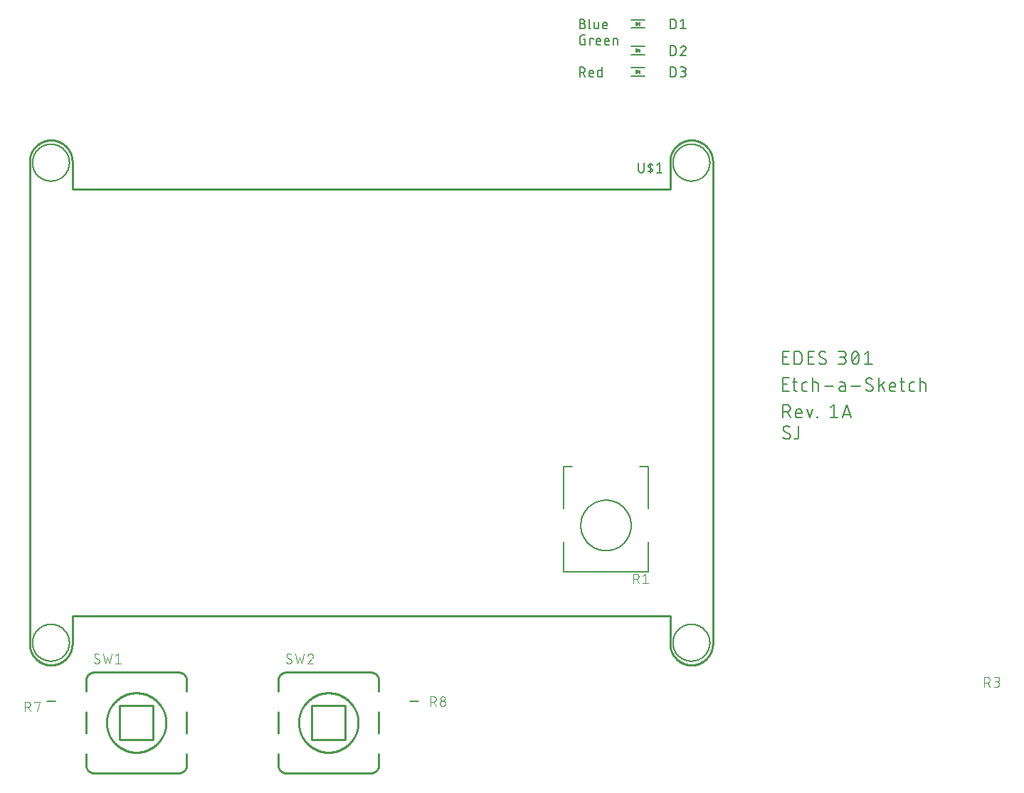
<source format=gbr>
G04 EAGLE Gerber RS-274X export*
G75*
%MOMM*%
%FSLAX34Y34*%
%LPD*%
%INSilkscreen Top*%
%IPPOS*%
%AMOC8*
5,1,8,0,0,1.08239X$1,22.5*%
G01*
%ADD10C,0.203200*%
%ADD11C,0.152400*%
%ADD12C,0.127000*%
%ADD13C,0.101600*%
%ADD14C,0.254000*%
%ADD15C,0.200000*%

G36*
X798105Y943526D02*
X798105Y943526D01*
X798205Y943525D01*
X798219Y943529D01*
X798231Y943529D01*
X798274Y943547D01*
X798384Y943583D01*
X802384Y945583D01*
X802419Y945609D01*
X802460Y945628D01*
X802509Y945676D01*
X802563Y945717D01*
X802588Y945754D01*
X802619Y945786D01*
X802648Y945848D01*
X802685Y945905D01*
X802695Y945949D01*
X802714Y945989D01*
X802719Y946058D01*
X802734Y946124D01*
X802728Y946169D01*
X802731Y946213D01*
X802712Y946279D01*
X802703Y946347D01*
X802682Y946386D01*
X802670Y946429D01*
X802629Y946484D01*
X802597Y946544D01*
X802563Y946574D01*
X802537Y946610D01*
X802466Y946659D01*
X802428Y946693D01*
X802407Y946701D01*
X802384Y946717D01*
X798384Y948717D01*
X798288Y948745D01*
X798194Y948777D01*
X798181Y948777D01*
X798168Y948781D01*
X798069Y948774D01*
X797969Y948771D01*
X797958Y948766D01*
X797945Y948765D01*
X797854Y948724D01*
X797762Y948686D01*
X797752Y948678D01*
X797740Y948672D01*
X797669Y948602D01*
X797596Y948535D01*
X797590Y948524D01*
X797581Y948514D01*
X797539Y948424D01*
X797493Y948335D01*
X797491Y948321D01*
X797486Y948311D01*
X797483Y948264D01*
X797466Y948150D01*
X797466Y944150D01*
X797483Y944052D01*
X797497Y943953D01*
X797503Y943942D01*
X797505Y943929D01*
X797556Y943843D01*
X797603Y943756D01*
X797613Y943747D01*
X797620Y943736D01*
X797697Y943673D01*
X797772Y943607D01*
X797784Y943603D01*
X797794Y943595D01*
X797888Y943563D01*
X797981Y943527D01*
X797994Y943527D01*
X798006Y943523D01*
X798105Y943526D01*
G37*
G36*
X798105Y911776D02*
X798105Y911776D01*
X798205Y911775D01*
X798219Y911779D01*
X798231Y911779D01*
X798274Y911797D01*
X798384Y911833D01*
X802384Y913833D01*
X802419Y913859D01*
X802460Y913878D01*
X802509Y913926D01*
X802563Y913967D01*
X802588Y914004D01*
X802619Y914036D01*
X802648Y914098D01*
X802685Y914155D01*
X802695Y914199D01*
X802714Y914239D01*
X802719Y914308D01*
X802734Y914374D01*
X802728Y914419D01*
X802731Y914463D01*
X802712Y914529D01*
X802703Y914597D01*
X802682Y914636D01*
X802670Y914679D01*
X802629Y914734D01*
X802597Y914794D01*
X802563Y914824D01*
X802537Y914860D01*
X802466Y914909D01*
X802428Y914943D01*
X802407Y914951D01*
X802384Y914967D01*
X798384Y916967D01*
X798288Y916995D01*
X798194Y917027D01*
X798181Y917027D01*
X798168Y917031D01*
X798069Y917024D01*
X797969Y917021D01*
X797958Y917016D01*
X797945Y917015D01*
X797854Y916974D01*
X797762Y916936D01*
X797752Y916928D01*
X797740Y916922D01*
X797669Y916852D01*
X797596Y916785D01*
X797590Y916774D01*
X797581Y916764D01*
X797539Y916674D01*
X797493Y916585D01*
X797491Y916571D01*
X797486Y916561D01*
X797483Y916514D01*
X797466Y916400D01*
X797466Y912400D01*
X797483Y912302D01*
X797497Y912203D01*
X797503Y912192D01*
X797505Y912179D01*
X797556Y912093D01*
X797603Y912006D01*
X797613Y911997D01*
X797620Y911986D01*
X797697Y911923D01*
X797772Y911857D01*
X797784Y911853D01*
X797794Y911845D01*
X797888Y911813D01*
X797981Y911777D01*
X797994Y911777D01*
X798006Y911773D01*
X798105Y911776D01*
G37*
G36*
X798105Y886376D02*
X798105Y886376D01*
X798205Y886375D01*
X798219Y886379D01*
X798231Y886379D01*
X798274Y886397D01*
X798384Y886433D01*
X802384Y888433D01*
X802419Y888459D01*
X802460Y888478D01*
X802509Y888526D01*
X802563Y888567D01*
X802588Y888604D01*
X802619Y888636D01*
X802648Y888698D01*
X802685Y888755D01*
X802695Y888799D01*
X802714Y888839D01*
X802719Y888908D01*
X802734Y888974D01*
X802728Y889019D01*
X802731Y889063D01*
X802712Y889129D01*
X802703Y889197D01*
X802682Y889236D01*
X802670Y889279D01*
X802629Y889334D01*
X802597Y889394D01*
X802563Y889424D01*
X802537Y889460D01*
X802466Y889509D01*
X802428Y889543D01*
X802407Y889551D01*
X802384Y889567D01*
X798384Y891567D01*
X798288Y891595D01*
X798194Y891627D01*
X798181Y891627D01*
X798168Y891631D01*
X798069Y891624D01*
X797969Y891621D01*
X797958Y891616D01*
X797945Y891615D01*
X797854Y891574D01*
X797762Y891536D01*
X797752Y891528D01*
X797740Y891522D01*
X797669Y891452D01*
X797596Y891385D01*
X797590Y891374D01*
X797581Y891364D01*
X797539Y891274D01*
X797493Y891185D01*
X797491Y891171D01*
X797486Y891161D01*
X797483Y891114D01*
X797466Y891000D01*
X797466Y887000D01*
X797483Y886902D01*
X797497Y886803D01*
X797503Y886792D01*
X797505Y886779D01*
X797556Y886693D01*
X797603Y886606D01*
X797613Y886597D01*
X797620Y886586D01*
X797697Y886523D01*
X797772Y886457D01*
X797784Y886453D01*
X797794Y886445D01*
X797888Y886413D01*
X797981Y886377D01*
X797994Y886377D01*
X798006Y886373D01*
X798105Y886376D01*
G37*
D10*
X979565Y540766D02*
X972566Y540766D01*
X972566Y556514D01*
X979565Y556514D01*
X977815Y549515D02*
X972566Y549515D01*
X986077Y556514D02*
X986077Y540766D01*
X986077Y556514D02*
X990452Y556514D01*
X990582Y556512D01*
X990711Y556506D01*
X990840Y556497D01*
X990969Y556483D01*
X991098Y556466D01*
X991226Y556445D01*
X991353Y556420D01*
X991479Y556392D01*
X991605Y556359D01*
X991729Y556323D01*
X991853Y556284D01*
X991975Y556240D01*
X992096Y556193D01*
X992215Y556143D01*
X992333Y556089D01*
X992449Y556031D01*
X992564Y555970D01*
X992676Y555906D01*
X992787Y555839D01*
X992896Y555768D01*
X993002Y555694D01*
X993106Y555617D01*
X993208Y555537D01*
X993307Y555453D01*
X993404Y555367D01*
X993499Y555278D01*
X993590Y555187D01*
X993679Y555092D01*
X993765Y554995D01*
X993849Y554896D01*
X993929Y554794D01*
X994006Y554690D01*
X994080Y554584D01*
X994151Y554475D01*
X994218Y554364D01*
X994282Y554252D01*
X994343Y554137D01*
X994401Y554021D01*
X994455Y553903D01*
X994505Y553784D01*
X994552Y553663D01*
X994596Y553541D01*
X994635Y553417D01*
X994671Y553293D01*
X994704Y553167D01*
X994732Y553041D01*
X994757Y552914D01*
X994778Y552786D01*
X994795Y552657D01*
X994809Y552528D01*
X994818Y552399D01*
X994824Y552270D01*
X994826Y552140D01*
X994826Y545140D01*
X994824Y545010D01*
X994818Y544881D01*
X994809Y544752D01*
X994795Y544623D01*
X994778Y544494D01*
X994757Y544366D01*
X994732Y544239D01*
X994704Y544113D01*
X994671Y543987D01*
X994635Y543863D01*
X994596Y543739D01*
X994552Y543617D01*
X994505Y543496D01*
X994455Y543377D01*
X994401Y543259D01*
X994343Y543143D01*
X994282Y543028D01*
X994218Y542916D01*
X994151Y542805D01*
X994080Y542696D01*
X994006Y542590D01*
X993929Y542486D01*
X993849Y542384D01*
X993765Y542285D01*
X993679Y542188D01*
X993590Y542093D01*
X993499Y542002D01*
X993404Y541913D01*
X993307Y541827D01*
X993208Y541743D01*
X993106Y541663D01*
X993002Y541586D01*
X992896Y541512D01*
X992787Y541441D01*
X992676Y541374D01*
X992564Y541310D01*
X992449Y541249D01*
X992333Y541191D01*
X992215Y541137D01*
X992096Y541087D01*
X991975Y541040D01*
X991853Y540996D01*
X991729Y540957D01*
X991605Y540921D01*
X991479Y540888D01*
X991353Y540860D01*
X991226Y540835D01*
X991098Y540814D01*
X990969Y540797D01*
X990840Y540783D01*
X990711Y540774D01*
X990582Y540768D01*
X990452Y540766D01*
X986077Y540766D01*
X1002786Y540766D02*
X1009785Y540766D01*
X1002786Y540766D02*
X1002786Y556514D01*
X1009785Y556514D01*
X1008036Y549515D02*
X1002786Y549515D01*
X1020505Y540766D02*
X1020622Y540768D01*
X1020739Y540774D01*
X1020855Y540784D01*
X1020971Y540797D01*
X1021087Y540815D01*
X1021202Y540836D01*
X1021316Y540861D01*
X1021430Y540890D01*
X1021542Y540923D01*
X1021653Y540960D01*
X1021763Y541000D01*
X1021871Y541044D01*
X1021978Y541091D01*
X1022084Y541142D01*
X1022187Y541197D01*
X1022289Y541255D01*
X1022388Y541316D01*
X1022486Y541380D01*
X1022581Y541448D01*
X1022674Y541519D01*
X1022765Y541593D01*
X1022853Y541670D01*
X1022938Y541750D01*
X1023021Y541833D01*
X1023101Y541918D01*
X1023178Y542006D01*
X1023252Y542097D01*
X1023323Y542190D01*
X1023391Y542285D01*
X1023455Y542383D01*
X1023516Y542482D01*
X1023574Y542584D01*
X1023629Y542687D01*
X1023680Y542793D01*
X1023727Y542900D01*
X1023771Y543008D01*
X1023811Y543118D01*
X1023848Y543229D01*
X1023881Y543341D01*
X1023910Y543455D01*
X1023935Y543569D01*
X1023956Y543684D01*
X1023974Y543799D01*
X1023987Y543916D01*
X1023997Y544032D01*
X1024003Y544149D01*
X1024005Y544266D01*
X1020505Y540766D02*
X1020328Y540768D01*
X1020151Y540774D01*
X1019975Y540785D01*
X1019798Y540800D01*
X1019623Y540819D01*
X1019447Y540842D01*
X1019273Y540869D01*
X1019098Y540901D01*
X1018925Y540937D01*
X1018753Y540977D01*
X1018582Y541021D01*
X1018411Y541069D01*
X1018242Y541121D01*
X1018075Y541177D01*
X1017908Y541237D01*
X1017743Y541301D01*
X1017580Y541369D01*
X1017418Y541441D01*
X1017259Y541517D01*
X1017101Y541596D01*
X1016945Y541680D01*
X1016791Y541767D01*
X1016639Y541857D01*
X1016489Y541952D01*
X1016342Y542050D01*
X1016197Y542151D01*
X1016054Y542256D01*
X1015914Y542364D01*
X1015777Y542475D01*
X1015642Y542590D01*
X1015511Y542708D01*
X1015382Y542829D01*
X1015256Y542953D01*
X1015693Y553014D02*
X1015695Y553131D01*
X1015701Y553248D01*
X1015711Y553364D01*
X1015724Y553481D01*
X1015742Y553596D01*
X1015763Y553711D01*
X1015788Y553825D01*
X1015817Y553939D01*
X1015850Y554051D01*
X1015887Y554162D01*
X1015927Y554272D01*
X1015971Y554380D01*
X1016018Y554487D01*
X1016069Y554593D01*
X1016124Y554696D01*
X1016182Y554798D01*
X1016243Y554897D01*
X1016307Y554995D01*
X1016375Y555090D01*
X1016446Y555183D01*
X1016520Y555274D01*
X1016597Y555362D01*
X1016677Y555447D01*
X1016760Y555530D01*
X1016845Y555610D01*
X1016933Y555687D01*
X1017024Y555761D01*
X1017117Y555832D01*
X1017212Y555900D01*
X1017310Y555964D01*
X1017409Y556025D01*
X1017511Y556083D01*
X1017614Y556138D01*
X1017720Y556189D01*
X1017827Y556236D01*
X1017935Y556280D01*
X1018045Y556320D01*
X1018156Y556357D01*
X1018268Y556390D01*
X1018382Y556419D01*
X1018496Y556444D01*
X1018611Y556465D01*
X1018726Y556483D01*
X1018843Y556496D01*
X1018959Y556506D01*
X1019076Y556512D01*
X1019193Y556514D01*
X1019349Y556512D01*
X1019506Y556507D01*
X1019662Y556497D01*
X1019818Y556484D01*
X1019973Y556467D01*
X1020128Y556447D01*
X1020283Y556423D01*
X1020437Y556395D01*
X1020590Y556364D01*
X1020742Y556329D01*
X1020894Y556290D01*
X1021044Y556247D01*
X1021194Y556202D01*
X1021342Y556152D01*
X1021489Y556099D01*
X1021635Y556043D01*
X1021780Y555983D01*
X1021923Y555919D01*
X1022064Y555853D01*
X1022204Y555783D01*
X1022342Y555709D01*
X1022478Y555632D01*
X1022613Y555553D01*
X1022745Y555469D01*
X1022876Y555383D01*
X1023004Y555294D01*
X1023130Y555202D01*
X1017443Y549952D02*
X1017344Y550012D01*
X1017248Y550076D01*
X1017154Y550142D01*
X1017062Y550211D01*
X1016972Y550284D01*
X1016884Y550359D01*
X1016800Y550437D01*
X1016717Y550518D01*
X1016638Y550601D01*
X1016561Y550687D01*
X1016487Y550775D01*
X1016415Y550866D01*
X1016347Y550959D01*
X1016282Y551054D01*
X1016220Y551152D01*
X1016161Y551251D01*
X1016106Y551352D01*
X1016053Y551455D01*
X1016005Y551559D01*
X1015959Y551665D01*
X1015917Y551772D01*
X1015878Y551881D01*
X1015843Y551991D01*
X1015812Y552102D01*
X1015784Y552214D01*
X1015760Y552326D01*
X1015740Y552440D01*
X1015723Y552554D01*
X1015710Y552669D01*
X1015700Y552784D01*
X1015695Y552899D01*
X1015693Y553014D01*
X1022254Y547328D02*
X1022353Y547268D01*
X1022449Y547204D01*
X1022543Y547138D01*
X1022635Y547069D01*
X1022725Y546996D01*
X1022813Y546921D01*
X1022897Y546843D01*
X1022980Y546762D01*
X1023059Y546679D01*
X1023136Y546593D01*
X1023210Y546505D01*
X1023282Y546414D01*
X1023350Y546321D01*
X1023415Y546226D01*
X1023477Y546128D01*
X1023536Y546029D01*
X1023591Y545928D01*
X1023644Y545825D01*
X1023693Y545721D01*
X1023738Y545615D01*
X1023780Y545508D01*
X1023819Y545399D01*
X1023854Y545289D01*
X1023885Y545178D01*
X1023913Y545066D01*
X1023937Y544954D01*
X1023957Y544840D01*
X1023974Y544726D01*
X1023987Y544611D01*
X1023997Y544496D01*
X1024002Y544381D01*
X1024004Y544266D01*
X1022255Y547328D02*
X1017443Y549952D01*
X1038702Y540766D02*
X1043077Y540766D01*
X1043208Y540768D01*
X1043339Y540774D01*
X1043469Y540784D01*
X1043599Y540797D01*
X1043729Y540815D01*
X1043858Y540836D01*
X1043986Y540862D01*
X1044114Y540891D01*
X1044241Y540924D01*
X1044366Y540960D01*
X1044491Y541001D01*
X1044614Y541045D01*
X1044736Y541093D01*
X1044856Y541144D01*
X1044975Y541199D01*
X1045092Y541258D01*
X1045207Y541320D01*
X1045320Y541385D01*
X1045432Y541454D01*
X1045541Y541526D01*
X1045648Y541601D01*
X1045753Y541680D01*
X1045855Y541761D01*
X1045955Y541846D01*
X1046052Y541934D01*
X1046147Y542024D01*
X1046239Y542117D01*
X1046328Y542213D01*
X1046414Y542312D01*
X1046497Y542413D01*
X1046577Y542516D01*
X1046654Y542622D01*
X1046727Y542730D01*
X1046798Y542841D01*
X1046865Y542953D01*
X1046929Y543067D01*
X1046989Y543183D01*
X1047046Y543301D01*
X1047099Y543421D01*
X1047149Y543542D01*
X1047195Y543665D01*
X1047237Y543788D01*
X1047275Y543913D01*
X1047310Y544040D01*
X1047341Y544167D01*
X1047369Y544295D01*
X1047392Y544423D01*
X1047411Y544553D01*
X1047427Y544683D01*
X1047439Y544813D01*
X1047447Y544944D01*
X1047451Y545075D01*
X1047451Y545205D01*
X1047447Y545336D01*
X1047439Y545467D01*
X1047427Y545597D01*
X1047411Y545727D01*
X1047392Y545857D01*
X1047369Y545985D01*
X1047341Y546113D01*
X1047310Y546240D01*
X1047275Y546367D01*
X1047237Y546492D01*
X1047195Y546615D01*
X1047149Y546738D01*
X1047099Y546859D01*
X1047046Y546979D01*
X1046989Y547097D01*
X1046929Y547213D01*
X1046865Y547327D01*
X1046798Y547439D01*
X1046727Y547550D01*
X1046654Y547658D01*
X1046577Y547764D01*
X1046497Y547867D01*
X1046414Y547968D01*
X1046328Y548067D01*
X1046239Y548163D01*
X1046147Y548256D01*
X1046052Y548346D01*
X1045955Y548434D01*
X1045855Y548519D01*
X1045753Y548600D01*
X1045648Y548679D01*
X1045541Y548754D01*
X1045432Y548826D01*
X1045320Y548895D01*
X1045207Y548960D01*
X1045092Y549022D01*
X1044975Y549081D01*
X1044856Y549136D01*
X1044736Y549187D01*
X1044614Y549235D01*
X1044491Y549279D01*
X1044366Y549320D01*
X1044241Y549356D01*
X1044114Y549389D01*
X1043986Y549418D01*
X1043858Y549444D01*
X1043729Y549465D01*
X1043599Y549483D01*
X1043469Y549496D01*
X1043339Y549506D01*
X1043208Y549512D01*
X1043077Y549514D01*
X1043952Y556514D02*
X1038702Y556514D01*
X1043952Y556514D02*
X1044070Y556512D01*
X1044188Y556506D01*
X1044306Y556496D01*
X1044423Y556482D01*
X1044540Y556464D01*
X1044657Y556442D01*
X1044772Y556417D01*
X1044886Y556387D01*
X1045000Y556353D01*
X1045112Y556316D01*
X1045223Y556275D01*
X1045332Y556230D01*
X1045440Y556182D01*
X1045546Y556130D01*
X1045651Y556074D01*
X1045753Y556015D01*
X1045853Y555953D01*
X1045951Y555887D01*
X1046047Y555818D01*
X1046141Y555745D01*
X1046232Y555670D01*
X1046320Y555591D01*
X1046406Y555510D01*
X1046489Y555425D01*
X1046569Y555338D01*
X1046646Y555249D01*
X1046720Y555156D01*
X1046790Y555062D01*
X1046858Y554965D01*
X1046922Y554865D01*
X1046983Y554764D01*
X1047040Y554661D01*
X1047094Y554555D01*
X1047145Y554448D01*
X1047191Y554340D01*
X1047234Y554230D01*
X1047273Y554118D01*
X1047309Y554005D01*
X1047340Y553891D01*
X1047368Y553776D01*
X1047392Y553661D01*
X1047412Y553544D01*
X1047428Y553427D01*
X1047440Y553309D01*
X1047448Y553191D01*
X1047452Y553073D01*
X1047452Y552955D01*
X1047448Y552837D01*
X1047440Y552719D01*
X1047428Y552601D01*
X1047412Y552484D01*
X1047392Y552367D01*
X1047368Y552252D01*
X1047340Y552137D01*
X1047309Y552023D01*
X1047273Y551910D01*
X1047234Y551798D01*
X1047191Y551688D01*
X1047145Y551580D01*
X1047094Y551473D01*
X1047040Y551367D01*
X1046983Y551264D01*
X1046922Y551163D01*
X1046858Y551063D01*
X1046790Y550966D01*
X1046720Y550872D01*
X1046646Y550779D01*
X1046569Y550690D01*
X1046489Y550603D01*
X1046406Y550518D01*
X1046320Y550437D01*
X1046232Y550358D01*
X1046141Y550283D01*
X1046047Y550210D01*
X1045951Y550141D01*
X1045853Y550075D01*
X1045753Y550013D01*
X1045651Y549954D01*
X1045546Y549898D01*
X1045440Y549846D01*
X1045332Y549798D01*
X1045223Y549753D01*
X1045112Y549712D01*
X1045000Y549675D01*
X1044886Y549641D01*
X1044772Y549611D01*
X1044657Y549586D01*
X1044540Y549564D01*
X1044423Y549546D01*
X1044306Y549532D01*
X1044188Y549522D01*
X1044070Y549516D01*
X1043952Y549514D01*
X1043952Y549515D02*
X1040452Y549515D01*
X1054333Y548640D02*
X1054337Y548950D01*
X1054348Y549259D01*
X1054366Y549569D01*
X1054392Y549877D01*
X1054425Y550185D01*
X1054466Y550493D01*
X1054514Y550799D01*
X1054569Y551104D01*
X1054631Y551407D01*
X1054701Y551709D01*
X1054778Y552009D01*
X1054862Y552307D01*
X1054953Y552603D01*
X1055051Y552897D01*
X1055156Y553189D01*
X1055268Y553478D01*
X1055387Y553764D01*
X1055513Y554047D01*
X1055645Y554327D01*
X1055646Y554327D02*
X1055684Y554432D01*
X1055726Y554535D01*
X1055771Y554637D01*
X1055819Y554738D01*
X1055871Y554836D01*
X1055927Y554933D01*
X1055985Y555028D01*
X1056047Y555121D01*
X1056112Y555211D01*
X1056181Y555299D01*
X1056252Y555385D01*
X1056326Y555469D01*
X1056403Y555549D01*
X1056482Y555628D01*
X1056565Y555703D01*
X1056650Y555775D01*
X1056737Y555845D01*
X1056827Y555911D01*
X1056918Y555974D01*
X1057012Y556034D01*
X1057108Y556091D01*
X1057206Y556145D01*
X1057306Y556195D01*
X1057407Y556241D01*
X1057510Y556284D01*
X1057615Y556324D01*
X1057720Y556360D01*
X1057827Y556392D01*
X1057935Y556420D01*
X1058044Y556445D01*
X1058153Y556466D01*
X1058263Y556483D01*
X1058374Y556497D01*
X1058485Y556506D01*
X1058596Y556512D01*
X1058708Y556514D01*
X1058820Y556512D01*
X1058931Y556506D01*
X1059042Y556497D01*
X1059153Y556483D01*
X1059263Y556466D01*
X1059373Y556445D01*
X1059481Y556420D01*
X1059589Y556392D01*
X1059696Y556360D01*
X1059801Y556324D01*
X1059906Y556284D01*
X1060009Y556241D01*
X1060110Y556195D01*
X1060210Y556145D01*
X1060308Y556091D01*
X1060404Y556034D01*
X1060498Y555974D01*
X1060589Y555911D01*
X1060679Y555845D01*
X1060766Y555775D01*
X1060851Y555703D01*
X1060934Y555628D01*
X1061013Y555549D01*
X1061090Y555469D01*
X1061164Y555385D01*
X1061235Y555299D01*
X1061304Y555211D01*
X1061369Y555121D01*
X1061431Y555028D01*
X1061489Y554933D01*
X1061545Y554836D01*
X1061597Y554738D01*
X1061645Y554637D01*
X1061690Y554535D01*
X1061732Y554432D01*
X1061770Y554327D01*
X1061902Y554047D01*
X1062028Y553763D01*
X1062147Y553477D01*
X1062259Y553188D01*
X1062364Y552897D01*
X1062462Y552603D01*
X1062553Y552307D01*
X1062637Y552009D01*
X1062714Y551709D01*
X1062784Y551407D01*
X1062846Y551103D01*
X1062901Y550799D01*
X1062949Y550493D01*
X1062990Y550185D01*
X1063023Y549877D01*
X1063049Y549569D01*
X1063067Y549259D01*
X1063078Y548950D01*
X1063082Y548640D01*
X1054333Y548640D02*
X1054337Y548330D01*
X1054348Y548021D01*
X1054366Y547711D01*
X1054392Y547403D01*
X1054425Y547095D01*
X1054466Y546787D01*
X1054514Y546481D01*
X1054569Y546176D01*
X1054631Y545873D01*
X1054701Y545571D01*
X1054778Y545271D01*
X1054862Y544973D01*
X1054953Y544677D01*
X1055051Y544383D01*
X1055156Y544091D01*
X1055268Y543802D01*
X1055387Y543516D01*
X1055513Y543233D01*
X1055645Y542953D01*
X1055646Y542953D02*
X1055684Y542848D01*
X1055726Y542745D01*
X1055771Y542643D01*
X1055819Y542542D01*
X1055871Y542444D01*
X1055927Y542347D01*
X1055985Y542252D01*
X1056047Y542159D01*
X1056112Y542069D01*
X1056181Y541981D01*
X1056252Y541895D01*
X1056326Y541811D01*
X1056403Y541731D01*
X1056482Y541652D01*
X1056565Y541577D01*
X1056650Y541505D01*
X1056737Y541435D01*
X1056827Y541369D01*
X1056918Y541306D01*
X1057012Y541246D01*
X1057108Y541189D01*
X1057206Y541135D01*
X1057306Y541085D01*
X1057407Y541039D01*
X1057510Y540996D01*
X1057615Y540956D01*
X1057720Y540920D01*
X1057827Y540888D01*
X1057935Y540860D01*
X1058044Y540835D01*
X1058153Y540814D01*
X1058263Y540797D01*
X1058374Y540783D01*
X1058485Y540774D01*
X1058596Y540768D01*
X1058708Y540766D01*
X1061771Y542953D02*
X1061903Y543233D01*
X1062029Y543516D01*
X1062148Y543802D01*
X1062260Y544091D01*
X1062365Y544383D01*
X1062463Y544677D01*
X1062554Y544973D01*
X1062638Y545271D01*
X1062715Y545571D01*
X1062785Y545873D01*
X1062847Y546176D01*
X1062902Y546481D01*
X1062950Y546787D01*
X1062991Y547095D01*
X1063024Y547403D01*
X1063050Y547711D01*
X1063068Y548021D01*
X1063079Y548330D01*
X1063083Y548640D01*
X1061770Y542953D02*
X1061732Y542848D01*
X1061690Y542745D01*
X1061645Y542643D01*
X1061597Y542542D01*
X1061545Y542444D01*
X1061489Y542347D01*
X1061431Y542252D01*
X1061369Y542159D01*
X1061304Y542069D01*
X1061235Y541981D01*
X1061164Y541895D01*
X1061090Y541811D01*
X1061013Y541731D01*
X1060934Y541652D01*
X1060851Y541577D01*
X1060766Y541505D01*
X1060679Y541435D01*
X1060589Y541369D01*
X1060498Y541306D01*
X1060404Y541246D01*
X1060308Y541189D01*
X1060210Y541135D01*
X1060110Y541085D01*
X1060009Y541039D01*
X1059906Y540996D01*
X1059801Y540956D01*
X1059696Y540920D01*
X1059589Y540888D01*
X1059481Y540860D01*
X1059372Y540835D01*
X1059263Y540814D01*
X1059153Y540797D01*
X1059042Y540783D01*
X1058931Y540774D01*
X1058820Y540768D01*
X1058708Y540766D01*
X1055208Y544266D02*
X1062208Y553014D01*
X1069965Y553014D02*
X1074339Y556514D01*
X1074339Y540766D01*
X1069965Y540766D02*
X1078714Y540766D01*
X979565Y509016D02*
X972566Y509016D01*
X972566Y524764D01*
X979565Y524764D01*
X977815Y517765D02*
X972566Y517765D01*
X984040Y519515D02*
X989289Y519515D01*
X985790Y524764D02*
X985790Y511641D01*
X985789Y511641D02*
X985791Y511540D01*
X985797Y511440D01*
X985806Y511340D01*
X985820Y511240D01*
X985837Y511141D01*
X985858Y511043D01*
X985883Y510945D01*
X985911Y510849D01*
X985944Y510754D01*
X985979Y510660D01*
X986019Y510567D01*
X986062Y510476D01*
X986108Y510387D01*
X986158Y510300D01*
X986211Y510214D01*
X986267Y510131D01*
X986326Y510050D01*
X986389Y509971D01*
X986454Y509895D01*
X986523Y509821D01*
X986594Y509750D01*
X986668Y509681D01*
X986744Y509616D01*
X986823Y509553D01*
X986904Y509494D01*
X986987Y509438D01*
X987073Y509385D01*
X987160Y509335D01*
X987249Y509289D01*
X987340Y509246D01*
X987433Y509206D01*
X987527Y509171D01*
X987622Y509138D01*
X987718Y509110D01*
X987816Y509085D01*
X987914Y509064D01*
X988013Y509047D01*
X988113Y509033D01*
X988213Y509024D01*
X988313Y509018D01*
X988414Y509016D01*
X989289Y509016D01*
X997935Y509016D02*
X1001434Y509016D01*
X997935Y509016D02*
X997834Y509018D01*
X997734Y509024D01*
X997634Y509033D01*
X997534Y509047D01*
X997435Y509064D01*
X997337Y509085D01*
X997239Y509110D01*
X997143Y509138D01*
X997048Y509171D01*
X996954Y509206D01*
X996861Y509246D01*
X996770Y509289D01*
X996681Y509335D01*
X996594Y509385D01*
X996508Y509438D01*
X996425Y509494D01*
X996344Y509553D01*
X996265Y509616D01*
X996189Y509681D01*
X996115Y509750D01*
X996044Y509821D01*
X995975Y509895D01*
X995910Y509971D01*
X995847Y510050D01*
X995788Y510131D01*
X995732Y510214D01*
X995679Y510300D01*
X995629Y510387D01*
X995583Y510476D01*
X995540Y510567D01*
X995500Y510660D01*
X995465Y510754D01*
X995432Y510849D01*
X995404Y510945D01*
X995379Y511043D01*
X995358Y511141D01*
X995341Y511240D01*
X995327Y511340D01*
X995318Y511440D01*
X995312Y511540D01*
X995310Y511641D01*
X995310Y516890D01*
X995312Y516991D01*
X995318Y517091D01*
X995327Y517191D01*
X995341Y517291D01*
X995358Y517390D01*
X995379Y517488D01*
X995404Y517586D01*
X995432Y517682D01*
X995465Y517777D01*
X995500Y517871D01*
X995540Y517964D01*
X995583Y518055D01*
X995629Y518144D01*
X995679Y518231D01*
X995732Y518317D01*
X995788Y518400D01*
X995847Y518481D01*
X995910Y518560D01*
X995975Y518636D01*
X996044Y518710D01*
X996115Y518781D01*
X996189Y518850D01*
X996265Y518915D01*
X996344Y518978D01*
X996425Y519037D01*
X996508Y519093D01*
X996594Y519146D01*
X996681Y519196D01*
X996770Y519242D01*
X996861Y519285D01*
X996954Y519325D01*
X997048Y519361D01*
X997143Y519393D01*
X997239Y519421D01*
X997337Y519446D01*
X997435Y519467D01*
X997534Y519484D01*
X997634Y519498D01*
X997734Y519507D01*
X997834Y519513D01*
X997935Y519515D01*
X1001434Y519515D01*
X1007794Y524764D02*
X1007794Y509016D01*
X1007794Y519515D02*
X1012168Y519515D01*
X1012269Y519513D01*
X1012369Y519507D01*
X1012469Y519498D01*
X1012569Y519484D01*
X1012668Y519467D01*
X1012766Y519446D01*
X1012864Y519421D01*
X1012960Y519393D01*
X1013055Y519360D01*
X1013149Y519325D01*
X1013242Y519285D01*
X1013333Y519242D01*
X1013422Y519196D01*
X1013509Y519146D01*
X1013595Y519093D01*
X1013678Y519037D01*
X1013759Y518978D01*
X1013838Y518915D01*
X1013914Y518850D01*
X1013988Y518781D01*
X1014059Y518710D01*
X1014128Y518636D01*
X1014193Y518560D01*
X1014256Y518481D01*
X1014315Y518400D01*
X1014371Y518317D01*
X1014424Y518231D01*
X1014474Y518144D01*
X1014520Y518055D01*
X1014563Y517964D01*
X1014603Y517871D01*
X1014638Y517777D01*
X1014671Y517682D01*
X1014699Y517586D01*
X1014724Y517488D01*
X1014745Y517390D01*
X1014762Y517291D01*
X1014776Y517191D01*
X1014785Y517091D01*
X1014791Y516991D01*
X1014793Y516890D01*
X1014793Y509016D01*
X1022196Y515140D02*
X1032695Y515140D01*
X1042551Y515140D02*
X1046488Y515140D01*
X1042551Y515140D02*
X1042442Y515138D01*
X1042333Y515132D01*
X1042224Y515122D01*
X1042115Y515109D01*
X1042007Y515091D01*
X1041900Y515070D01*
X1041794Y515045D01*
X1041688Y515016D01*
X1041584Y514983D01*
X1041481Y514947D01*
X1041379Y514907D01*
X1041279Y514863D01*
X1041180Y514816D01*
X1041084Y514765D01*
X1040989Y514711D01*
X1040896Y514654D01*
X1040805Y514593D01*
X1040716Y514529D01*
X1040630Y514462D01*
X1040546Y514392D01*
X1040464Y514319D01*
X1040386Y514243D01*
X1040310Y514165D01*
X1040237Y514083D01*
X1040167Y513999D01*
X1040100Y513913D01*
X1040036Y513824D01*
X1039975Y513733D01*
X1039918Y513640D01*
X1039864Y513545D01*
X1039813Y513449D01*
X1039766Y513350D01*
X1039722Y513250D01*
X1039682Y513148D01*
X1039646Y513045D01*
X1039613Y512941D01*
X1039584Y512835D01*
X1039559Y512729D01*
X1039538Y512622D01*
X1039520Y512514D01*
X1039507Y512405D01*
X1039497Y512296D01*
X1039491Y512187D01*
X1039489Y512078D01*
X1039491Y511969D01*
X1039497Y511860D01*
X1039507Y511751D01*
X1039520Y511642D01*
X1039538Y511534D01*
X1039559Y511427D01*
X1039584Y511321D01*
X1039613Y511215D01*
X1039646Y511111D01*
X1039682Y511008D01*
X1039722Y510906D01*
X1039766Y510806D01*
X1039813Y510707D01*
X1039864Y510611D01*
X1039918Y510516D01*
X1039975Y510423D01*
X1040036Y510332D01*
X1040100Y510243D01*
X1040167Y510157D01*
X1040237Y510073D01*
X1040310Y509991D01*
X1040386Y509913D01*
X1040464Y509837D01*
X1040546Y509764D01*
X1040630Y509694D01*
X1040716Y509627D01*
X1040805Y509563D01*
X1040896Y509502D01*
X1040989Y509445D01*
X1041084Y509391D01*
X1041180Y509340D01*
X1041279Y509293D01*
X1041379Y509249D01*
X1041481Y509209D01*
X1041584Y509173D01*
X1041688Y509140D01*
X1041794Y509111D01*
X1041900Y509086D01*
X1042007Y509065D01*
X1042115Y509047D01*
X1042224Y509034D01*
X1042333Y509024D01*
X1042442Y509018D01*
X1042551Y509016D01*
X1046488Y509016D01*
X1046488Y516890D01*
X1046489Y516890D02*
X1046487Y516991D01*
X1046481Y517091D01*
X1046472Y517191D01*
X1046458Y517291D01*
X1046441Y517390D01*
X1046420Y517488D01*
X1046395Y517586D01*
X1046367Y517682D01*
X1046334Y517777D01*
X1046299Y517871D01*
X1046259Y517964D01*
X1046216Y518055D01*
X1046170Y518144D01*
X1046120Y518231D01*
X1046067Y518317D01*
X1046011Y518400D01*
X1045952Y518481D01*
X1045889Y518560D01*
X1045824Y518636D01*
X1045755Y518710D01*
X1045684Y518781D01*
X1045610Y518850D01*
X1045534Y518915D01*
X1045455Y518978D01*
X1045374Y519037D01*
X1045291Y519093D01*
X1045205Y519146D01*
X1045118Y519196D01*
X1045029Y519242D01*
X1044938Y519285D01*
X1044845Y519325D01*
X1044751Y519360D01*
X1044656Y519393D01*
X1044560Y519421D01*
X1044462Y519446D01*
X1044364Y519467D01*
X1044265Y519484D01*
X1044165Y519498D01*
X1044065Y519507D01*
X1043965Y519513D01*
X1043864Y519515D01*
X1040364Y519515D01*
X1053980Y515140D02*
X1064478Y515140D01*
X1076256Y509016D02*
X1076373Y509018D01*
X1076490Y509024D01*
X1076606Y509034D01*
X1076722Y509047D01*
X1076838Y509065D01*
X1076953Y509086D01*
X1077067Y509111D01*
X1077181Y509140D01*
X1077293Y509173D01*
X1077404Y509210D01*
X1077514Y509250D01*
X1077622Y509294D01*
X1077729Y509341D01*
X1077835Y509392D01*
X1077938Y509447D01*
X1078040Y509505D01*
X1078139Y509566D01*
X1078237Y509630D01*
X1078332Y509698D01*
X1078425Y509769D01*
X1078516Y509843D01*
X1078604Y509920D01*
X1078689Y510000D01*
X1078772Y510083D01*
X1078852Y510168D01*
X1078929Y510256D01*
X1079003Y510347D01*
X1079074Y510440D01*
X1079142Y510535D01*
X1079206Y510633D01*
X1079267Y510732D01*
X1079325Y510834D01*
X1079380Y510937D01*
X1079431Y511043D01*
X1079478Y511150D01*
X1079522Y511258D01*
X1079562Y511368D01*
X1079599Y511479D01*
X1079632Y511591D01*
X1079661Y511705D01*
X1079686Y511819D01*
X1079707Y511934D01*
X1079725Y512049D01*
X1079738Y512166D01*
X1079748Y512282D01*
X1079754Y512399D01*
X1079756Y512516D01*
X1076256Y509016D02*
X1076079Y509018D01*
X1075902Y509024D01*
X1075726Y509035D01*
X1075549Y509050D01*
X1075374Y509069D01*
X1075198Y509092D01*
X1075024Y509119D01*
X1074849Y509151D01*
X1074676Y509187D01*
X1074504Y509227D01*
X1074333Y509271D01*
X1074162Y509319D01*
X1073993Y509371D01*
X1073826Y509427D01*
X1073659Y509487D01*
X1073494Y509551D01*
X1073331Y509619D01*
X1073169Y509691D01*
X1073010Y509767D01*
X1072852Y509846D01*
X1072696Y509930D01*
X1072542Y510017D01*
X1072390Y510107D01*
X1072240Y510202D01*
X1072093Y510300D01*
X1071948Y510401D01*
X1071805Y510506D01*
X1071665Y510614D01*
X1071528Y510725D01*
X1071393Y510840D01*
X1071262Y510958D01*
X1071133Y511079D01*
X1071007Y511203D01*
X1071444Y521264D02*
X1071446Y521381D01*
X1071452Y521498D01*
X1071462Y521614D01*
X1071475Y521731D01*
X1071493Y521846D01*
X1071514Y521961D01*
X1071539Y522075D01*
X1071568Y522189D01*
X1071601Y522301D01*
X1071638Y522412D01*
X1071678Y522522D01*
X1071722Y522630D01*
X1071769Y522737D01*
X1071820Y522843D01*
X1071875Y522946D01*
X1071933Y523048D01*
X1071994Y523147D01*
X1072058Y523245D01*
X1072126Y523340D01*
X1072197Y523433D01*
X1072271Y523524D01*
X1072348Y523612D01*
X1072428Y523697D01*
X1072511Y523780D01*
X1072596Y523860D01*
X1072684Y523937D01*
X1072775Y524011D01*
X1072868Y524082D01*
X1072963Y524150D01*
X1073061Y524214D01*
X1073160Y524275D01*
X1073262Y524333D01*
X1073365Y524388D01*
X1073471Y524439D01*
X1073578Y524486D01*
X1073686Y524530D01*
X1073796Y524570D01*
X1073907Y524607D01*
X1074019Y524640D01*
X1074133Y524669D01*
X1074247Y524694D01*
X1074362Y524715D01*
X1074477Y524733D01*
X1074594Y524746D01*
X1074710Y524756D01*
X1074827Y524762D01*
X1074944Y524764D01*
X1075100Y524762D01*
X1075257Y524757D01*
X1075413Y524747D01*
X1075569Y524734D01*
X1075724Y524717D01*
X1075879Y524697D01*
X1076034Y524673D01*
X1076188Y524645D01*
X1076341Y524614D01*
X1076493Y524579D01*
X1076645Y524540D01*
X1076795Y524497D01*
X1076945Y524452D01*
X1077093Y524402D01*
X1077240Y524349D01*
X1077386Y524293D01*
X1077531Y524233D01*
X1077674Y524169D01*
X1077815Y524103D01*
X1077955Y524033D01*
X1078093Y523959D01*
X1078229Y523882D01*
X1078364Y523803D01*
X1078496Y523719D01*
X1078627Y523633D01*
X1078755Y523544D01*
X1078881Y523452D01*
X1073195Y518202D02*
X1073096Y518262D01*
X1073000Y518326D01*
X1072906Y518392D01*
X1072814Y518461D01*
X1072724Y518534D01*
X1072636Y518609D01*
X1072552Y518687D01*
X1072469Y518768D01*
X1072390Y518851D01*
X1072313Y518937D01*
X1072239Y519025D01*
X1072167Y519116D01*
X1072099Y519209D01*
X1072034Y519304D01*
X1071972Y519402D01*
X1071913Y519501D01*
X1071858Y519602D01*
X1071805Y519705D01*
X1071757Y519809D01*
X1071711Y519915D01*
X1071669Y520022D01*
X1071630Y520131D01*
X1071595Y520241D01*
X1071564Y520352D01*
X1071536Y520464D01*
X1071512Y520576D01*
X1071492Y520690D01*
X1071475Y520804D01*
X1071462Y520919D01*
X1071452Y521034D01*
X1071447Y521149D01*
X1071445Y521264D01*
X1078006Y515578D02*
X1078105Y515518D01*
X1078201Y515454D01*
X1078295Y515388D01*
X1078387Y515319D01*
X1078477Y515246D01*
X1078565Y515171D01*
X1078649Y515093D01*
X1078732Y515012D01*
X1078811Y514929D01*
X1078888Y514843D01*
X1078962Y514755D01*
X1079034Y514664D01*
X1079102Y514571D01*
X1079167Y514476D01*
X1079229Y514378D01*
X1079288Y514279D01*
X1079343Y514178D01*
X1079396Y514075D01*
X1079445Y513971D01*
X1079490Y513865D01*
X1079532Y513758D01*
X1079571Y513649D01*
X1079606Y513539D01*
X1079637Y513428D01*
X1079665Y513316D01*
X1079689Y513204D01*
X1079709Y513090D01*
X1079726Y512976D01*
X1079739Y512861D01*
X1079749Y512746D01*
X1079754Y512631D01*
X1079756Y512516D01*
X1078006Y515578D02*
X1073194Y518202D01*
X1086674Y524764D02*
X1086674Y509016D01*
X1086674Y514265D02*
X1093673Y519515D01*
X1089736Y516453D02*
X1093673Y509016D01*
X1102122Y509016D02*
X1106496Y509016D01*
X1102122Y509016D02*
X1102021Y509018D01*
X1101921Y509024D01*
X1101821Y509033D01*
X1101721Y509047D01*
X1101622Y509064D01*
X1101524Y509085D01*
X1101426Y509110D01*
X1101330Y509138D01*
X1101235Y509171D01*
X1101141Y509206D01*
X1101048Y509246D01*
X1100957Y509289D01*
X1100868Y509335D01*
X1100781Y509385D01*
X1100695Y509438D01*
X1100612Y509494D01*
X1100531Y509553D01*
X1100452Y509616D01*
X1100376Y509681D01*
X1100302Y509750D01*
X1100231Y509821D01*
X1100162Y509895D01*
X1100097Y509971D01*
X1100034Y510050D01*
X1099975Y510131D01*
X1099919Y510214D01*
X1099866Y510300D01*
X1099816Y510387D01*
X1099770Y510476D01*
X1099727Y510567D01*
X1099687Y510660D01*
X1099652Y510754D01*
X1099619Y510849D01*
X1099591Y510945D01*
X1099566Y511043D01*
X1099545Y511141D01*
X1099528Y511240D01*
X1099514Y511340D01*
X1099505Y511440D01*
X1099499Y511540D01*
X1099497Y511641D01*
X1099497Y516015D01*
X1099499Y516133D01*
X1099505Y516251D01*
X1099515Y516369D01*
X1099529Y516486D01*
X1099547Y516603D01*
X1099569Y516720D01*
X1099594Y516835D01*
X1099624Y516949D01*
X1099658Y517063D01*
X1099695Y517175D01*
X1099736Y517286D01*
X1099781Y517395D01*
X1099829Y517503D01*
X1099881Y517609D01*
X1099937Y517714D01*
X1099996Y517816D01*
X1100058Y517916D01*
X1100124Y518014D01*
X1100193Y518110D01*
X1100266Y518204D01*
X1100341Y518295D01*
X1100420Y518383D01*
X1100501Y518469D01*
X1100586Y518552D01*
X1100673Y518632D01*
X1100762Y518709D01*
X1100855Y518783D01*
X1100949Y518853D01*
X1101046Y518921D01*
X1101146Y518985D01*
X1101247Y519046D01*
X1101350Y519103D01*
X1101456Y519157D01*
X1101563Y519208D01*
X1101671Y519254D01*
X1101781Y519297D01*
X1101893Y519336D01*
X1102006Y519372D01*
X1102120Y519403D01*
X1102235Y519431D01*
X1102350Y519455D01*
X1102467Y519475D01*
X1102584Y519491D01*
X1102702Y519503D01*
X1102820Y519511D01*
X1102938Y519515D01*
X1103056Y519515D01*
X1103174Y519511D01*
X1103292Y519503D01*
X1103410Y519491D01*
X1103527Y519475D01*
X1103644Y519455D01*
X1103759Y519431D01*
X1103874Y519403D01*
X1103988Y519372D01*
X1104101Y519336D01*
X1104213Y519297D01*
X1104323Y519254D01*
X1104431Y519208D01*
X1104538Y519157D01*
X1104644Y519103D01*
X1104747Y519046D01*
X1104848Y518985D01*
X1104948Y518921D01*
X1105045Y518853D01*
X1105139Y518783D01*
X1105232Y518709D01*
X1105321Y518632D01*
X1105408Y518552D01*
X1105493Y518469D01*
X1105574Y518383D01*
X1105653Y518295D01*
X1105728Y518204D01*
X1105801Y518110D01*
X1105870Y518014D01*
X1105936Y517916D01*
X1105998Y517816D01*
X1106057Y517714D01*
X1106113Y517609D01*
X1106165Y517503D01*
X1106213Y517395D01*
X1106258Y517286D01*
X1106299Y517175D01*
X1106336Y517063D01*
X1106370Y516949D01*
X1106400Y516835D01*
X1106425Y516720D01*
X1106447Y516603D01*
X1106465Y516486D01*
X1106479Y516369D01*
X1106489Y516251D01*
X1106495Y516133D01*
X1106497Y516015D01*
X1106496Y516015D02*
X1106496Y514265D01*
X1099497Y514265D01*
X1111695Y519515D02*
X1116944Y519515D01*
X1113445Y524764D02*
X1113445Y511641D01*
X1113444Y511641D02*
X1113446Y511540D01*
X1113452Y511440D01*
X1113461Y511340D01*
X1113475Y511240D01*
X1113492Y511141D01*
X1113513Y511043D01*
X1113538Y510945D01*
X1113566Y510849D01*
X1113599Y510754D01*
X1113634Y510660D01*
X1113674Y510567D01*
X1113717Y510476D01*
X1113763Y510387D01*
X1113813Y510300D01*
X1113866Y510214D01*
X1113922Y510131D01*
X1113981Y510050D01*
X1114044Y509971D01*
X1114109Y509895D01*
X1114178Y509821D01*
X1114249Y509750D01*
X1114323Y509681D01*
X1114399Y509616D01*
X1114478Y509553D01*
X1114559Y509494D01*
X1114642Y509438D01*
X1114728Y509385D01*
X1114815Y509335D01*
X1114904Y509289D01*
X1114995Y509246D01*
X1115088Y509206D01*
X1115182Y509171D01*
X1115277Y509138D01*
X1115373Y509110D01*
X1115471Y509085D01*
X1115569Y509064D01*
X1115668Y509047D01*
X1115768Y509033D01*
X1115868Y509024D01*
X1115968Y509018D01*
X1116069Y509016D01*
X1116944Y509016D01*
X1125590Y509016D02*
X1129089Y509016D01*
X1125590Y509016D02*
X1125489Y509018D01*
X1125389Y509024D01*
X1125289Y509033D01*
X1125189Y509047D01*
X1125090Y509064D01*
X1124992Y509085D01*
X1124894Y509110D01*
X1124798Y509138D01*
X1124703Y509171D01*
X1124609Y509206D01*
X1124516Y509246D01*
X1124425Y509289D01*
X1124336Y509335D01*
X1124249Y509385D01*
X1124163Y509438D01*
X1124080Y509494D01*
X1123999Y509553D01*
X1123920Y509616D01*
X1123844Y509681D01*
X1123770Y509750D01*
X1123699Y509821D01*
X1123630Y509895D01*
X1123565Y509971D01*
X1123502Y510050D01*
X1123443Y510131D01*
X1123387Y510214D01*
X1123334Y510300D01*
X1123284Y510387D01*
X1123238Y510476D01*
X1123195Y510567D01*
X1123155Y510660D01*
X1123120Y510754D01*
X1123087Y510849D01*
X1123059Y510945D01*
X1123034Y511043D01*
X1123013Y511141D01*
X1122996Y511240D01*
X1122982Y511340D01*
X1122973Y511440D01*
X1122967Y511540D01*
X1122965Y511641D01*
X1122965Y516890D01*
X1122967Y516991D01*
X1122973Y517091D01*
X1122982Y517191D01*
X1122996Y517291D01*
X1123013Y517390D01*
X1123034Y517488D01*
X1123059Y517586D01*
X1123087Y517682D01*
X1123120Y517777D01*
X1123155Y517871D01*
X1123195Y517964D01*
X1123238Y518055D01*
X1123284Y518144D01*
X1123334Y518231D01*
X1123387Y518317D01*
X1123443Y518400D01*
X1123502Y518481D01*
X1123565Y518560D01*
X1123630Y518636D01*
X1123699Y518710D01*
X1123770Y518781D01*
X1123844Y518850D01*
X1123920Y518915D01*
X1123999Y518978D01*
X1124080Y519037D01*
X1124163Y519093D01*
X1124249Y519146D01*
X1124336Y519196D01*
X1124425Y519242D01*
X1124516Y519285D01*
X1124609Y519325D01*
X1124703Y519361D01*
X1124798Y519393D01*
X1124894Y519421D01*
X1124992Y519446D01*
X1125090Y519467D01*
X1125189Y519484D01*
X1125289Y519498D01*
X1125389Y519507D01*
X1125489Y519513D01*
X1125590Y519515D01*
X1129089Y519515D01*
X1135449Y524764D02*
X1135449Y509016D01*
X1135449Y519515D02*
X1139823Y519515D01*
X1139924Y519513D01*
X1140024Y519507D01*
X1140124Y519498D01*
X1140224Y519484D01*
X1140323Y519467D01*
X1140421Y519446D01*
X1140519Y519421D01*
X1140615Y519393D01*
X1140710Y519360D01*
X1140804Y519325D01*
X1140897Y519285D01*
X1140988Y519242D01*
X1141077Y519196D01*
X1141164Y519146D01*
X1141250Y519093D01*
X1141333Y519037D01*
X1141414Y518978D01*
X1141493Y518915D01*
X1141569Y518850D01*
X1141643Y518781D01*
X1141714Y518710D01*
X1141783Y518636D01*
X1141848Y518560D01*
X1141911Y518481D01*
X1141970Y518400D01*
X1142026Y518317D01*
X1142079Y518231D01*
X1142129Y518144D01*
X1142175Y518055D01*
X1142218Y517964D01*
X1142258Y517871D01*
X1142293Y517777D01*
X1142326Y517682D01*
X1142354Y517586D01*
X1142379Y517488D01*
X1142400Y517390D01*
X1142417Y517291D01*
X1142431Y517191D01*
X1142440Y517091D01*
X1142446Y516991D01*
X1142448Y516890D01*
X1142448Y509016D01*
X972566Y493014D02*
X972566Y477266D01*
X972566Y493014D02*
X976940Y493014D01*
X977071Y493012D01*
X977202Y493006D01*
X977332Y492996D01*
X977462Y492983D01*
X977592Y492965D01*
X977721Y492944D01*
X977849Y492918D01*
X977977Y492889D01*
X978104Y492856D01*
X978229Y492820D01*
X978354Y492779D01*
X978477Y492735D01*
X978599Y492687D01*
X978719Y492636D01*
X978838Y492581D01*
X978955Y492522D01*
X979070Y492460D01*
X979183Y492395D01*
X979295Y492326D01*
X979404Y492254D01*
X979511Y492179D01*
X979616Y492100D01*
X979718Y492019D01*
X979818Y491934D01*
X979915Y491846D01*
X980010Y491756D01*
X980102Y491663D01*
X980191Y491567D01*
X980277Y491468D01*
X980360Y491367D01*
X980440Y491264D01*
X980517Y491158D01*
X980590Y491050D01*
X980661Y490939D01*
X980728Y490827D01*
X980792Y490713D01*
X980852Y490597D01*
X980909Y490479D01*
X980962Y490359D01*
X981012Y490238D01*
X981058Y490115D01*
X981100Y489992D01*
X981138Y489867D01*
X981173Y489740D01*
X981204Y489613D01*
X981232Y489485D01*
X981255Y489357D01*
X981274Y489227D01*
X981290Y489097D01*
X981302Y488967D01*
X981310Y488836D01*
X981314Y488705D01*
X981314Y488575D01*
X981310Y488444D01*
X981302Y488313D01*
X981290Y488183D01*
X981274Y488053D01*
X981255Y487923D01*
X981232Y487795D01*
X981204Y487667D01*
X981173Y487540D01*
X981138Y487413D01*
X981100Y487288D01*
X981058Y487165D01*
X981012Y487042D01*
X980962Y486921D01*
X980909Y486801D01*
X980852Y486683D01*
X980792Y486567D01*
X980728Y486453D01*
X980661Y486341D01*
X980590Y486230D01*
X980517Y486122D01*
X980440Y486016D01*
X980360Y485913D01*
X980277Y485812D01*
X980191Y485713D01*
X980102Y485617D01*
X980010Y485524D01*
X979915Y485434D01*
X979818Y485346D01*
X979718Y485261D01*
X979616Y485180D01*
X979511Y485101D01*
X979404Y485026D01*
X979295Y484954D01*
X979183Y484885D01*
X979070Y484820D01*
X978955Y484758D01*
X978838Y484699D01*
X978719Y484644D01*
X978599Y484593D01*
X978477Y484545D01*
X978354Y484501D01*
X978229Y484460D01*
X978104Y484424D01*
X977977Y484391D01*
X977849Y484362D01*
X977721Y484336D01*
X977592Y484315D01*
X977462Y484297D01*
X977332Y484284D01*
X977202Y484274D01*
X977071Y484268D01*
X976940Y484266D01*
X976940Y484265D02*
X972566Y484265D01*
X977815Y484265D02*
X981315Y477266D01*
X990545Y477266D02*
X994919Y477266D01*
X990545Y477266D02*
X990444Y477268D01*
X990344Y477274D01*
X990244Y477283D01*
X990144Y477297D01*
X990045Y477314D01*
X989947Y477335D01*
X989849Y477360D01*
X989753Y477388D01*
X989658Y477421D01*
X989564Y477456D01*
X989471Y477496D01*
X989380Y477539D01*
X989291Y477585D01*
X989204Y477635D01*
X989118Y477688D01*
X989035Y477744D01*
X988954Y477803D01*
X988875Y477866D01*
X988799Y477931D01*
X988725Y478000D01*
X988654Y478071D01*
X988585Y478145D01*
X988520Y478221D01*
X988457Y478300D01*
X988398Y478381D01*
X988342Y478464D01*
X988289Y478550D01*
X988239Y478637D01*
X988193Y478726D01*
X988150Y478817D01*
X988110Y478910D01*
X988075Y479004D01*
X988042Y479099D01*
X988014Y479195D01*
X987989Y479293D01*
X987968Y479391D01*
X987951Y479490D01*
X987937Y479590D01*
X987928Y479690D01*
X987922Y479790D01*
X987920Y479891D01*
X987920Y484265D01*
X987919Y484265D02*
X987921Y484383D01*
X987927Y484501D01*
X987937Y484619D01*
X987951Y484736D01*
X987969Y484853D01*
X987991Y484970D01*
X988016Y485085D01*
X988046Y485199D01*
X988080Y485313D01*
X988117Y485425D01*
X988158Y485536D01*
X988203Y485645D01*
X988251Y485753D01*
X988303Y485859D01*
X988359Y485964D01*
X988418Y486066D01*
X988480Y486166D01*
X988546Y486264D01*
X988615Y486360D01*
X988688Y486454D01*
X988763Y486545D01*
X988842Y486633D01*
X988923Y486719D01*
X989008Y486802D01*
X989095Y486882D01*
X989184Y486959D01*
X989277Y487033D01*
X989371Y487103D01*
X989468Y487171D01*
X989568Y487235D01*
X989669Y487296D01*
X989772Y487353D01*
X989878Y487407D01*
X989985Y487458D01*
X990093Y487504D01*
X990203Y487547D01*
X990315Y487586D01*
X990428Y487622D01*
X990542Y487653D01*
X990657Y487681D01*
X990772Y487705D01*
X990889Y487725D01*
X991006Y487741D01*
X991124Y487753D01*
X991242Y487761D01*
X991360Y487765D01*
X991478Y487765D01*
X991596Y487761D01*
X991714Y487753D01*
X991832Y487741D01*
X991949Y487725D01*
X992066Y487705D01*
X992181Y487681D01*
X992296Y487653D01*
X992410Y487622D01*
X992523Y487586D01*
X992635Y487547D01*
X992745Y487504D01*
X992853Y487458D01*
X992960Y487407D01*
X993066Y487353D01*
X993169Y487296D01*
X993270Y487235D01*
X993370Y487171D01*
X993467Y487103D01*
X993561Y487033D01*
X993654Y486959D01*
X993743Y486882D01*
X993830Y486802D01*
X993915Y486719D01*
X993996Y486633D01*
X994075Y486545D01*
X994150Y486454D01*
X994223Y486360D01*
X994292Y486264D01*
X994358Y486166D01*
X994420Y486066D01*
X994479Y485964D01*
X994535Y485859D01*
X994587Y485753D01*
X994635Y485645D01*
X994680Y485536D01*
X994721Y485425D01*
X994758Y485313D01*
X994792Y485199D01*
X994822Y485085D01*
X994847Y484970D01*
X994869Y484853D01*
X994887Y484736D01*
X994901Y484619D01*
X994911Y484501D01*
X994917Y484383D01*
X994919Y484265D01*
X994919Y482515D01*
X987920Y482515D01*
X1000946Y487765D02*
X1004445Y477266D01*
X1007945Y487765D01*
X1013387Y478141D02*
X1013387Y477266D01*
X1013387Y478141D02*
X1014262Y478141D01*
X1014262Y477266D01*
X1013387Y477266D01*
X1028728Y489514D02*
X1033103Y493014D01*
X1033103Y477266D01*
X1037477Y477266D02*
X1028728Y477266D01*
X1043485Y477266D02*
X1048734Y493014D01*
X1053983Y477266D01*
X1052671Y481203D02*
X1044797Y481203D01*
D11*
X734116Y946771D02*
X731012Y946771D01*
X734116Y946770D02*
X734227Y946768D01*
X734337Y946762D01*
X734448Y946752D01*
X734558Y946738D01*
X734667Y946721D01*
X734776Y946699D01*
X734884Y946674D01*
X734990Y946644D01*
X735096Y946611D01*
X735201Y946574D01*
X735304Y946534D01*
X735405Y946489D01*
X735505Y946442D01*
X735604Y946390D01*
X735700Y946335D01*
X735794Y946277D01*
X735886Y946216D01*
X735976Y946151D01*
X736064Y946083D01*
X736149Y946012D01*
X736231Y945938D01*
X736311Y945861D01*
X736388Y945781D01*
X736462Y945699D01*
X736533Y945614D01*
X736601Y945526D01*
X736666Y945436D01*
X736727Y945344D01*
X736785Y945250D01*
X736840Y945154D01*
X736892Y945055D01*
X736939Y944955D01*
X736984Y944854D01*
X737024Y944751D01*
X737061Y944646D01*
X737094Y944540D01*
X737124Y944434D01*
X737149Y944326D01*
X737171Y944217D01*
X737188Y944108D01*
X737202Y943998D01*
X737212Y943887D01*
X737218Y943777D01*
X737220Y943666D01*
X737218Y943555D01*
X737212Y943445D01*
X737202Y943334D01*
X737188Y943224D01*
X737171Y943115D01*
X737149Y943006D01*
X737124Y942898D01*
X737094Y942792D01*
X737061Y942686D01*
X737024Y942581D01*
X736984Y942478D01*
X736939Y942377D01*
X736892Y942277D01*
X736840Y942178D01*
X736785Y942082D01*
X736727Y941988D01*
X736666Y941896D01*
X736601Y941806D01*
X736533Y941718D01*
X736462Y941633D01*
X736388Y941551D01*
X736311Y941471D01*
X736231Y941394D01*
X736149Y941320D01*
X736064Y941249D01*
X735976Y941181D01*
X735886Y941116D01*
X735794Y941055D01*
X735700Y940997D01*
X735604Y940942D01*
X735505Y940890D01*
X735405Y940843D01*
X735304Y940798D01*
X735201Y940758D01*
X735096Y940721D01*
X734990Y940688D01*
X734884Y940658D01*
X734776Y940633D01*
X734667Y940611D01*
X734558Y940594D01*
X734448Y940580D01*
X734337Y940570D01*
X734227Y940564D01*
X734116Y940562D01*
X731012Y940562D01*
X731012Y951738D01*
X734116Y951738D01*
X734215Y951736D01*
X734313Y951730D01*
X734412Y951720D01*
X734509Y951707D01*
X734607Y951689D01*
X734703Y951668D01*
X734799Y951642D01*
X734893Y951613D01*
X734986Y951581D01*
X735078Y951544D01*
X735168Y951504D01*
X735257Y951460D01*
X735344Y951413D01*
X735429Y951363D01*
X735511Y951309D01*
X735592Y951252D01*
X735670Y951192D01*
X735746Y951128D01*
X735819Y951062D01*
X735890Y950993D01*
X735958Y950921D01*
X736022Y950846D01*
X736084Y950769D01*
X736143Y950690D01*
X736198Y950608D01*
X736251Y950524D01*
X736299Y950439D01*
X736345Y950351D01*
X736387Y950261D01*
X736425Y950170D01*
X736459Y950078D01*
X736490Y949984D01*
X736517Y949889D01*
X736541Y949793D01*
X736560Y949696D01*
X736576Y949599D01*
X736588Y949501D01*
X736596Y949402D01*
X736600Y949303D01*
X736600Y949205D01*
X736596Y949106D01*
X736588Y949007D01*
X736576Y948909D01*
X736560Y948812D01*
X736541Y948715D01*
X736517Y948619D01*
X736490Y948524D01*
X736459Y948430D01*
X736425Y948338D01*
X736387Y948247D01*
X736345Y948157D01*
X736299Y948069D01*
X736251Y947984D01*
X736198Y947900D01*
X736143Y947818D01*
X736084Y947739D01*
X736022Y947662D01*
X735958Y947587D01*
X735890Y947515D01*
X735819Y947446D01*
X735746Y947380D01*
X735670Y947316D01*
X735592Y947256D01*
X735511Y947199D01*
X735429Y947145D01*
X735344Y947095D01*
X735257Y947048D01*
X735168Y947004D01*
X735078Y946964D01*
X734986Y946927D01*
X734893Y946895D01*
X734799Y946866D01*
X734703Y946840D01*
X734607Y946819D01*
X734509Y946801D01*
X734412Y946788D01*
X734313Y946778D01*
X734215Y946772D01*
X734116Y946770D01*
X741800Y942425D02*
X741800Y951738D01*
X741800Y942425D02*
X741802Y942341D01*
X741807Y942258D01*
X741817Y942175D01*
X741830Y942092D01*
X741847Y942010D01*
X741867Y941929D01*
X741891Y941849D01*
X741919Y941770D01*
X741950Y941693D01*
X741984Y941617D01*
X742022Y941542D01*
X742064Y941469D01*
X742108Y941399D01*
X742156Y941330D01*
X742206Y941263D01*
X742260Y941199D01*
X742316Y941138D01*
X742376Y941078D01*
X742437Y941022D01*
X742501Y940968D01*
X742568Y940918D01*
X742637Y940870D01*
X742707Y940826D01*
X742780Y940784D01*
X742855Y940746D01*
X742931Y940712D01*
X743008Y940681D01*
X743087Y940653D01*
X743167Y940629D01*
X743248Y940609D01*
X743330Y940592D01*
X743413Y940579D01*
X743496Y940569D01*
X743579Y940564D01*
X743663Y940562D01*
X748185Y942425D02*
X748185Y948013D01*
X748185Y942425D02*
X748187Y942341D01*
X748192Y942258D01*
X748202Y942175D01*
X748215Y942092D01*
X748232Y942010D01*
X748252Y941929D01*
X748276Y941849D01*
X748304Y941770D01*
X748335Y941693D01*
X748369Y941617D01*
X748407Y941542D01*
X748449Y941469D01*
X748493Y941399D01*
X748541Y941330D01*
X748591Y941263D01*
X748645Y941199D01*
X748701Y941138D01*
X748761Y941078D01*
X748822Y941022D01*
X748886Y940968D01*
X748953Y940918D01*
X749022Y940870D01*
X749092Y940826D01*
X749165Y940784D01*
X749240Y940746D01*
X749316Y940712D01*
X749393Y940681D01*
X749472Y940653D01*
X749552Y940629D01*
X749633Y940609D01*
X749715Y940592D01*
X749798Y940579D01*
X749881Y940569D01*
X749964Y940564D01*
X750048Y940562D01*
X753152Y940562D01*
X753152Y948013D01*
X760335Y940562D02*
X763439Y940562D01*
X760335Y940562D02*
X760251Y940564D01*
X760168Y940569D01*
X760085Y940579D01*
X760002Y940592D01*
X759920Y940609D01*
X759839Y940629D01*
X759759Y940653D01*
X759680Y940681D01*
X759603Y940712D01*
X759527Y940746D01*
X759452Y940784D01*
X759379Y940826D01*
X759309Y940870D01*
X759240Y940918D01*
X759173Y940968D01*
X759109Y941022D01*
X759048Y941078D01*
X758988Y941138D01*
X758932Y941199D01*
X758878Y941263D01*
X758828Y941330D01*
X758780Y941399D01*
X758736Y941469D01*
X758694Y941542D01*
X758656Y941617D01*
X758622Y941693D01*
X758591Y941770D01*
X758563Y941849D01*
X758539Y941929D01*
X758519Y942010D01*
X758502Y942092D01*
X758489Y942175D01*
X758479Y942258D01*
X758474Y942341D01*
X758472Y942425D01*
X758472Y945529D01*
X758474Y945628D01*
X758480Y945726D01*
X758490Y945825D01*
X758503Y945922D01*
X758521Y946020D01*
X758542Y946116D01*
X758568Y946212D01*
X758597Y946306D01*
X758629Y946399D01*
X758666Y946491D01*
X758706Y946581D01*
X758750Y946670D01*
X758797Y946757D01*
X758847Y946842D01*
X758901Y946924D01*
X758958Y947005D01*
X759018Y947083D01*
X759082Y947159D01*
X759148Y947232D01*
X759217Y947303D01*
X759289Y947371D01*
X759364Y947435D01*
X759441Y947497D01*
X759520Y947556D01*
X759602Y947611D01*
X759686Y947664D01*
X759771Y947712D01*
X759859Y947758D01*
X759949Y947800D01*
X760040Y947838D01*
X760132Y947872D01*
X760226Y947903D01*
X760321Y947930D01*
X760417Y947954D01*
X760514Y947973D01*
X760611Y947989D01*
X760709Y948001D01*
X760808Y948009D01*
X760907Y948013D01*
X761005Y948013D01*
X761104Y948009D01*
X761203Y948001D01*
X761301Y947989D01*
X761398Y947973D01*
X761495Y947954D01*
X761591Y947930D01*
X761686Y947903D01*
X761780Y947872D01*
X761872Y947838D01*
X761963Y947800D01*
X762053Y947758D01*
X762141Y947712D01*
X762226Y947664D01*
X762310Y947611D01*
X762392Y947556D01*
X762471Y947497D01*
X762548Y947435D01*
X762623Y947371D01*
X762695Y947303D01*
X762764Y947232D01*
X762830Y947159D01*
X762894Y947083D01*
X762954Y947005D01*
X763011Y946924D01*
X763065Y946842D01*
X763115Y946757D01*
X763162Y946670D01*
X763206Y946581D01*
X763246Y946491D01*
X763283Y946399D01*
X763315Y946306D01*
X763344Y946212D01*
X763370Y946116D01*
X763391Y946020D01*
X763409Y945922D01*
X763422Y945825D01*
X763432Y945726D01*
X763438Y945628D01*
X763440Y945529D01*
X763439Y945529D02*
X763439Y944287D01*
X758472Y944287D01*
X737221Y927721D02*
X735358Y927721D01*
X737221Y927721D02*
X737221Y921512D01*
X733496Y921512D01*
X733398Y921514D01*
X733301Y921520D01*
X733204Y921529D01*
X733107Y921543D01*
X733011Y921560D01*
X732916Y921581D01*
X732822Y921605D01*
X732728Y921634D01*
X732636Y921666D01*
X732545Y921701D01*
X732456Y921740D01*
X732368Y921783D01*
X732282Y921829D01*
X732198Y921878D01*
X732116Y921931D01*
X732036Y921986D01*
X731958Y922045D01*
X731883Y922107D01*
X731810Y922172D01*
X731740Y922240D01*
X731672Y922310D01*
X731607Y922383D01*
X731545Y922458D01*
X731486Y922536D01*
X731431Y922616D01*
X731378Y922698D01*
X731329Y922782D01*
X731283Y922868D01*
X731240Y922956D01*
X731201Y923045D01*
X731166Y923136D01*
X731134Y923228D01*
X731105Y923322D01*
X731081Y923416D01*
X731060Y923511D01*
X731043Y923607D01*
X731029Y923704D01*
X731020Y923801D01*
X731014Y923898D01*
X731012Y923996D01*
X731012Y930204D01*
X731014Y930302D01*
X731020Y930399D01*
X731029Y930496D01*
X731043Y930593D01*
X731060Y930689D01*
X731081Y930784D01*
X731105Y930878D01*
X731134Y930972D01*
X731166Y931064D01*
X731201Y931155D01*
X731240Y931244D01*
X731283Y931332D01*
X731329Y931418D01*
X731378Y931502D01*
X731431Y931584D01*
X731486Y931664D01*
X731545Y931742D01*
X731607Y931817D01*
X731672Y931890D01*
X731740Y931960D01*
X731810Y932028D01*
X731883Y932093D01*
X731958Y932155D01*
X732036Y932214D01*
X732116Y932269D01*
X732198Y932322D01*
X732282Y932371D01*
X732368Y932417D01*
X732456Y932460D01*
X732545Y932499D01*
X732636Y932534D01*
X732728Y932566D01*
X732822Y932595D01*
X732916Y932619D01*
X733011Y932640D01*
X733107Y932657D01*
X733204Y932671D01*
X733301Y932680D01*
X733398Y932686D01*
X733496Y932688D01*
X737221Y932688D01*
X743146Y928963D02*
X743146Y921512D01*
X743146Y928963D02*
X746871Y928963D01*
X746871Y927721D01*
X752546Y921512D02*
X755650Y921512D01*
X752546Y921512D02*
X752462Y921514D01*
X752379Y921519D01*
X752296Y921529D01*
X752213Y921542D01*
X752131Y921559D01*
X752050Y921579D01*
X751970Y921603D01*
X751891Y921631D01*
X751814Y921662D01*
X751738Y921696D01*
X751663Y921734D01*
X751590Y921776D01*
X751520Y921820D01*
X751451Y921868D01*
X751384Y921918D01*
X751320Y921972D01*
X751259Y922028D01*
X751199Y922088D01*
X751143Y922149D01*
X751089Y922213D01*
X751039Y922280D01*
X750991Y922349D01*
X750947Y922419D01*
X750905Y922492D01*
X750867Y922567D01*
X750833Y922643D01*
X750802Y922720D01*
X750774Y922799D01*
X750750Y922879D01*
X750730Y922960D01*
X750713Y923042D01*
X750700Y923125D01*
X750690Y923208D01*
X750685Y923291D01*
X750683Y923375D01*
X750683Y926479D01*
X750682Y926479D02*
X750684Y926578D01*
X750690Y926676D01*
X750700Y926775D01*
X750713Y926872D01*
X750731Y926970D01*
X750752Y927066D01*
X750778Y927162D01*
X750807Y927256D01*
X750839Y927349D01*
X750876Y927441D01*
X750916Y927531D01*
X750960Y927620D01*
X751007Y927707D01*
X751057Y927792D01*
X751111Y927874D01*
X751168Y927955D01*
X751228Y928033D01*
X751292Y928109D01*
X751358Y928182D01*
X751427Y928253D01*
X751499Y928321D01*
X751574Y928385D01*
X751651Y928447D01*
X751730Y928506D01*
X751812Y928561D01*
X751896Y928614D01*
X751981Y928662D01*
X752069Y928708D01*
X752159Y928750D01*
X752250Y928788D01*
X752342Y928822D01*
X752436Y928853D01*
X752531Y928880D01*
X752627Y928904D01*
X752724Y928923D01*
X752821Y928939D01*
X752919Y928951D01*
X753018Y928959D01*
X753117Y928963D01*
X753215Y928963D01*
X753314Y928959D01*
X753413Y928951D01*
X753511Y928939D01*
X753608Y928923D01*
X753705Y928904D01*
X753801Y928880D01*
X753896Y928853D01*
X753990Y928822D01*
X754082Y928788D01*
X754173Y928750D01*
X754263Y928708D01*
X754351Y928662D01*
X754436Y928614D01*
X754520Y928561D01*
X754602Y928506D01*
X754681Y928447D01*
X754758Y928385D01*
X754833Y928321D01*
X754905Y928253D01*
X754974Y928182D01*
X755040Y928109D01*
X755104Y928033D01*
X755164Y927955D01*
X755221Y927874D01*
X755275Y927792D01*
X755325Y927707D01*
X755372Y927620D01*
X755416Y927531D01*
X755456Y927441D01*
X755493Y927349D01*
X755525Y927256D01*
X755554Y927162D01*
X755580Y927066D01*
X755601Y926970D01*
X755619Y926872D01*
X755632Y926775D01*
X755642Y926676D01*
X755648Y926578D01*
X755650Y926479D01*
X755650Y925237D01*
X750683Y925237D01*
X762451Y921512D02*
X765556Y921512D01*
X762451Y921512D02*
X762367Y921514D01*
X762284Y921519D01*
X762201Y921529D01*
X762118Y921542D01*
X762036Y921559D01*
X761955Y921579D01*
X761875Y921603D01*
X761796Y921631D01*
X761719Y921662D01*
X761643Y921696D01*
X761568Y921734D01*
X761495Y921776D01*
X761425Y921820D01*
X761356Y921868D01*
X761289Y921918D01*
X761225Y921972D01*
X761164Y922028D01*
X761104Y922088D01*
X761048Y922149D01*
X760994Y922213D01*
X760944Y922280D01*
X760896Y922349D01*
X760852Y922419D01*
X760810Y922492D01*
X760772Y922567D01*
X760738Y922643D01*
X760707Y922720D01*
X760679Y922799D01*
X760655Y922879D01*
X760635Y922960D01*
X760618Y923042D01*
X760605Y923125D01*
X760595Y923208D01*
X760590Y923291D01*
X760588Y923375D01*
X760589Y923375D02*
X760589Y926479D01*
X760588Y926479D02*
X760590Y926578D01*
X760596Y926676D01*
X760606Y926775D01*
X760619Y926872D01*
X760637Y926970D01*
X760658Y927066D01*
X760684Y927162D01*
X760713Y927256D01*
X760745Y927349D01*
X760782Y927441D01*
X760822Y927531D01*
X760866Y927620D01*
X760913Y927707D01*
X760963Y927792D01*
X761017Y927874D01*
X761074Y927955D01*
X761134Y928033D01*
X761198Y928109D01*
X761264Y928182D01*
X761333Y928253D01*
X761405Y928321D01*
X761480Y928385D01*
X761557Y928447D01*
X761636Y928506D01*
X761718Y928561D01*
X761802Y928614D01*
X761887Y928662D01*
X761975Y928708D01*
X762065Y928750D01*
X762156Y928788D01*
X762248Y928822D01*
X762342Y928853D01*
X762437Y928880D01*
X762533Y928904D01*
X762630Y928923D01*
X762727Y928939D01*
X762825Y928951D01*
X762924Y928959D01*
X763023Y928963D01*
X763121Y928963D01*
X763220Y928959D01*
X763319Y928951D01*
X763417Y928939D01*
X763514Y928923D01*
X763611Y928904D01*
X763707Y928880D01*
X763802Y928853D01*
X763896Y928822D01*
X763988Y928788D01*
X764079Y928750D01*
X764169Y928708D01*
X764257Y928662D01*
X764342Y928614D01*
X764426Y928561D01*
X764508Y928506D01*
X764587Y928447D01*
X764664Y928385D01*
X764739Y928321D01*
X764811Y928253D01*
X764880Y928182D01*
X764946Y928109D01*
X765010Y928033D01*
X765070Y927955D01*
X765127Y927874D01*
X765181Y927792D01*
X765231Y927707D01*
X765278Y927620D01*
X765322Y927531D01*
X765362Y927441D01*
X765399Y927349D01*
X765431Y927256D01*
X765460Y927162D01*
X765486Y927066D01*
X765507Y926970D01*
X765525Y926872D01*
X765538Y926775D01*
X765548Y926676D01*
X765554Y926578D01*
X765556Y926479D01*
X765556Y925237D01*
X760589Y925237D01*
X770876Y921512D02*
X770876Y928963D01*
X773980Y928963D01*
X774064Y928961D01*
X774147Y928956D01*
X774230Y928946D01*
X774313Y928933D01*
X774395Y928916D01*
X774476Y928896D01*
X774556Y928872D01*
X774635Y928844D01*
X774712Y928813D01*
X774788Y928779D01*
X774863Y928741D01*
X774936Y928699D01*
X775006Y928655D01*
X775075Y928607D01*
X775142Y928557D01*
X775206Y928503D01*
X775267Y928447D01*
X775327Y928387D01*
X775383Y928326D01*
X775437Y928262D01*
X775487Y928195D01*
X775535Y928126D01*
X775579Y928056D01*
X775621Y927983D01*
X775659Y927908D01*
X775693Y927832D01*
X775724Y927755D01*
X775752Y927676D01*
X775776Y927596D01*
X775796Y927515D01*
X775813Y927433D01*
X775826Y927350D01*
X775836Y927267D01*
X775841Y927184D01*
X775843Y927100D01*
X775843Y921512D01*
X731012Y894588D02*
X731012Y883412D01*
X731012Y894588D02*
X734116Y894588D01*
X734227Y894586D01*
X734337Y894580D01*
X734448Y894570D01*
X734558Y894556D01*
X734667Y894539D01*
X734776Y894517D01*
X734884Y894492D01*
X734990Y894462D01*
X735096Y894429D01*
X735201Y894392D01*
X735304Y894352D01*
X735405Y894307D01*
X735505Y894260D01*
X735604Y894208D01*
X735700Y894153D01*
X735794Y894095D01*
X735886Y894034D01*
X735976Y893969D01*
X736064Y893901D01*
X736149Y893830D01*
X736231Y893756D01*
X736311Y893679D01*
X736388Y893599D01*
X736462Y893517D01*
X736533Y893432D01*
X736601Y893344D01*
X736666Y893254D01*
X736727Y893162D01*
X736785Y893068D01*
X736840Y892972D01*
X736892Y892873D01*
X736939Y892773D01*
X736984Y892672D01*
X737024Y892569D01*
X737061Y892464D01*
X737094Y892358D01*
X737124Y892252D01*
X737149Y892144D01*
X737171Y892035D01*
X737188Y891926D01*
X737202Y891816D01*
X737212Y891705D01*
X737218Y891595D01*
X737220Y891484D01*
X737218Y891373D01*
X737212Y891263D01*
X737202Y891152D01*
X737188Y891042D01*
X737171Y890933D01*
X737149Y890824D01*
X737124Y890716D01*
X737094Y890610D01*
X737061Y890504D01*
X737024Y890399D01*
X736984Y890296D01*
X736939Y890195D01*
X736892Y890095D01*
X736840Y889996D01*
X736785Y889900D01*
X736727Y889806D01*
X736666Y889714D01*
X736601Y889624D01*
X736533Y889536D01*
X736462Y889451D01*
X736388Y889369D01*
X736311Y889289D01*
X736231Y889212D01*
X736149Y889138D01*
X736064Y889067D01*
X735976Y888999D01*
X735886Y888934D01*
X735794Y888873D01*
X735700Y888815D01*
X735604Y888760D01*
X735505Y888708D01*
X735405Y888661D01*
X735304Y888616D01*
X735201Y888576D01*
X735096Y888539D01*
X734990Y888506D01*
X734884Y888476D01*
X734776Y888451D01*
X734667Y888429D01*
X734558Y888412D01*
X734448Y888398D01*
X734337Y888388D01*
X734227Y888382D01*
X734116Y888380D01*
X734116Y888379D02*
X731012Y888379D01*
X734737Y888379D02*
X737221Y883412D01*
X744072Y883412D02*
X747176Y883412D01*
X744072Y883412D02*
X743988Y883414D01*
X743905Y883419D01*
X743822Y883429D01*
X743739Y883442D01*
X743657Y883459D01*
X743576Y883479D01*
X743496Y883503D01*
X743417Y883531D01*
X743340Y883562D01*
X743264Y883596D01*
X743189Y883634D01*
X743116Y883676D01*
X743046Y883720D01*
X742977Y883768D01*
X742910Y883818D01*
X742846Y883872D01*
X742785Y883928D01*
X742725Y883988D01*
X742669Y884049D01*
X742615Y884113D01*
X742565Y884180D01*
X742517Y884249D01*
X742473Y884319D01*
X742431Y884392D01*
X742393Y884467D01*
X742359Y884543D01*
X742328Y884620D01*
X742300Y884699D01*
X742276Y884779D01*
X742256Y884860D01*
X742239Y884942D01*
X742226Y885025D01*
X742216Y885108D01*
X742211Y885191D01*
X742209Y885275D01*
X742209Y888379D01*
X742208Y888379D02*
X742210Y888478D01*
X742216Y888576D01*
X742226Y888675D01*
X742239Y888772D01*
X742257Y888870D01*
X742278Y888966D01*
X742304Y889062D01*
X742333Y889156D01*
X742365Y889249D01*
X742402Y889341D01*
X742442Y889431D01*
X742486Y889520D01*
X742533Y889607D01*
X742583Y889692D01*
X742637Y889774D01*
X742694Y889855D01*
X742754Y889933D01*
X742818Y890009D01*
X742884Y890082D01*
X742953Y890153D01*
X743025Y890221D01*
X743100Y890285D01*
X743177Y890347D01*
X743256Y890406D01*
X743338Y890461D01*
X743422Y890514D01*
X743507Y890562D01*
X743595Y890608D01*
X743685Y890650D01*
X743776Y890688D01*
X743868Y890722D01*
X743962Y890753D01*
X744057Y890780D01*
X744153Y890804D01*
X744250Y890823D01*
X744347Y890839D01*
X744445Y890851D01*
X744544Y890859D01*
X744643Y890863D01*
X744741Y890863D01*
X744840Y890859D01*
X744939Y890851D01*
X745037Y890839D01*
X745134Y890823D01*
X745231Y890804D01*
X745327Y890780D01*
X745422Y890753D01*
X745516Y890722D01*
X745608Y890688D01*
X745699Y890650D01*
X745789Y890608D01*
X745877Y890562D01*
X745962Y890514D01*
X746046Y890461D01*
X746128Y890406D01*
X746207Y890347D01*
X746284Y890285D01*
X746359Y890221D01*
X746431Y890153D01*
X746500Y890082D01*
X746566Y890009D01*
X746630Y889933D01*
X746690Y889855D01*
X746747Y889774D01*
X746801Y889692D01*
X746851Y889607D01*
X746898Y889520D01*
X746942Y889431D01*
X746982Y889341D01*
X747019Y889249D01*
X747051Y889156D01*
X747080Y889062D01*
X747106Y888966D01*
X747127Y888870D01*
X747145Y888772D01*
X747158Y888675D01*
X747168Y888576D01*
X747174Y888478D01*
X747176Y888379D01*
X747176Y887137D01*
X742209Y887137D01*
X757008Y883412D02*
X757008Y894588D01*
X757008Y883412D02*
X753904Y883412D01*
X753820Y883414D01*
X753737Y883419D01*
X753654Y883429D01*
X753571Y883442D01*
X753489Y883459D01*
X753408Y883479D01*
X753328Y883503D01*
X753249Y883531D01*
X753172Y883562D01*
X753096Y883596D01*
X753021Y883634D01*
X752948Y883676D01*
X752878Y883720D01*
X752809Y883768D01*
X752742Y883818D01*
X752678Y883872D01*
X752617Y883928D01*
X752557Y883988D01*
X752501Y884049D01*
X752447Y884113D01*
X752397Y884180D01*
X752349Y884249D01*
X752305Y884319D01*
X752263Y884392D01*
X752225Y884467D01*
X752191Y884543D01*
X752160Y884620D01*
X752132Y884699D01*
X752108Y884779D01*
X752088Y884860D01*
X752071Y884942D01*
X752058Y885025D01*
X752048Y885108D01*
X752043Y885191D01*
X752041Y885275D01*
X752041Y889000D01*
X752043Y889084D01*
X752049Y889167D01*
X752058Y889250D01*
X752071Y889333D01*
X752088Y889415D01*
X752108Y889496D01*
X752132Y889576D01*
X752160Y889655D01*
X752191Y889732D01*
X752225Y889808D01*
X752263Y889883D01*
X752305Y889956D01*
X752349Y890026D01*
X752397Y890095D01*
X752447Y890162D01*
X752501Y890226D01*
X752557Y890287D01*
X752617Y890347D01*
X752678Y890403D01*
X752742Y890457D01*
X752809Y890507D01*
X752878Y890555D01*
X752948Y890599D01*
X753021Y890641D01*
X753096Y890679D01*
X753172Y890713D01*
X753249Y890744D01*
X753328Y890772D01*
X753408Y890796D01*
X753489Y890816D01*
X753571Y890833D01*
X753654Y890846D01*
X753737Y890856D01*
X753820Y890861D01*
X753904Y890863D01*
X757008Y890863D01*
D10*
X981315Y455366D02*
X981313Y455249D01*
X981307Y455132D01*
X981297Y455016D01*
X981284Y454899D01*
X981266Y454784D01*
X981245Y454669D01*
X981220Y454555D01*
X981191Y454441D01*
X981158Y454329D01*
X981121Y454218D01*
X981081Y454108D01*
X981037Y454000D01*
X980990Y453893D01*
X980939Y453787D01*
X980884Y453684D01*
X980826Y453582D01*
X980765Y453483D01*
X980701Y453385D01*
X980633Y453290D01*
X980562Y453197D01*
X980488Y453106D01*
X980411Y453018D01*
X980331Y452933D01*
X980248Y452850D01*
X980163Y452770D01*
X980075Y452693D01*
X979984Y452619D01*
X979891Y452548D01*
X979796Y452480D01*
X979698Y452416D01*
X979599Y452355D01*
X979497Y452297D01*
X979394Y452242D01*
X979288Y452191D01*
X979181Y452144D01*
X979073Y452100D01*
X978963Y452060D01*
X978852Y452023D01*
X978740Y451990D01*
X978626Y451961D01*
X978512Y451936D01*
X978397Y451915D01*
X978281Y451897D01*
X978165Y451884D01*
X978049Y451874D01*
X977932Y451868D01*
X977815Y451866D01*
X977638Y451868D01*
X977461Y451874D01*
X977285Y451885D01*
X977108Y451900D01*
X976933Y451919D01*
X976757Y451942D01*
X976583Y451969D01*
X976408Y452001D01*
X976235Y452037D01*
X976063Y452077D01*
X975892Y452121D01*
X975721Y452169D01*
X975552Y452221D01*
X975385Y452277D01*
X975218Y452337D01*
X975053Y452401D01*
X974890Y452469D01*
X974728Y452541D01*
X974569Y452617D01*
X974411Y452696D01*
X974255Y452780D01*
X974101Y452867D01*
X973949Y452957D01*
X973799Y453052D01*
X973652Y453150D01*
X973507Y453251D01*
X973364Y453356D01*
X973224Y453464D01*
X973087Y453575D01*
X972952Y453690D01*
X972821Y453808D01*
X972692Y453929D01*
X972566Y454053D01*
X973003Y464114D02*
X973005Y464231D01*
X973011Y464348D01*
X973021Y464464D01*
X973034Y464581D01*
X973052Y464696D01*
X973073Y464811D01*
X973098Y464925D01*
X973127Y465039D01*
X973160Y465151D01*
X973197Y465262D01*
X973237Y465372D01*
X973281Y465480D01*
X973328Y465587D01*
X973379Y465693D01*
X973434Y465796D01*
X973492Y465898D01*
X973553Y465997D01*
X973617Y466095D01*
X973685Y466190D01*
X973756Y466283D01*
X973830Y466374D01*
X973907Y466462D01*
X973987Y466547D01*
X974070Y466630D01*
X974155Y466710D01*
X974243Y466787D01*
X974334Y466861D01*
X974427Y466932D01*
X974522Y467000D01*
X974620Y467064D01*
X974719Y467125D01*
X974821Y467183D01*
X974924Y467238D01*
X975030Y467289D01*
X975137Y467336D01*
X975245Y467380D01*
X975355Y467420D01*
X975466Y467457D01*
X975578Y467490D01*
X975692Y467519D01*
X975806Y467544D01*
X975921Y467565D01*
X976036Y467583D01*
X976153Y467596D01*
X976269Y467606D01*
X976386Y467612D01*
X976503Y467614D01*
X976659Y467612D01*
X976816Y467607D01*
X976972Y467597D01*
X977128Y467584D01*
X977283Y467567D01*
X977438Y467547D01*
X977593Y467523D01*
X977747Y467495D01*
X977900Y467464D01*
X978052Y467429D01*
X978204Y467390D01*
X978354Y467347D01*
X978504Y467302D01*
X978652Y467252D01*
X978799Y467199D01*
X978945Y467143D01*
X979090Y467083D01*
X979233Y467019D01*
X979374Y466953D01*
X979514Y466883D01*
X979652Y466809D01*
X979788Y466732D01*
X979923Y466653D01*
X980055Y466569D01*
X980186Y466483D01*
X980314Y466394D01*
X980440Y466302D01*
X974754Y461052D02*
X974655Y461112D01*
X974559Y461176D01*
X974465Y461242D01*
X974373Y461311D01*
X974283Y461384D01*
X974195Y461459D01*
X974111Y461537D01*
X974028Y461618D01*
X973949Y461701D01*
X973872Y461787D01*
X973798Y461875D01*
X973726Y461966D01*
X973658Y462059D01*
X973593Y462154D01*
X973531Y462252D01*
X973472Y462351D01*
X973417Y462452D01*
X973364Y462555D01*
X973316Y462659D01*
X973270Y462765D01*
X973228Y462872D01*
X973189Y462981D01*
X973154Y463091D01*
X973123Y463202D01*
X973095Y463314D01*
X973071Y463426D01*
X973051Y463540D01*
X973034Y463654D01*
X973021Y463769D01*
X973011Y463884D01*
X973006Y463999D01*
X973004Y464114D01*
X979565Y458428D02*
X979664Y458368D01*
X979760Y458304D01*
X979854Y458238D01*
X979946Y458169D01*
X980036Y458096D01*
X980124Y458021D01*
X980208Y457943D01*
X980291Y457862D01*
X980370Y457779D01*
X980447Y457693D01*
X980521Y457605D01*
X980593Y457514D01*
X980661Y457421D01*
X980726Y457326D01*
X980788Y457228D01*
X980847Y457129D01*
X980902Y457028D01*
X980955Y456925D01*
X981004Y456821D01*
X981049Y456715D01*
X981091Y456608D01*
X981130Y456499D01*
X981165Y456389D01*
X981196Y456278D01*
X981224Y456166D01*
X981248Y456054D01*
X981268Y455940D01*
X981285Y455826D01*
X981298Y455711D01*
X981308Y455596D01*
X981313Y455481D01*
X981315Y455366D01*
X979565Y458428D02*
X974753Y461052D01*
X991280Y455366D02*
X991280Y467614D01*
X991280Y455366D02*
X991278Y455249D01*
X991272Y455132D01*
X991262Y455016D01*
X991249Y454899D01*
X991231Y454784D01*
X991210Y454669D01*
X991185Y454555D01*
X991156Y454441D01*
X991123Y454329D01*
X991086Y454218D01*
X991046Y454108D01*
X991002Y454000D01*
X990955Y453893D01*
X990904Y453787D01*
X990849Y453684D01*
X990791Y453582D01*
X990730Y453483D01*
X990666Y453385D01*
X990598Y453290D01*
X990527Y453197D01*
X990453Y453106D01*
X990376Y453018D01*
X990296Y452933D01*
X990213Y452850D01*
X990128Y452770D01*
X990040Y452693D01*
X989949Y452619D01*
X989856Y452548D01*
X989761Y452480D01*
X989663Y452416D01*
X989564Y452355D01*
X989462Y452297D01*
X989359Y452242D01*
X989253Y452191D01*
X989146Y452144D01*
X989038Y452100D01*
X988928Y452060D01*
X988817Y452023D01*
X988705Y451990D01*
X988591Y451961D01*
X988477Y451936D01*
X988362Y451915D01*
X988246Y451897D01*
X988130Y451884D01*
X988014Y451874D01*
X987897Y451868D01*
X987780Y451866D01*
X986030Y451866D01*
D12*
X808100Y951150D02*
X792100Y951150D01*
X792100Y941150D02*
X808100Y941150D01*
X802100Y944150D02*
X802100Y948150D01*
D11*
X838962Y951738D02*
X838962Y940562D01*
X838962Y951738D02*
X842066Y951738D01*
X842177Y951736D01*
X842287Y951730D01*
X842398Y951720D01*
X842508Y951706D01*
X842617Y951689D01*
X842726Y951667D01*
X842834Y951642D01*
X842940Y951612D01*
X843046Y951579D01*
X843151Y951542D01*
X843254Y951502D01*
X843355Y951457D01*
X843455Y951410D01*
X843554Y951358D01*
X843650Y951303D01*
X843744Y951245D01*
X843836Y951184D01*
X843926Y951119D01*
X844014Y951051D01*
X844099Y950980D01*
X844181Y950906D01*
X844261Y950829D01*
X844338Y950749D01*
X844412Y950667D01*
X844483Y950582D01*
X844551Y950494D01*
X844616Y950404D01*
X844677Y950312D01*
X844735Y950218D01*
X844790Y950122D01*
X844842Y950023D01*
X844889Y949923D01*
X844934Y949822D01*
X844974Y949719D01*
X845011Y949614D01*
X845044Y949508D01*
X845074Y949402D01*
X845099Y949294D01*
X845121Y949185D01*
X845138Y949076D01*
X845152Y948966D01*
X845162Y948855D01*
X845168Y948745D01*
X845170Y948634D01*
X845171Y948634D02*
X845171Y943666D01*
X845170Y943666D02*
X845168Y943555D01*
X845162Y943445D01*
X845152Y943334D01*
X845138Y943224D01*
X845121Y943115D01*
X845099Y943006D01*
X845074Y942898D01*
X845044Y942792D01*
X845011Y942686D01*
X844974Y942581D01*
X844934Y942478D01*
X844889Y942377D01*
X844842Y942277D01*
X844790Y942178D01*
X844735Y942082D01*
X844677Y941988D01*
X844616Y941896D01*
X844551Y941806D01*
X844483Y941718D01*
X844412Y941633D01*
X844338Y941551D01*
X844261Y941471D01*
X844181Y941394D01*
X844099Y941320D01*
X844014Y941249D01*
X843926Y941181D01*
X843836Y941116D01*
X843744Y941055D01*
X843650Y940997D01*
X843554Y940942D01*
X843455Y940890D01*
X843355Y940843D01*
X843254Y940798D01*
X843151Y940758D01*
X843046Y940721D01*
X842940Y940688D01*
X842834Y940658D01*
X842726Y940633D01*
X842617Y940611D01*
X842508Y940594D01*
X842398Y940580D01*
X842287Y940570D01*
X842177Y940564D01*
X842066Y940562D01*
X838962Y940562D01*
X850773Y949254D02*
X853877Y951738D01*
X853877Y940562D01*
X850773Y940562D02*
X856982Y940562D01*
D12*
X808100Y919400D02*
X792100Y919400D01*
X792100Y909400D02*
X808100Y909400D01*
X802100Y912400D02*
X802100Y916400D01*
D11*
X838962Y919988D02*
X838962Y908812D01*
X838962Y919988D02*
X842066Y919988D01*
X842177Y919986D01*
X842287Y919980D01*
X842398Y919970D01*
X842508Y919956D01*
X842617Y919939D01*
X842726Y919917D01*
X842834Y919892D01*
X842940Y919862D01*
X843046Y919829D01*
X843151Y919792D01*
X843254Y919752D01*
X843355Y919707D01*
X843455Y919660D01*
X843554Y919608D01*
X843650Y919553D01*
X843744Y919495D01*
X843836Y919434D01*
X843926Y919369D01*
X844014Y919301D01*
X844099Y919230D01*
X844181Y919156D01*
X844261Y919079D01*
X844338Y918999D01*
X844412Y918917D01*
X844483Y918832D01*
X844551Y918744D01*
X844616Y918654D01*
X844677Y918562D01*
X844735Y918468D01*
X844790Y918372D01*
X844842Y918273D01*
X844889Y918173D01*
X844934Y918072D01*
X844974Y917969D01*
X845011Y917864D01*
X845044Y917758D01*
X845074Y917652D01*
X845099Y917544D01*
X845121Y917435D01*
X845138Y917326D01*
X845152Y917216D01*
X845162Y917105D01*
X845168Y916995D01*
X845170Y916884D01*
X845171Y916884D02*
X845171Y911916D01*
X845170Y911916D02*
X845168Y911805D01*
X845162Y911695D01*
X845152Y911584D01*
X845138Y911474D01*
X845121Y911365D01*
X845099Y911256D01*
X845074Y911148D01*
X845044Y911042D01*
X845011Y910936D01*
X844974Y910831D01*
X844934Y910728D01*
X844889Y910627D01*
X844842Y910527D01*
X844790Y910428D01*
X844735Y910332D01*
X844677Y910238D01*
X844616Y910146D01*
X844551Y910056D01*
X844483Y909968D01*
X844412Y909883D01*
X844338Y909801D01*
X844261Y909721D01*
X844181Y909644D01*
X844099Y909570D01*
X844014Y909499D01*
X843926Y909431D01*
X843836Y909366D01*
X843744Y909305D01*
X843650Y909247D01*
X843554Y909192D01*
X843455Y909140D01*
X843355Y909093D01*
X843254Y909048D01*
X843151Y909008D01*
X843046Y908971D01*
X842940Y908938D01*
X842834Y908908D01*
X842726Y908883D01*
X842617Y908861D01*
X842508Y908844D01*
X842398Y908830D01*
X842287Y908820D01*
X842177Y908814D01*
X842066Y908812D01*
X838962Y908812D01*
X854188Y919988D02*
X854292Y919986D01*
X854397Y919980D01*
X854501Y919970D01*
X854604Y919957D01*
X854707Y919939D01*
X854810Y919918D01*
X854911Y919893D01*
X855012Y919864D01*
X855111Y919831D01*
X855209Y919795D01*
X855305Y919755D01*
X855400Y919711D01*
X855494Y919664D01*
X855585Y919614D01*
X855674Y919560D01*
X855762Y919503D01*
X855847Y919442D01*
X855930Y919378D01*
X856010Y919312D01*
X856088Y919242D01*
X856164Y919170D01*
X856236Y919094D01*
X856306Y919016D01*
X856372Y918936D01*
X856436Y918853D01*
X856497Y918768D01*
X856554Y918680D01*
X856608Y918591D01*
X856658Y918500D01*
X856705Y918406D01*
X856749Y918311D01*
X856789Y918215D01*
X856825Y918117D01*
X856858Y918018D01*
X856887Y917917D01*
X856912Y917816D01*
X856933Y917713D01*
X856951Y917610D01*
X856964Y917507D01*
X856974Y917403D01*
X856980Y917298D01*
X856982Y917194D01*
X854188Y919989D02*
X854069Y919987D01*
X853951Y919981D01*
X853832Y919971D01*
X853714Y919958D01*
X853597Y919940D01*
X853480Y919918D01*
X853364Y919893D01*
X853249Y919864D01*
X853134Y919831D01*
X853021Y919794D01*
X852910Y919754D01*
X852799Y919710D01*
X852691Y919662D01*
X852584Y919611D01*
X852478Y919556D01*
X852375Y919497D01*
X852273Y919436D01*
X852174Y919371D01*
X852076Y919302D01*
X851982Y919231D01*
X851889Y919156D01*
X851799Y919079D01*
X851712Y918998D01*
X851627Y918915D01*
X851545Y918829D01*
X851466Y918740D01*
X851390Y918649D01*
X851317Y918555D01*
X851248Y918459D01*
X851181Y918360D01*
X851118Y918260D01*
X851058Y918157D01*
X851001Y918053D01*
X850949Y917946D01*
X850899Y917838D01*
X850853Y917729D01*
X850811Y917617D01*
X850773Y917505D01*
X856051Y915021D02*
X856126Y915095D01*
X856198Y915172D01*
X856268Y915251D01*
X856335Y915333D01*
X856399Y915417D01*
X856460Y915503D01*
X856518Y915591D01*
X856573Y915682D01*
X856625Y915774D01*
X856673Y915868D01*
X856718Y915963D01*
X856760Y916061D01*
X856798Y916159D01*
X856833Y916259D01*
X856864Y916360D01*
X856891Y916462D01*
X856915Y916565D01*
X856936Y916668D01*
X856952Y916773D01*
X856965Y916878D01*
X856975Y916983D01*
X856980Y917088D01*
X856982Y917194D01*
X856051Y915021D02*
X850773Y908812D01*
X856982Y908812D01*
D12*
X808100Y894000D02*
X792100Y894000D01*
X792100Y884000D02*
X808100Y884000D01*
X802100Y887000D02*
X802100Y891000D01*
D11*
X838962Y894588D02*
X838962Y883412D01*
X838962Y894588D02*
X842066Y894588D01*
X842177Y894586D01*
X842287Y894580D01*
X842398Y894570D01*
X842508Y894556D01*
X842617Y894539D01*
X842726Y894517D01*
X842834Y894492D01*
X842940Y894462D01*
X843046Y894429D01*
X843151Y894392D01*
X843254Y894352D01*
X843355Y894307D01*
X843455Y894260D01*
X843554Y894208D01*
X843650Y894153D01*
X843744Y894095D01*
X843836Y894034D01*
X843926Y893969D01*
X844014Y893901D01*
X844099Y893830D01*
X844181Y893756D01*
X844261Y893679D01*
X844338Y893599D01*
X844412Y893517D01*
X844483Y893432D01*
X844551Y893344D01*
X844616Y893254D01*
X844677Y893162D01*
X844735Y893068D01*
X844790Y892972D01*
X844842Y892873D01*
X844889Y892773D01*
X844934Y892672D01*
X844974Y892569D01*
X845011Y892464D01*
X845044Y892358D01*
X845074Y892252D01*
X845099Y892144D01*
X845121Y892035D01*
X845138Y891926D01*
X845152Y891816D01*
X845162Y891705D01*
X845168Y891595D01*
X845170Y891484D01*
X845171Y891484D02*
X845171Y886516D01*
X845170Y886516D02*
X845168Y886405D01*
X845162Y886295D01*
X845152Y886184D01*
X845138Y886074D01*
X845121Y885965D01*
X845099Y885856D01*
X845074Y885748D01*
X845044Y885642D01*
X845011Y885536D01*
X844974Y885431D01*
X844934Y885328D01*
X844889Y885227D01*
X844842Y885127D01*
X844790Y885028D01*
X844735Y884932D01*
X844677Y884838D01*
X844616Y884746D01*
X844551Y884656D01*
X844483Y884568D01*
X844412Y884483D01*
X844338Y884401D01*
X844261Y884321D01*
X844181Y884244D01*
X844099Y884170D01*
X844014Y884099D01*
X843926Y884031D01*
X843836Y883966D01*
X843744Y883905D01*
X843650Y883847D01*
X843554Y883792D01*
X843455Y883740D01*
X843355Y883693D01*
X843254Y883648D01*
X843151Y883608D01*
X843046Y883571D01*
X842940Y883538D01*
X842834Y883508D01*
X842726Y883483D01*
X842617Y883461D01*
X842508Y883444D01*
X842398Y883430D01*
X842287Y883420D01*
X842177Y883414D01*
X842066Y883412D01*
X838962Y883412D01*
X850773Y883412D02*
X853877Y883412D01*
X853988Y883414D01*
X854098Y883420D01*
X854209Y883430D01*
X854319Y883444D01*
X854428Y883461D01*
X854537Y883483D01*
X854645Y883508D01*
X854751Y883538D01*
X854857Y883571D01*
X854962Y883608D01*
X855065Y883648D01*
X855166Y883693D01*
X855266Y883740D01*
X855365Y883792D01*
X855461Y883847D01*
X855555Y883905D01*
X855647Y883966D01*
X855737Y884031D01*
X855825Y884099D01*
X855910Y884170D01*
X855992Y884244D01*
X856072Y884321D01*
X856149Y884401D01*
X856223Y884483D01*
X856294Y884568D01*
X856362Y884656D01*
X856427Y884746D01*
X856488Y884838D01*
X856546Y884932D01*
X856601Y885028D01*
X856653Y885127D01*
X856700Y885227D01*
X856745Y885328D01*
X856785Y885431D01*
X856822Y885536D01*
X856855Y885642D01*
X856885Y885748D01*
X856910Y885856D01*
X856932Y885965D01*
X856949Y886074D01*
X856963Y886184D01*
X856973Y886295D01*
X856979Y886405D01*
X856981Y886516D01*
X856979Y886627D01*
X856973Y886737D01*
X856963Y886848D01*
X856949Y886958D01*
X856932Y887067D01*
X856910Y887176D01*
X856885Y887284D01*
X856855Y887390D01*
X856822Y887496D01*
X856785Y887601D01*
X856745Y887704D01*
X856700Y887805D01*
X856653Y887905D01*
X856601Y888004D01*
X856546Y888100D01*
X856488Y888194D01*
X856427Y888286D01*
X856362Y888376D01*
X856294Y888464D01*
X856223Y888549D01*
X856149Y888631D01*
X856072Y888711D01*
X855992Y888788D01*
X855910Y888862D01*
X855825Y888933D01*
X855737Y889001D01*
X855647Y889066D01*
X855555Y889127D01*
X855461Y889185D01*
X855365Y889240D01*
X855266Y889292D01*
X855166Y889339D01*
X855065Y889384D01*
X854962Y889424D01*
X854857Y889461D01*
X854751Y889494D01*
X854645Y889524D01*
X854537Y889549D01*
X854428Y889571D01*
X854319Y889588D01*
X854209Y889602D01*
X854098Y889612D01*
X853988Y889618D01*
X853877Y889620D01*
X854498Y894588D02*
X850773Y894588D01*
X854498Y894588D02*
X854597Y894586D01*
X854695Y894580D01*
X854794Y894570D01*
X854891Y894557D01*
X854989Y894539D01*
X855085Y894518D01*
X855181Y894492D01*
X855275Y894463D01*
X855368Y894431D01*
X855460Y894394D01*
X855550Y894354D01*
X855639Y894310D01*
X855726Y894263D01*
X855811Y894213D01*
X855893Y894159D01*
X855974Y894102D01*
X856052Y894042D01*
X856128Y893978D01*
X856201Y893912D01*
X856272Y893843D01*
X856340Y893771D01*
X856404Y893696D01*
X856466Y893619D01*
X856525Y893540D01*
X856580Y893458D01*
X856633Y893374D01*
X856681Y893289D01*
X856727Y893201D01*
X856769Y893111D01*
X856807Y893020D01*
X856841Y892928D01*
X856872Y892834D01*
X856899Y892739D01*
X856923Y892643D01*
X856942Y892546D01*
X856958Y892449D01*
X856970Y892351D01*
X856978Y892252D01*
X856982Y892153D01*
X856982Y892055D01*
X856978Y891956D01*
X856970Y891857D01*
X856958Y891759D01*
X856942Y891662D01*
X856923Y891565D01*
X856899Y891469D01*
X856872Y891374D01*
X856841Y891280D01*
X856807Y891188D01*
X856769Y891097D01*
X856727Y891007D01*
X856681Y890919D01*
X856633Y890834D01*
X856580Y890750D01*
X856525Y890668D01*
X856466Y890589D01*
X856404Y890512D01*
X856340Y890437D01*
X856272Y890365D01*
X856201Y890296D01*
X856128Y890230D01*
X856052Y890166D01*
X855974Y890106D01*
X855893Y890049D01*
X855811Y889995D01*
X855726Y889945D01*
X855639Y889898D01*
X855550Y889854D01*
X855460Y889814D01*
X855368Y889777D01*
X855275Y889745D01*
X855181Y889716D01*
X855085Y889690D01*
X854989Y889669D01*
X854891Y889651D01*
X854794Y889638D01*
X854695Y889628D01*
X854597Y889622D01*
X854498Y889620D01*
X854498Y889621D02*
X852015Y889621D01*
D12*
X812000Y419100D02*
X812000Y369100D01*
X812000Y329100D02*
X812000Y294100D01*
X712000Y294100D01*
X712000Y329100D01*
X712000Y369100D02*
X712000Y419100D01*
X722000Y419100D01*
X802000Y419100D02*
X812000Y419100D01*
X732000Y349100D02*
X732009Y349836D01*
X732036Y350572D01*
X732081Y351307D01*
X732144Y352041D01*
X732226Y352772D01*
X732325Y353502D01*
X732442Y354229D01*
X732576Y354953D01*
X732729Y355673D01*
X732899Y356389D01*
X733087Y357101D01*
X733292Y357809D01*
X733514Y358510D01*
X733754Y359207D01*
X734010Y359897D01*
X734284Y360581D01*
X734574Y361257D01*
X734880Y361927D01*
X735203Y362588D01*
X735542Y363242D01*
X735897Y363887D01*
X736268Y364523D01*
X736654Y365150D01*
X737056Y365767D01*
X737472Y366374D01*
X737904Y366971D01*
X738350Y367557D01*
X738810Y368132D01*
X739284Y368695D01*
X739771Y369247D01*
X740273Y369786D01*
X740787Y370313D01*
X741314Y370827D01*
X741853Y371329D01*
X742405Y371816D01*
X742968Y372290D01*
X743543Y372750D01*
X744129Y373196D01*
X744726Y373628D01*
X745333Y374044D01*
X745950Y374446D01*
X746577Y374832D01*
X747213Y375203D01*
X747858Y375558D01*
X748512Y375897D01*
X749173Y376220D01*
X749843Y376526D01*
X750519Y376816D01*
X751203Y377090D01*
X751893Y377346D01*
X752590Y377586D01*
X753291Y377808D01*
X753999Y378013D01*
X754711Y378201D01*
X755427Y378371D01*
X756147Y378524D01*
X756871Y378658D01*
X757598Y378775D01*
X758328Y378874D01*
X759059Y378956D01*
X759793Y379019D01*
X760528Y379064D01*
X761264Y379091D01*
X762000Y379100D01*
X762736Y379091D01*
X763472Y379064D01*
X764207Y379019D01*
X764941Y378956D01*
X765672Y378874D01*
X766402Y378775D01*
X767129Y378658D01*
X767853Y378524D01*
X768573Y378371D01*
X769289Y378201D01*
X770001Y378013D01*
X770709Y377808D01*
X771410Y377586D01*
X772107Y377346D01*
X772797Y377090D01*
X773481Y376816D01*
X774157Y376526D01*
X774827Y376220D01*
X775488Y375897D01*
X776142Y375558D01*
X776787Y375203D01*
X777423Y374832D01*
X778050Y374446D01*
X778667Y374044D01*
X779274Y373628D01*
X779871Y373196D01*
X780457Y372750D01*
X781032Y372290D01*
X781595Y371816D01*
X782147Y371329D01*
X782686Y370827D01*
X783213Y370313D01*
X783727Y369786D01*
X784229Y369247D01*
X784716Y368695D01*
X785190Y368132D01*
X785650Y367557D01*
X786096Y366971D01*
X786528Y366374D01*
X786944Y365767D01*
X787346Y365150D01*
X787732Y364523D01*
X788103Y363887D01*
X788458Y363242D01*
X788797Y362588D01*
X789120Y361927D01*
X789426Y361257D01*
X789716Y360581D01*
X789990Y359897D01*
X790246Y359207D01*
X790486Y358510D01*
X790708Y357809D01*
X790913Y357101D01*
X791101Y356389D01*
X791271Y355673D01*
X791424Y354953D01*
X791558Y354229D01*
X791675Y353502D01*
X791774Y352772D01*
X791856Y352041D01*
X791919Y351307D01*
X791964Y350572D01*
X791991Y349836D01*
X792000Y349100D01*
X791991Y348364D01*
X791964Y347628D01*
X791919Y346893D01*
X791856Y346159D01*
X791774Y345428D01*
X791675Y344698D01*
X791558Y343971D01*
X791424Y343247D01*
X791271Y342527D01*
X791101Y341811D01*
X790913Y341099D01*
X790708Y340391D01*
X790486Y339690D01*
X790246Y338993D01*
X789990Y338303D01*
X789716Y337619D01*
X789426Y336943D01*
X789120Y336273D01*
X788797Y335612D01*
X788458Y334958D01*
X788103Y334313D01*
X787732Y333677D01*
X787346Y333050D01*
X786944Y332433D01*
X786528Y331826D01*
X786096Y331229D01*
X785650Y330643D01*
X785190Y330068D01*
X784716Y329505D01*
X784229Y328953D01*
X783727Y328414D01*
X783213Y327887D01*
X782686Y327373D01*
X782147Y326871D01*
X781595Y326384D01*
X781032Y325910D01*
X780457Y325450D01*
X779871Y325004D01*
X779274Y324572D01*
X778667Y324156D01*
X778050Y323754D01*
X777423Y323368D01*
X776787Y322997D01*
X776142Y322642D01*
X775488Y322303D01*
X774827Y321980D01*
X774157Y321674D01*
X773481Y321384D01*
X772797Y321110D01*
X772107Y320854D01*
X771410Y320614D01*
X770709Y320392D01*
X770001Y320187D01*
X769289Y319999D01*
X768573Y319829D01*
X767853Y319676D01*
X767129Y319542D01*
X766402Y319425D01*
X765672Y319326D01*
X764941Y319244D01*
X764207Y319181D01*
X763472Y319136D01*
X762736Y319109D01*
X762000Y319100D01*
X761264Y319109D01*
X760528Y319136D01*
X759793Y319181D01*
X759059Y319244D01*
X758328Y319326D01*
X757598Y319425D01*
X756871Y319542D01*
X756147Y319676D01*
X755427Y319829D01*
X754711Y319999D01*
X753999Y320187D01*
X753291Y320392D01*
X752590Y320614D01*
X751893Y320854D01*
X751203Y321110D01*
X750519Y321384D01*
X749843Y321674D01*
X749173Y321980D01*
X748512Y322303D01*
X747858Y322642D01*
X747213Y322997D01*
X746577Y323368D01*
X745950Y323754D01*
X745333Y324156D01*
X744726Y324572D01*
X744129Y325004D01*
X743543Y325450D01*
X742968Y325910D01*
X742405Y326384D01*
X741853Y326871D01*
X741314Y327373D01*
X740787Y327887D01*
X740273Y328414D01*
X739771Y328953D01*
X739284Y329505D01*
X738810Y330068D01*
X738350Y330643D01*
X737904Y331229D01*
X737472Y331826D01*
X737056Y332433D01*
X736654Y333050D01*
X736268Y333677D01*
X735897Y334313D01*
X735542Y334958D01*
X735203Y335612D01*
X734880Y336273D01*
X734574Y336943D01*
X734284Y337619D01*
X734010Y338303D01*
X733754Y338993D01*
X733514Y339690D01*
X733292Y340391D01*
X733087Y341099D01*
X732899Y341811D01*
X732729Y342527D01*
X732576Y343247D01*
X732442Y343971D01*
X732325Y344698D01*
X732226Y345428D01*
X732144Y346159D01*
X732081Y346893D01*
X732036Y347628D01*
X732009Y348364D01*
X732000Y349100D01*
D13*
X794445Y291592D02*
X794445Y279908D01*
X794445Y291592D02*
X797690Y291592D01*
X797803Y291590D01*
X797916Y291584D01*
X798029Y291574D01*
X798142Y291560D01*
X798254Y291543D01*
X798365Y291521D01*
X798475Y291496D01*
X798585Y291466D01*
X798693Y291433D01*
X798800Y291396D01*
X798906Y291356D01*
X799010Y291311D01*
X799113Y291263D01*
X799214Y291212D01*
X799313Y291157D01*
X799410Y291099D01*
X799505Y291037D01*
X799598Y290972D01*
X799688Y290904D01*
X799776Y290833D01*
X799862Y290758D01*
X799945Y290681D01*
X800025Y290601D01*
X800102Y290518D01*
X800177Y290432D01*
X800248Y290344D01*
X800316Y290254D01*
X800381Y290161D01*
X800443Y290066D01*
X800501Y289969D01*
X800556Y289870D01*
X800607Y289769D01*
X800655Y289666D01*
X800700Y289562D01*
X800740Y289456D01*
X800777Y289349D01*
X800810Y289241D01*
X800840Y289131D01*
X800865Y289021D01*
X800887Y288910D01*
X800904Y288798D01*
X800918Y288685D01*
X800928Y288572D01*
X800934Y288459D01*
X800936Y288346D01*
X800934Y288233D01*
X800928Y288120D01*
X800918Y288007D01*
X800904Y287894D01*
X800887Y287782D01*
X800865Y287671D01*
X800840Y287561D01*
X800810Y287451D01*
X800777Y287343D01*
X800740Y287236D01*
X800700Y287130D01*
X800655Y287026D01*
X800607Y286923D01*
X800556Y286822D01*
X800501Y286723D01*
X800443Y286626D01*
X800381Y286531D01*
X800316Y286438D01*
X800248Y286348D01*
X800177Y286260D01*
X800102Y286174D01*
X800025Y286091D01*
X799945Y286011D01*
X799862Y285934D01*
X799776Y285859D01*
X799688Y285788D01*
X799598Y285720D01*
X799505Y285655D01*
X799410Y285593D01*
X799313Y285535D01*
X799214Y285480D01*
X799113Y285429D01*
X799010Y285381D01*
X798906Y285336D01*
X798800Y285296D01*
X798693Y285259D01*
X798585Y285226D01*
X798475Y285196D01*
X798365Y285171D01*
X798254Y285149D01*
X798142Y285132D01*
X798029Y285118D01*
X797916Y285108D01*
X797803Y285102D01*
X797690Y285100D01*
X797690Y285101D02*
X794445Y285101D01*
X798339Y285101D02*
X800936Y279908D01*
X805801Y288996D02*
X809046Y291592D01*
X809046Y279908D01*
X805801Y279908D02*
X812292Y279908D01*
D14*
X263200Y64300D02*
X263197Y64058D01*
X263188Y63817D01*
X263174Y63576D01*
X263153Y63335D01*
X263127Y63095D01*
X263095Y62855D01*
X263057Y62616D01*
X263014Y62379D01*
X262964Y62142D01*
X262909Y61907D01*
X262849Y61673D01*
X262782Y61441D01*
X262711Y61210D01*
X262633Y60981D01*
X262550Y60754D01*
X262462Y60529D01*
X262368Y60306D01*
X262269Y60086D01*
X262164Y59868D01*
X262055Y59653D01*
X261940Y59440D01*
X261820Y59230D01*
X261695Y59024D01*
X261565Y58820D01*
X261430Y58619D01*
X261290Y58422D01*
X261146Y58228D01*
X260997Y58038D01*
X260843Y57852D01*
X260685Y57669D01*
X260523Y57490D01*
X260356Y57315D01*
X260185Y57144D01*
X260010Y56977D01*
X259831Y56815D01*
X259648Y56657D01*
X259462Y56503D01*
X259272Y56354D01*
X259078Y56210D01*
X258881Y56070D01*
X258680Y55935D01*
X258476Y55805D01*
X258270Y55680D01*
X258060Y55560D01*
X257847Y55445D01*
X257632Y55336D01*
X257414Y55231D01*
X257194Y55132D01*
X256971Y55038D01*
X256746Y54950D01*
X256519Y54867D01*
X256290Y54789D01*
X256059Y54718D01*
X255827Y54651D01*
X255593Y54591D01*
X255358Y54536D01*
X255121Y54486D01*
X254884Y54443D01*
X254645Y54405D01*
X254405Y54373D01*
X254165Y54347D01*
X253924Y54326D01*
X253683Y54312D01*
X253442Y54303D01*
X253200Y54300D01*
X153200Y54300D01*
X152958Y54303D01*
X152717Y54312D01*
X152476Y54326D01*
X152235Y54347D01*
X151995Y54373D01*
X151755Y54405D01*
X151516Y54443D01*
X151279Y54486D01*
X151042Y54536D01*
X150807Y54591D01*
X150573Y54651D01*
X150341Y54718D01*
X150110Y54789D01*
X149881Y54867D01*
X149654Y54950D01*
X149429Y55038D01*
X149206Y55132D01*
X148986Y55231D01*
X148768Y55336D01*
X148553Y55445D01*
X148340Y55560D01*
X148130Y55680D01*
X147924Y55805D01*
X147720Y55935D01*
X147519Y56070D01*
X147322Y56210D01*
X147128Y56354D01*
X146938Y56503D01*
X146752Y56657D01*
X146569Y56815D01*
X146390Y56977D01*
X146215Y57144D01*
X146044Y57315D01*
X145877Y57490D01*
X145715Y57669D01*
X145557Y57852D01*
X145403Y58038D01*
X145254Y58228D01*
X145110Y58422D01*
X144970Y58619D01*
X144835Y58820D01*
X144705Y59024D01*
X144580Y59230D01*
X144460Y59440D01*
X144345Y59653D01*
X144236Y59868D01*
X144131Y60086D01*
X144032Y60306D01*
X143938Y60529D01*
X143850Y60754D01*
X143767Y60981D01*
X143689Y61210D01*
X143618Y61441D01*
X143551Y61673D01*
X143491Y61907D01*
X143436Y62142D01*
X143386Y62379D01*
X143343Y62616D01*
X143305Y62855D01*
X143273Y63095D01*
X143247Y63335D01*
X143226Y63576D01*
X143212Y63817D01*
X143203Y64058D01*
X143200Y64300D01*
X143200Y164300D02*
X143203Y164542D01*
X143212Y164783D01*
X143226Y165024D01*
X143247Y165265D01*
X143273Y165505D01*
X143305Y165745D01*
X143343Y165984D01*
X143386Y166221D01*
X143436Y166458D01*
X143491Y166693D01*
X143551Y166927D01*
X143618Y167159D01*
X143689Y167390D01*
X143767Y167619D01*
X143850Y167846D01*
X143938Y168071D01*
X144032Y168294D01*
X144131Y168514D01*
X144236Y168732D01*
X144345Y168947D01*
X144460Y169160D01*
X144580Y169370D01*
X144705Y169576D01*
X144835Y169780D01*
X144970Y169981D01*
X145110Y170178D01*
X145254Y170372D01*
X145403Y170562D01*
X145557Y170748D01*
X145715Y170931D01*
X145877Y171110D01*
X146044Y171285D01*
X146215Y171456D01*
X146390Y171623D01*
X146569Y171785D01*
X146752Y171943D01*
X146938Y172097D01*
X147128Y172246D01*
X147322Y172390D01*
X147519Y172530D01*
X147720Y172665D01*
X147924Y172795D01*
X148130Y172920D01*
X148340Y173040D01*
X148553Y173155D01*
X148768Y173264D01*
X148986Y173369D01*
X149206Y173468D01*
X149429Y173562D01*
X149654Y173650D01*
X149881Y173733D01*
X150110Y173811D01*
X150341Y173882D01*
X150573Y173949D01*
X150807Y174009D01*
X151042Y174064D01*
X151279Y174114D01*
X151516Y174157D01*
X151755Y174195D01*
X151995Y174227D01*
X152235Y174253D01*
X152476Y174274D01*
X152717Y174288D01*
X152958Y174297D01*
X153200Y174300D01*
X253200Y174300D01*
X253442Y174297D01*
X253683Y174288D01*
X253924Y174274D01*
X254165Y174253D01*
X254405Y174227D01*
X254645Y174195D01*
X254884Y174157D01*
X255121Y174114D01*
X255358Y174064D01*
X255593Y174009D01*
X255827Y173949D01*
X256059Y173882D01*
X256290Y173811D01*
X256519Y173733D01*
X256746Y173650D01*
X256971Y173562D01*
X257194Y173468D01*
X257414Y173369D01*
X257632Y173264D01*
X257847Y173155D01*
X258060Y173040D01*
X258270Y172920D01*
X258476Y172795D01*
X258680Y172665D01*
X258881Y172530D01*
X259078Y172390D01*
X259272Y172246D01*
X259462Y172097D01*
X259648Y171943D01*
X259831Y171785D01*
X260010Y171623D01*
X260185Y171456D01*
X260356Y171285D01*
X260523Y171110D01*
X260685Y170931D01*
X260843Y170748D01*
X260997Y170562D01*
X261146Y170372D01*
X261290Y170178D01*
X261430Y169981D01*
X261565Y169780D01*
X261695Y169576D01*
X261820Y169370D01*
X261940Y169160D01*
X262055Y168947D01*
X262164Y168732D01*
X262269Y168514D01*
X262368Y168294D01*
X262462Y168071D01*
X262550Y167846D01*
X262633Y167619D01*
X262711Y167390D01*
X262782Y167159D01*
X262849Y166927D01*
X262909Y166693D01*
X262964Y166458D01*
X263014Y166221D01*
X263057Y165984D01*
X263095Y165745D01*
X263127Y165505D01*
X263153Y165265D01*
X263174Y165024D01*
X263188Y164783D01*
X263197Y164542D01*
X263200Y164300D01*
X167845Y114300D02*
X167856Y115168D01*
X167888Y116035D01*
X167941Y116901D01*
X168015Y117765D01*
X168111Y118628D01*
X168228Y119488D01*
X168366Y120344D01*
X168524Y121197D01*
X168704Y122046D01*
X168905Y122891D01*
X169126Y123730D01*
X169367Y124563D01*
X169629Y125390D01*
X169912Y126211D01*
X170214Y127024D01*
X170536Y127830D01*
X170878Y128627D01*
X171239Y129416D01*
X171620Y130196D01*
X172020Y130966D01*
X172438Y131726D01*
X172875Y132476D01*
X173330Y133215D01*
X173803Y133942D01*
X174294Y134658D01*
X174803Y135361D01*
X175328Y136052D01*
X175870Y136729D01*
X176429Y137393D01*
X177004Y138043D01*
X177594Y138679D01*
X178200Y139300D01*
X178821Y139906D01*
X179457Y140496D01*
X180107Y141071D01*
X180771Y141630D01*
X181448Y142172D01*
X182139Y142697D01*
X182842Y143206D01*
X183558Y143697D01*
X184285Y144170D01*
X185024Y144625D01*
X185774Y145062D01*
X186534Y145480D01*
X187304Y145880D01*
X188084Y146261D01*
X188873Y146622D01*
X189670Y146964D01*
X190476Y147286D01*
X191289Y147588D01*
X192110Y147871D01*
X192937Y148133D01*
X193770Y148374D01*
X194609Y148595D01*
X195454Y148796D01*
X196303Y148976D01*
X197156Y149134D01*
X198012Y149272D01*
X198872Y149389D01*
X199735Y149485D01*
X200599Y149559D01*
X201465Y149612D01*
X202332Y149644D01*
X203200Y149655D01*
X204068Y149644D01*
X204935Y149612D01*
X205801Y149559D01*
X206665Y149485D01*
X207528Y149389D01*
X208388Y149272D01*
X209244Y149134D01*
X210097Y148976D01*
X210946Y148796D01*
X211791Y148595D01*
X212630Y148374D01*
X213463Y148133D01*
X214290Y147871D01*
X215111Y147588D01*
X215924Y147286D01*
X216730Y146964D01*
X217527Y146622D01*
X218316Y146261D01*
X219096Y145880D01*
X219866Y145480D01*
X220626Y145062D01*
X221376Y144625D01*
X222115Y144170D01*
X222842Y143697D01*
X223558Y143206D01*
X224261Y142697D01*
X224952Y142172D01*
X225629Y141630D01*
X226293Y141071D01*
X226943Y140496D01*
X227579Y139906D01*
X228200Y139300D01*
X228806Y138679D01*
X229396Y138043D01*
X229971Y137393D01*
X230530Y136729D01*
X231072Y136052D01*
X231597Y135361D01*
X232106Y134658D01*
X232597Y133942D01*
X233070Y133215D01*
X233525Y132476D01*
X233962Y131726D01*
X234380Y130966D01*
X234780Y130196D01*
X235161Y129416D01*
X235522Y128627D01*
X235864Y127830D01*
X236186Y127024D01*
X236488Y126211D01*
X236771Y125390D01*
X237033Y124563D01*
X237274Y123730D01*
X237495Y122891D01*
X237696Y122046D01*
X237876Y121197D01*
X238034Y120344D01*
X238172Y119488D01*
X238289Y118628D01*
X238385Y117765D01*
X238459Y116901D01*
X238512Y116035D01*
X238544Y115168D01*
X238555Y114300D01*
X238544Y113432D01*
X238512Y112565D01*
X238459Y111699D01*
X238385Y110835D01*
X238289Y109972D01*
X238172Y109112D01*
X238034Y108256D01*
X237876Y107403D01*
X237696Y106554D01*
X237495Y105709D01*
X237274Y104870D01*
X237033Y104037D01*
X236771Y103210D01*
X236488Y102389D01*
X236186Y101576D01*
X235864Y100770D01*
X235522Y99973D01*
X235161Y99184D01*
X234780Y98404D01*
X234380Y97634D01*
X233962Y96874D01*
X233525Y96124D01*
X233070Y95385D01*
X232597Y94658D01*
X232106Y93942D01*
X231597Y93239D01*
X231072Y92548D01*
X230530Y91871D01*
X229971Y91207D01*
X229396Y90557D01*
X228806Y89921D01*
X228200Y89300D01*
X227579Y88694D01*
X226943Y88104D01*
X226293Y87529D01*
X225629Y86970D01*
X224952Y86428D01*
X224261Y85903D01*
X223558Y85394D01*
X222842Y84903D01*
X222115Y84430D01*
X221376Y83975D01*
X220626Y83538D01*
X219866Y83120D01*
X219096Y82720D01*
X218316Y82339D01*
X217527Y81978D01*
X216730Y81636D01*
X215924Y81314D01*
X215111Y81012D01*
X214290Y80729D01*
X213463Y80467D01*
X212630Y80226D01*
X211791Y80005D01*
X210946Y79804D01*
X210097Y79624D01*
X209244Y79466D01*
X208388Y79328D01*
X207528Y79211D01*
X206665Y79115D01*
X205801Y79041D01*
X204935Y78988D01*
X204068Y78956D01*
X203200Y78945D01*
X202332Y78956D01*
X201465Y78988D01*
X200599Y79041D01*
X199735Y79115D01*
X198872Y79211D01*
X198012Y79328D01*
X197156Y79466D01*
X196303Y79624D01*
X195454Y79804D01*
X194609Y80005D01*
X193770Y80226D01*
X192937Y80467D01*
X192110Y80729D01*
X191289Y81012D01*
X190476Y81314D01*
X189670Y81636D01*
X188873Y81978D01*
X188084Y82339D01*
X187304Y82720D01*
X186534Y83120D01*
X185774Y83538D01*
X185024Y83975D01*
X184285Y84430D01*
X183558Y84903D01*
X182842Y85394D01*
X182139Y85903D01*
X181448Y86428D01*
X180771Y86970D01*
X180107Y87529D01*
X179457Y88104D01*
X178821Y88694D01*
X178200Y89300D01*
X177594Y89921D01*
X177004Y90557D01*
X176429Y91207D01*
X175870Y91871D01*
X175328Y92548D01*
X174803Y93239D01*
X174294Y93942D01*
X173803Y94658D01*
X173330Y95385D01*
X172875Y96124D01*
X172438Y96874D01*
X172020Y97634D01*
X171620Y98404D01*
X171239Y99184D01*
X170878Y99973D01*
X170536Y100770D01*
X170214Y101576D01*
X169912Y102389D01*
X169629Y103210D01*
X169367Y104037D01*
X169126Y104870D01*
X168905Y105709D01*
X168704Y106554D01*
X168524Y107403D01*
X168366Y108256D01*
X168228Y109112D01*
X168111Y109972D01*
X168015Y110835D01*
X167941Y111699D01*
X167888Y112565D01*
X167856Y113432D01*
X167845Y114300D01*
X183200Y134300D02*
X223200Y134300D01*
X223200Y94300D01*
X183200Y94300D01*
X183200Y134300D01*
X143200Y151800D02*
X143200Y164300D01*
X143200Y126800D02*
X143200Y101800D01*
X143200Y76800D02*
X143200Y64300D01*
X263200Y151800D02*
X263200Y164300D01*
X263200Y126800D02*
X263200Y101800D01*
X263200Y76800D02*
X263200Y64300D01*
D13*
X156803Y184658D02*
X156902Y184660D01*
X157002Y184666D01*
X157101Y184675D01*
X157199Y184688D01*
X157297Y184705D01*
X157395Y184726D01*
X157491Y184751D01*
X157586Y184779D01*
X157680Y184811D01*
X157773Y184846D01*
X157865Y184885D01*
X157955Y184928D01*
X158043Y184973D01*
X158130Y185023D01*
X158214Y185075D01*
X158297Y185131D01*
X158377Y185189D01*
X158455Y185251D01*
X158530Y185316D01*
X158603Y185384D01*
X158673Y185454D01*
X158741Y185527D01*
X158806Y185602D01*
X158868Y185680D01*
X158926Y185760D01*
X158982Y185843D01*
X159034Y185927D01*
X159084Y186014D01*
X159129Y186102D01*
X159172Y186192D01*
X159211Y186284D01*
X159246Y186377D01*
X159278Y186471D01*
X159306Y186566D01*
X159331Y186662D01*
X159352Y186760D01*
X159369Y186858D01*
X159382Y186956D01*
X159391Y187055D01*
X159397Y187155D01*
X159399Y187254D01*
X156803Y184658D02*
X156659Y184660D01*
X156514Y184666D01*
X156370Y184675D01*
X156227Y184688D01*
X156083Y184705D01*
X155940Y184726D01*
X155798Y184751D01*
X155657Y184779D01*
X155516Y184811D01*
X155376Y184847D01*
X155237Y184886D01*
X155099Y184929D01*
X154963Y184976D01*
X154827Y185026D01*
X154693Y185080D01*
X154561Y185137D01*
X154430Y185198D01*
X154301Y185262D01*
X154173Y185330D01*
X154047Y185400D01*
X153923Y185475D01*
X153802Y185552D01*
X153682Y185633D01*
X153564Y185716D01*
X153449Y185803D01*
X153336Y185893D01*
X153225Y185986D01*
X153117Y186081D01*
X153011Y186180D01*
X152908Y186281D01*
X153233Y193746D02*
X153235Y193845D01*
X153241Y193945D01*
X153250Y194044D01*
X153263Y194142D01*
X153280Y194240D01*
X153301Y194338D01*
X153326Y194434D01*
X153354Y194529D01*
X153386Y194623D01*
X153421Y194716D01*
X153460Y194808D01*
X153503Y194898D01*
X153548Y194986D01*
X153598Y195073D01*
X153650Y195157D01*
X153706Y195240D01*
X153764Y195320D01*
X153826Y195398D01*
X153891Y195473D01*
X153959Y195546D01*
X154029Y195616D01*
X154102Y195684D01*
X154177Y195749D01*
X154255Y195811D01*
X154335Y195869D01*
X154418Y195925D01*
X154502Y195977D01*
X154589Y196027D01*
X154677Y196072D01*
X154767Y196115D01*
X154859Y196154D01*
X154952Y196189D01*
X155046Y196221D01*
X155141Y196249D01*
X155238Y196274D01*
X155335Y196295D01*
X155433Y196312D01*
X155531Y196325D01*
X155630Y196334D01*
X155730Y196340D01*
X155829Y196342D01*
X155965Y196340D01*
X156101Y196334D01*
X156237Y196325D01*
X156373Y196312D01*
X156508Y196294D01*
X156642Y196274D01*
X156776Y196249D01*
X156910Y196221D01*
X157042Y196188D01*
X157173Y196153D01*
X157304Y196113D01*
X157433Y196070D01*
X157561Y196024D01*
X157687Y195973D01*
X157813Y195920D01*
X157936Y195862D01*
X158058Y195802D01*
X158178Y195738D01*
X158297Y195670D01*
X158413Y195600D01*
X158527Y195526D01*
X158640Y195449D01*
X158750Y195368D01*
X154531Y191474D02*
X154445Y191527D01*
X154361Y191584D01*
X154279Y191643D01*
X154199Y191706D01*
X154122Y191772D01*
X154047Y191840D01*
X153975Y191912D01*
X153906Y191986D01*
X153840Y192063D01*
X153777Y192142D01*
X153717Y192224D01*
X153660Y192308D01*
X153606Y192394D01*
X153556Y192482D01*
X153509Y192572D01*
X153465Y192663D01*
X153426Y192757D01*
X153389Y192851D01*
X153357Y192947D01*
X153328Y193045D01*
X153303Y193143D01*
X153282Y193242D01*
X153264Y193342D01*
X153251Y193442D01*
X153241Y193543D01*
X153235Y193645D01*
X153233Y193746D01*
X158101Y189526D02*
X158187Y189473D01*
X158271Y189416D01*
X158353Y189357D01*
X158433Y189294D01*
X158510Y189228D01*
X158585Y189160D01*
X158657Y189088D01*
X158726Y189014D01*
X158792Y188937D01*
X158855Y188858D01*
X158915Y188776D01*
X158972Y188692D01*
X159026Y188606D01*
X159076Y188518D01*
X159123Y188428D01*
X159167Y188337D01*
X159206Y188243D01*
X159243Y188149D01*
X159275Y188053D01*
X159304Y187955D01*
X159329Y187857D01*
X159350Y187758D01*
X159368Y187658D01*
X159381Y187558D01*
X159391Y187457D01*
X159397Y187355D01*
X159399Y187254D01*
X158101Y189526D02*
X154531Y191474D01*
X163534Y196342D02*
X166130Y184658D01*
X168727Y192447D01*
X171323Y184658D01*
X173919Y196342D01*
X178435Y193746D02*
X181681Y196342D01*
X181681Y184658D01*
X184926Y184658D02*
X178435Y184658D01*
D14*
X481800Y54300D02*
X482042Y54303D01*
X482283Y54312D01*
X482524Y54326D01*
X482765Y54347D01*
X483005Y54373D01*
X483245Y54405D01*
X483484Y54443D01*
X483721Y54486D01*
X483958Y54536D01*
X484193Y54591D01*
X484427Y54651D01*
X484659Y54718D01*
X484890Y54789D01*
X485119Y54867D01*
X485346Y54950D01*
X485571Y55038D01*
X485794Y55132D01*
X486014Y55231D01*
X486232Y55336D01*
X486447Y55445D01*
X486660Y55560D01*
X486870Y55680D01*
X487076Y55805D01*
X487280Y55935D01*
X487481Y56070D01*
X487678Y56210D01*
X487872Y56354D01*
X488062Y56503D01*
X488248Y56657D01*
X488431Y56815D01*
X488610Y56977D01*
X488785Y57144D01*
X488956Y57315D01*
X489123Y57490D01*
X489285Y57669D01*
X489443Y57852D01*
X489597Y58038D01*
X489746Y58228D01*
X489890Y58422D01*
X490030Y58619D01*
X490165Y58820D01*
X490295Y59024D01*
X490420Y59230D01*
X490540Y59440D01*
X490655Y59653D01*
X490764Y59868D01*
X490869Y60086D01*
X490968Y60306D01*
X491062Y60529D01*
X491150Y60754D01*
X491233Y60981D01*
X491311Y61210D01*
X491382Y61441D01*
X491449Y61673D01*
X491509Y61907D01*
X491564Y62142D01*
X491614Y62379D01*
X491657Y62616D01*
X491695Y62855D01*
X491727Y63095D01*
X491753Y63335D01*
X491774Y63576D01*
X491788Y63817D01*
X491797Y64058D01*
X491800Y64300D01*
X481800Y54300D02*
X381800Y54300D01*
X381558Y54303D01*
X381317Y54312D01*
X381076Y54326D01*
X380835Y54347D01*
X380595Y54373D01*
X380355Y54405D01*
X380116Y54443D01*
X379879Y54486D01*
X379642Y54536D01*
X379407Y54591D01*
X379173Y54651D01*
X378941Y54718D01*
X378710Y54789D01*
X378481Y54867D01*
X378254Y54950D01*
X378029Y55038D01*
X377806Y55132D01*
X377586Y55231D01*
X377368Y55336D01*
X377153Y55445D01*
X376940Y55560D01*
X376730Y55680D01*
X376524Y55805D01*
X376320Y55935D01*
X376119Y56070D01*
X375922Y56210D01*
X375728Y56354D01*
X375538Y56503D01*
X375352Y56657D01*
X375169Y56815D01*
X374990Y56977D01*
X374815Y57144D01*
X374644Y57315D01*
X374477Y57490D01*
X374315Y57669D01*
X374157Y57852D01*
X374003Y58038D01*
X373854Y58228D01*
X373710Y58422D01*
X373570Y58619D01*
X373435Y58820D01*
X373305Y59024D01*
X373180Y59230D01*
X373060Y59440D01*
X372945Y59653D01*
X372836Y59868D01*
X372731Y60086D01*
X372632Y60306D01*
X372538Y60529D01*
X372450Y60754D01*
X372367Y60981D01*
X372289Y61210D01*
X372218Y61441D01*
X372151Y61673D01*
X372091Y61907D01*
X372036Y62142D01*
X371986Y62379D01*
X371943Y62616D01*
X371905Y62855D01*
X371873Y63095D01*
X371847Y63335D01*
X371826Y63576D01*
X371812Y63817D01*
X371803Y64058D01*
X371800Y64300D01*
X371800Y164300D02*
X371803Y164542D01*
X371812Y164783D01*
X371826Y165024D01*
X371847Y165265D01*
X371873Y165505D01*
X371905Y165745D01*
X371943Y165984D01*
X371986Y166221D01*
X372036Y166458D01*
X372091Y166693D01*
X372151Y166927D01*
X372218Y167159D01*
X372289Y167390D01*
X372367Y167619D01*
X372450Y167846D01*
X372538Y168071D01*
X372632Y168294D01*
X372731Y168514D01*
X372836Y168732D01*
X372945Y168947D01*
X373060Y169160D01*
X373180Y169370D01*
X373305Y169576D01*
X373435Y169780D01*
X373570Y169981D01*
X373710Y170178D01*
X373854Y170372D01*
X374003Y170562D01*
X374157Y170748D01*
X374315Y170931D01*
X374477Y171110D01*
X374644Y171285D01*
X374815Y171456D01*
X374990Y171623D01*
X375169Y171785D01*
X375352Y171943D01*
X375538Y172097D01*
X375728Y172246D01*
X375922Y172390D01*
X376119Y172530D01*
X376320Y172665D01*
X376524Y172795D01*
X376730Y172920D01*
X376940Y173040D01*
X377153Y173155D01*
X377368Y173264D01*
X377586Y173369D01*
X377806Y173468D01*
X378029Y173562D01*
X378254Y173650D01*
X378481Y173733D01*
X378710Y173811D01*
X378941Y173882D01*
X379173Y173949D01*
X379407Y174009D01*
X379642Y174064D01*
X379879Y174114D01*
X380116Y174157D01*
X380355Y174195D01*
X380595Y174227D01*
X380835Y174253D01*
X381076Y174274D01*
X381317Y174288D01*
X381558Y174297D01*
X381800Y174300D01*
X481800Y174300D01*
X482042Y174297D01*
X482283Y174288D01*
X482524Y174274D01*
X482765Y174253D01*
X483005Y174227D01*
X483245Y174195D01*
X483484Y174157D01*
X483721Y174114D01*
X483958Y174064D01*
X484193Y174009D01*
X484427Y173949D01*
X484659Y173882D01*
X484890Y173811D01*
X485119Y173733D01*
X485346Y173650D01*
X485571Y173562D01*
X485794Y173468D01*
X486014Y173369D01*
X486232Y173264D01*
X486447Y173155D01*
X486660Y173040D01*
X486870Y172920D01*
X487076Y172795D01*
X487280Y172665D01*
X487481Y172530D01*
X487678Y172390D01*
X487872Y172246D01*
X488062Y172097D01*
X488248Y171943D01*
X488431Y171785D01*
X488610Y171623D01*
X488785Y171456D01*
X488956Y171285D01*
X489123Y171110D01*
X489285Y170931D01*
X489443Y170748D01*
X489597Y170562D01*
X489746Y170372D01*
X489890Y170178D01*
X490030Y169981D01*
X490165Y169780D01*
X490295Y169576D01*
X490420Y169370D01*
X490540Y169160D01*
X490655Y168947D01*
X490764Y168732D01*
X490869Y168514D01*
X490968Y168294D01*
X491062Y168071D01*
X491150Y167846D01*
X491233Y167619D01*
X491311Y167390D01*
X491382Y167159D01*
X491449Y166927D01*
X491509Y166693D01*
X491564Y166458D01*
X491614Y166221D01*
X491657Y165984D01*
X491695Y165745D01*
X491727Y165505D01*
X491753Y165265D01*
X491774Y165024D01*
X491788Y164783D01*
X491797Y164542D01*
X491800Y164300D01*
X396445Y114300D02*
X396456Y115168D01*
X396488Y116035D01*
X396541Y116901D01*
X396615Y117765D01*
X396711Y118628D01*
X396828Y119488D01*
X396966Y120344D01*
X397124Y121197D01*
X397304Y122046D01*
X397505Y122891D01*
X397726Y123730D01*
X397967Y124563D01*
X398229Y125390D01*
X398512Y126211D01*
X398814Y127024D01*
X399136Y127830D01*
X399478Y128627D01*
X399839Y129416D01*
X400220Y130196D01*
X400620Y130966D01*
X401038Y131726D01*
X401475Y132476D01*
X401930Y133215D01*
X402403Y133942D01*
X402894Y134658D01*
X403403Y135361D01*
X403928Y136052D01*
X404470Y136729D01*
X405029Y137393D01*
X405604Y138043D01*
X406194Y138679D01*
X406800Y139300D01*
X407421Y139906D01*
X408057Y140496D01*
X408707Y141071D01*
X409371Y141630D01*
X410048Y142172D01*
X410739Y142697D01*
X411442Y143206D01*
X412158Y143697D01*
X412885Y144170D01*
X413624Y144625D01*
X414374Y145062D01*
X415134Y145480D01*
X415904Y145880D01*
X416684Y146261D01*
X417473Y146622D01*
X418270Y146964D01*
X419076Y147286D01*
X419889Y147588D01*
X420710Y147871D01*
X421537Y148133D01*
X422370Y148374D01*
X423209Y148595D01*
X424054Y148796D01*
X424903Y148976D01*
X425756Y149134D01*
X426612Y149272D01*
X427472Y149389D01*
X428335Y149485D01*
X429199Y149559D01*
X430065Y149612D01*
X430932Y149644D01*
X431800Y149655D01*
X432668Y149644D01*
X433535Y149612D01*
X434401Y149559D01*
X435265Y149485D01*
X436128Y149389D01*
X436988Y149272D01*
X437844Y149134D01*
X438697Y148976D01*
X439546Y148796D01*
X440391Y148595D01*
X441230Y148374D01*
X442063Y148133D01*
X442890Y147871D01*
X443711Y147588D01*
X444524Y147286D01*
X445330Y146964D01*
X446127Y146622D01*
X446916Y146261D01*
X447696Y145880D01*
X448466Y145480D01*
X449226Y145062D01*
X449976Y144625D01*
X450715Y144170D01*
X451442Y143697D01*
X452158Y143206D01*
X452861Y142697D01*
X453552Y142172D01*
X454229Y141630D01*
X454893Y141071D01*
X455543Y140496D01*
X456179Y139906D01*
X456800Y139300D01*
X457406Y138679D01*
X457996Y138043D01*
X458571Y137393D01*
X459130Y136729D01*
X459672Y136052D01*
X460197Y135361D01*
X460706Y134658D01*
X461197Y133942D01*
X461670Y133215D01*
X462125Y132476D01*
X462562Y131726D01*
X462980Y130966D01*
X463380Y130196D01*
X463761Y129416D01*
X464122Y128627D01*
X464464Y127830D01*
X464786Y127024D01*
X465088Y126211D01*
X465371Y125390D01*
X465633Y124563D01*
X465874Y123730D01*
X466095Y122891D01*
X466296Y122046D01*
X466476Y121197D01*
X466634Y120344D01*
X466772Y119488D01*
X466889Y118628D01*
X466985Y117765D01*
X467059Y116901D01*
X467112Y116035D01*
X467144Y115168D01*
X467155Y114300D01*
X467144Y113432D01*
X467112Y112565D01*
X467059Y111699D01*
X466985Y110835D01*
X466889Y109972D01*
X466772Y109112D01*
X466634Y108256D01*
X466476Y107403D01*
X466296Y106554D01*
X466095Y105709D01*
X465874Y104870D01*
X465633Y104037D01*
X465371Y103210D01*
X465088Y102389D01*
X464786Y101576D01*
X464464Y100770D01*
X464122Y99973D01*
X463761Y99184D01*
X463380Y98404D01*
X462980Y97634D01*
X462562Y96874D01*
X462125Y96124D01*
X461670Y95385D01*
X461197Y94658D01*
X460706Y93942D01*
X460197Y93239D01*
X459672Y92548D01*
X459130Y91871D01*
X458571Y91207D01*
X457996Y90557D01*
X457406Y89921D01*
X456800Y89300D01*
X456179Y88694D01*
X455543Y88104D01*
X454893Y87529D01*
X454229Y86970D01*
X453552Y86428D01*
X452861Y85903D01*
X452158Y85394D01*
X451442Y84903D01*
X450715Y84430D01*
X449976Y83975D01*
X449226Y83538D01*
X448466Y83120D01*
X447696Y82720D01*
X446916Y82339D01*
X446127Y81978D01*
X445330Y81636D01*
X444524Y81314D01*
X443711Y81012D01*
X442890Y80729D01*
X442063Y80467D01*
X441230Y80226D01*
X440391Y80005D01*
X439546Y79804D01*
X438697Y79624D01*
X437844Y79466D01*
X436988Y79328D01*
X436128Y79211D01*
X435265Y79115D01*
X434401Y79041D01*
X433535Y78988D01*
X432668Y78956D01*
X431800Y78945D01*
X430932Y78956D01*
X430065Y78988D01*
X429199Y79041D01*
X428335Y79115D01*
X427472Y79211D01*
X426612Y79328D01*
X425756Y79466D01*
X424903Y79624D01*
X424054Y79804D01*
X423209Y80005D01*
X422370Y80226D01*
X421537Y80467D01*
X420710Y80729D01*
X419889Y81012D01*
X419076Y81314D01*
X418270Y81636D01*
X417473Y81978D01*
X416684Y82339D01*
X415904Y82720D01*
X415134Y83120D01*
X414374Y83538D01*
X413624Y83975D01*
X412885Y84430D01*
X412158Y84903D01*
X411442Y85394D01*
X410739Y85903D01*
X410048Y86428D01*
X409371Y86970D01*
X408707Y87529D01*
X408057Y88104D01*
X407421Y88694D01*
X406800Y89300D01*
X406194Y89921D01*
X405604Y90557D01*
X405029Y91207D01*
X404470Y91871D01*
X403928Y92548D01*
X403403Y93239D01*
X402894Y93942D01*
X402403Y94658D01*
X401930Y95385D01*
X401475Y96124D01*
X401038Y96874D01*
X400620Y97634D01*
X400220Y98404D01*
X399839Y99184D01*
X399478Y99973D01*
X399136Y100770D01*
X398814Y101576D01*
X398512Y102389D01*
X398229Y103210D01*
X397967Y104037D01*
X397726Y104870D01*
X397505Y105709D01*
X397304Y106554D01*
X397124Y107403D01*
X396966Y108256D01*
X396828Y109112D01*
X396711Y109972D01*
X396615Y110835D01*
X396541Y111699D01*
X396488Y112565D01*
X396456Y113432D01*
X396445Y114300D01*
X411800Y134300D02*
X451800Y134300D01*
X451800Y94300D01*
X411800Y94300D01*
X411800Y134300D01*
X371800Y151800D02*
X371800Y164300D01*
X371800Y126800D02*
X371800Y101800D01*
X371800Y76800D02*
X371800Y64300D01*
X491800Y151800D02*
X491800Y164300D01*
X491800Y126800D02*
X491800Y101800D01*
X491800Y76800D02*
X491800Y64300D01*
D13*
X385403Y184658D02*
X385502Y184660D01*
X385602Y184666D01*
X385701Y184675D01*
X385799Y184688D01*
X385897Y184705D01*
X385995Y184726D01*
X386091Y184751D01*
X386186Y184779D01*
X386280Y184811D01*
X386373Y184846D01*
X386465Y184885D01*
X386555Y184928D01*
X386643Y184973D01*
X386730Y185023D01*
X386814Y185075D01*
X386897Y185131D01*
X386977Y185189D01*
X387055Y185251D01*
X387130Y185316D01*
X387203Y185384D01*
X387273Y185454D01*
X387341Y185527D01*
X387406Y185602D01*
X387468Y185680D01*
X387526Y185760D01*
X387582Y185843D01*
X387634Y185927D01*
X387684Y186014D01*
X387729Y186102D01*
X387772Y186192D01*
X387811Y186284D01*
X387846Y186377D01*
X387878Y186471D01*
X387906Y186566D01*
X387931Y186662D01*
X387952Y186760D01*
X387969Y186858D01*
X387982Y186956D01*
X387991Y187055D01*
X387997Y187155D01*
X387999Y187254D01*
X385403Y184658D02*
X385259Y184660D01*
X385114Y184666D01*
X384970Y184675D01*
X384827Y184688D01*
X384683Y184705D01*
X384540Y184726D01*
X384398Y184751D01*
X384257Y184779D01*
X384116Y184811D01*
X383976Y184847D01*
X383837Y184886D01*
X383699Y184929D01*
X383563Y184976D01*
X383427Y185026D01*
X383293Y185080D01*
X383161Y185137D01*
X383030Y185198D01*
X382901Y185262D01*
X382773Y185330D01*
X382647Y185400D01*
X382523Y185475D01*
X382402Y185552D01*
X382282Y185633D01*
X382164Y185716D01*
X382049Y185803D01*
X381936Y185893D01*
X381825Y185986D01*
X381717Y186081D01*
X381611Y186180D01*
X381508Y186281D01*
X381833Y193746D02*
X381835Y193845D01*
X381841Y193945D01*
X381850Y194044D01*
X381863Y194142D01*
X381880Y194240D01*
X381901Y194338D01*
X381926Y194434D01*
X381954Y194529D01*
X381986Y194623D01*
X382021Y194716D01*
X382060Y194808D01*
X382103Y194898D01*
X382148Y194986D01*
X382198Y195073D01*
X382250Y195157D01*
X382306Y195240D01*
X382364Y195320D01*
X382426Y195398D01*
X382491Y195473D01*
X382559Y195546D01*
X382629Y195616D01*
X382702Y195684D01*
X382777Y195749D01*
X382855Y195811D01*
X382935Y195869D01*
X383018Y195925D01*
X383102Y195977D01*
X383189Y196027D01*
X383277Y196072D01*
X383367Y196115D01*
X383459Y196154D01*
X383552Y196189D01*
X383646Y196221D01*
X383741Y196249D01*
X383838Y196274D01*
X383935Y196295D01*
X384033Y196312D01*
X384131Y196325D01*
X384230Y196334D01*
X384330Y196340D01*
X384429Y196342D01*
X384565Y196340D01*
X384701Y196334D01*
X384837Y196325D01*
X384973Y196312D01*
X385108Y196294D01*
X385242Y196274D01*
X385376Y196249D01*
X385510Y196221D01*
X385642Y196188D01*
X385773Y196153D01*
X385904Y196113D01*
X386033Y196070D01*
X386161Y196024D01*
X386287Y195973D01*
X386413Y195920D01*
X386536Y195862D01*
X386658Y195802D01*
X386778Y195738D01*
X386897Y195670D01*
X387013Y195600D01*
X387127Y195526D01*
X387240Y195449D01*
X387350Y195368D01*
X383131Y191474D02*
X383045Y191527D01*
X382961Y191584D01*
X382879Y191643D01*
X382799Y191706D01*
X382722Y191772D01*
X382647Y191840D01*
X382575Y191912D01*
X382506Y191986D01*
X382440Y192063D01*
X382377Y192142D01*
X382317Y192224D01*
X382260Y192308D01*
X382206Y192394D01*
X382156Y192482D01*
X382109Y192572D01*
X382065Y192663D01*
X382026Y192757D01*
X381989Y192851D01*
X381957Y192947D01*
X381928Y193045D01*
X381903Y193143D01*
X381882Y193242D01*
X381864Y193342D01*
X381851Y193442D01*
X381841Y193543D01*
X381835Y193645D01*
X381833Y193746D01*
X386701Y189526D02*
X386787Y189473D01*
X386871Y189416D01*
X386953Y189357D01*
X387033Y189294D01*
X387110Y189228D01*
X387185Y189160D01*
X387257Y189088D01*
X387326Y189014D01*
X387392Y188937D01*
X387455Y188858D01*
X387515Y188776D01*
X387572Y188692D01*
X387626Y188606D01*
X387676Y188518D01*
X387723Y188428D01*
X387767Y188337D01*
X387806Y188243D01*
X387843Y188149D01*
X387875Y188053D01*
X387904Y187955D01*
X387929Y187857D01*
X387950Y187758D01*
X387968Y187658D01*
X387981Y187558D01*
X387991Y187457D01*
X387997Y187355D01*
X387999Y187254D01*
X386701Y189526D02*
X383131Y191474D01*
X392134Y196342D02*
X394730Y184658D01*
X397327Y192447D01*
X399923Y184658D01*
X402519Y196342D01*
X410605Y196342D02*
X410712Y196340D01*
X410818Y196334D01*
X410924Y196324D01*
X411030Y196311D01*
X411136Y196293D01*
X411240Y196272D01*
X411344Y196247D01*
X411447Y196218D01*
X411548Y196186D01*
X411648Y196149D01*
X411747Y196109D01*
X411845Y196066D01*
X411941Y196019D01*
X412035Y195968D01*
X412127Y195914D01*
X412217Y195857D01*
X412305Y195797D01*
X412390Y195733D01*
X412473Y195666D01*
X412554Y195596D01*
X412632Y195524D01*
X412708Y195448D01*
X412780Y195370D01*
X412850Y195289D01*
X412917Y195206D01*
X412981Y195121D01*
X413041Y195033D01*
X413098Y194943D01*
X413152Y194851D01*
X413203Y194757D01*
X413250Y194661D01*
X413293Y194563D01*
X413333Y194464D01*
X413370Y194364D01*
X413402Y194263D01*
X413431Y194160D01*
X413456Y194056D01*
X413477Y193952D01*
X413495Y193846D01*
X413508Y193740D01*
X413518Y193634D01*
X413524Y193528D01*
X413526Y193421D01*
X410605Y196342D02*
X410484Y196340D01*
X410363Y196334D01*
X410243Y196324D01*
X410122Y196311D01*
X410003Y196293D01*
X409883Y196272D01*
X409765Y196247D01*
X409648Y196218D01*
X409531Y196185D01*
X409416Y196149D01*
X409302Y196108D01*
X409189Y196065D01*
X409077Y196017D01*
X408968Y195966D01*
X408860Y195911D01*
X408753Y195853D01*
X408649Y195792D01*
X408547Y195727D01*
X408447Y195659D01*
X408349Y195588D01*
X408253Y195514D01*
X408160Y195437D01*
X408070Y195356D01*
X407982Y195273D01*
X407897Y195187D01*
X407814Y195098D01*
X407735Y195007D01*
X407658Y194913D01*
X407585Y194817D01*
X407515Y194719D01*
X407448Y194618D01*
X407384Y194515D01*
X407324Y194410D01*
X407267Y194303D01*
X407213Y194195D01*
X407163Y194085D01*
X407117Y193973D01*
X407074Y193860D01*
X407035Y193745D01*
X412553Y191149D02*
X412632Y191226D01*
X412708Y191307D01*
X412781Y191390D01*
X412851Y191475D01*
X412918Y191563D01*
X412982Y191653D01*
X413042Y191745D01*
X413099Y191840D01*
X413153Y191936D01*
X413204Y192034D01*
X413251Y192134D01*
X413295Y192236D01*
X413335Y192339D01*
X413371Y192443D01*
X413403Y192549D01*
X413432Y192655D01*
X413457Y192763D01*
X413479Y192871D01*
X413496Y192981D01*
X413510Y193090D01*
X413519Y193200D01*
X413525Y193311D01*
X413527Y193421D01*
X412552Y191149D02*
X407035Y184658D01*
X413526Y184658D01*
D15*
X79600Y781050D02*
X79607Y781590D01*
X79626Y782129D01*
X79660Y782668D01*
X79706Y783206D01*
X79765Y783743D01*
X79838Y784278D01*
X79924Y784811D01*
X80023Y785342D01*
X80135Y785870D01*
X80259Y786396D01*
X80397Y786918D01*
X80547Y787436D01*
X80710Y787951D01*
X80886Y788462D01*
X81074Y788968D01*
X81275Y789469D01*
X81487Y789965D01*
X81712Y790456D01*
X81949Y790941D01*
X82198Y791421D01*
X82458Y791894D01*
X82730Y792360D01*
X83013Y792820D01*
X83308Y793273D01*
X83613Y793718D01*
X83929Y794155D01*
X84256Y794585D01*
X84594Y795007D01*
X84941Y795420D01*
X85299Y795824D01*
X85667Y796220D01*
X86044Y796606D01*
X86430Y796983D01*
X86826Y797351D01*
X87230Y797709D01*
X87643Y798056D01*
X88065Y798394D01*
X88495Y798721D01*
X88932Y799037D01*
X89377Y799342D01*
X89830Y799637D01*
X90290Y799920D01*
X90756Y800192D01*
X91229Y800452D01*
X91709Y800701D01*
X92194Y800938D01*
X92685Y801163D01*
X93181Y801375D01*
X93682Y801576D01*
X94188Y801764D01*
X94699Y801940D01*
X95214Y802103D01*
X95732Y802253D01*
X96254Y802391D01*
X96780Y802515D01*
X97308Y802627D01*
X97839Y802726D01*
X98372Y802812D01*
X98907Y802885D01*
X99444Y802944D01*
X99982Y802990D01*
X100521Y803024D01*
X101060Y803043D01*
X101600Y803050D01*
X102140Y803043D01*
X102679Y803024D01*
X103218Y802990D01*
X103756Y802944D01*
X104293Y802885D01*
X104828Y802812D01*
X105361Y802726D01*
X105892Y802627D01*
X106420Y802515D01*
X106946Y802391D01*
X107468Y802253D01*
X107986Y802103D01*
X108501Y801940D01*
X109012Y801764D01*
X109518Y801576D01*
X110019Y801375D01*
X110515Y801163D01*
X111006Y800938D01*
X111491Y800701D01*
X111971Y800452D01*
X112444Y800192D01*
X112910Y799920D01*
X113370Y799637D01*
X113823Y799342D01*
X114268Y799037D01*
X114705Y798721D01*
X115135Y798394D01*
X115557Y798056D01*
X115970Y797709D01*
X116374Y797351D01*
X116770Y796983D01*
X117156Y796606D01*
X117533Y796220D01*
X117901Y795824D01*
X118259Y795420D01*
X118606Y795007D01*
X118944Y794585D01*
X119271Y794155D01*
X119587Y793718D01*
X119892Y793273D01*
X120187Y792820D01*
X120470Y792360D01*
X120742Y791894D01*
X121002Y791421D01*
X121251Y790941D01*
X121488Y790456D01*
X121713Y789965D01*
X121925Y789469D01*
X122126Y788968D01*
X122314Y788462D01*
X122490Y787951D01*
X122653Y787436D01*
X122803Y786918D01*
X122941Y786396D01*
X123065Y785870D01*
X123177Y785342D01*
X123276Y784811D01*
X123362Y784278D01*
X123435Y783743D01*
X123494Y783206D01*
X123540Y782668D01*
X123574Y782129D01*
X123593Y781590D01*
X123600Y781050D01*
X123593Y780510D01*
X123574Y779971D01*
X123540Y779432D01*
X123494Y778894D01*
X123435Y778357D01*
X123362Y777822D01*
X123276Y777289D01*
X123177Y776758D01*
X123065Y776230D01*
X122941Y775704D01*
X122803Y775182D01*
X122653Y774664D01*
X122490Y774149D01*
X122314Y773638D01*
X122126Y773132D01*
X121925Y772631D01*
X121713Y772135D01*
X121488Y771644D01*
X121251Y771159D01*
X121002Y770679D01*
X120742Y770206D01*
X120470Y769740D01*
X120187Y769280D01*
X119892Y768827D01*
X119587Y768382D01*
X119271Y767945D01*
X118944Y767515D01*
X118606Y767093D01*
X118259Y766680D01*
X117901Y766276D01*
X117533Y765880D01*
X117156Y765494D01*
X116770Y765117D01*
X116374Y764749D01*
X115970Y764391D01*
X115557Y764044D01*
X115135Y763706D01*
X114705Y763379D01*
X114268Y763063D01*
X113823Y762758D01*
X113370Y762463D01*
X112910Y762180D01*
X112444Y761908D01*
X111971Y761648D01*
X111491Y761399D01*
X111006Y761162D01*
X110515Y760937D01*
X110019Y760725D01*
X109518Y760524D01*
X109012Y760336D01*
X108501Y760160D01*
X107986Y759997D01*
X107468Y759847D01*
X106946Y759709D01*
X106420Y759585D01*
X105892Y759473D01*
X105361Y759374D01*
X104828Y759288D01*
X104293Y759215D01*
X103756Y759156D01*
X103218Y759110D01*
X102679Y759076D01*
X102140Y759057D01*
X101600Y759050D01*
X101060Y759057D01*
X100521Y759076D01*
X99982Y759110D01*
X99444Y759156D01*
X98907Y759215D01*
X98372Y759288D01*
X97839Y759374D01*
X97308Y759473D01*
X96780Y759585D01*
X96254Y759709D01*
X95732Y759847D01*
X95214Y759997D01*
X94699Y760160D01*
X94188Y760336D01*
X93682Y760524D01*
X93181Y760725D01*
X92685Y760937D01*
X92194Y761162D01*
X91709Y761399D01*
X91229Y761648D01*
X90756Y761908D01*
X90290Y762180D01*
X89830Y762463D01*
X89377Y762758D01*
X88932Y763063D01*
X88495Y763379D01*
X88065Y763706D01*
X87643Y764044D01*
X87230Y764391D01*
X86826Y764749D01*
X86430Y765117D01*
X86044Y765494D01*
X85667Y765880D01*
X85299Y766276D01*
X84941Y766680D01*
X84594Y767093D01*
X84256Y767515D01*
X83929Y767945D01*
X83613Y768382D01*
X83308Y768827D01*
X83013Y769280D01*
X82730Y769740D01*
X82458Y770206D01*
X82198Y770679D01*
X81949Y771159D01*
X81712Y771644D01*
X81487Y772135D01*
X81275Y772631D01*
X81074Y773132D01*
X80886Y773638D01*
X80710Y774149D01*
X80547Y774664D01*
X80397Y775182D01*
X80259Y775704D01*
X80135Y776230D01*
X80023Y776758D01*
X79924Y777289D01*
X79838Y777822D01*
X79765Y778357D01*
X79706Y778894D01*
X79660Y779432D01*
X79626Y779971D01*
X79607Y780510D01*
X79600Y781050D01*
X79600Y209550D02*
X79607Y210090D01*
X79626Y210629D01*
X79660Y211168D01*
X79706Y211706D01*
X79765Y212243D01*
X79838Y212778D01*
X79924Y213311D01*
X80023Y213842D01*
X80135Y214370D01*
X80259Y214896D01*
X80397Y215418D01*
X80547Y215936D01*
X80710Y216451D01*
X80886Y216962D01*
X81074Y217468D01*
X81275Y217969D01*
X81487Y218465D01*
X81712Y218956D01*
X81949Y219441D01*
X82198Y219921D01*
X82458Y220394D01*
X82730Y220860D01*
X83013Y221320D01*
X83308Y221773D01*
X83613Y222218D01*
X83929Y222655D01*
X84256Y223085D01*
X84594Y223507D01*
X84941Y223920D01*
X85299Y224324D01*
X85667Y224720D01*
X86044Y225106D01*
X86430Y225483D01*
X86826Y225851D01*
X87230Y226209D01*
X87643Y226556D01*
X88065Y226894D01*
X88495Y227221D01*
X88932Y227537D01*
X89377Y227842D01*
X89830Y228137D01*
X90290Y228420D01*
X90756Y228692D01*
X91229Y228952D01*
X91709Y229201D01*
X92194Y229438D01*
X92685Y229663D01*
X93181Y229875D01*
X93682Y230076D01*
X94188Y230264D01*
X94699Y230440D01*
X95214Y230603D01*
X95732Y230753D01*
X96254Y230891D01*
X96780Y231015D01*
X97308Y231127D01*
X97839Y231226D01*
X98372Y231312D01*
X98907Y231385D01*
X99444Y231444D01*
X99982Y231490D01*
X100521Y231524D01*
X101060Y231543D01*
X101600Y231550D01*
X102140Y231543D01*
X102679Y231524D01*
X103218Y231490D01*
X103756Y231444D01*
X104293Y231385D01*
X104828Y231312D01*
X105361Y231226D01*
X105892Y231127D01*
X106420Y231015D01*
X106946Y230891D01*
X107468Y230753D01*
X107986Y230603D01*
X108501Y230440D01*
X109012Y230264D01*
X109518Y230076D01*
X110019Y229875D01*
X110515Y229663D01*
X111006Y229438D01*
X111491Y229201D01*
X111971Y228952D01*
X112444Y228692D01*
X112910Y228420D01*
X113370Y228137D01*
X113823Y227842D01*
X114268Y227537D01*
X114705Y227221D01*
X115135Y226894D01*
X115557Y226556D01*
X115970Y226209D01*
X116374Y225851D01*
X116770Y225483D01*
X117156Y225106D01*
X117533Y224720D01*
X117901Y224324D01*
X118259Y223920D01*
X118606Y223507D01*
X118944Y223085D01*
X119271Y222655D01*
X119587Y222218D01*
X119892Y221773D01*
X120187Y221320D01*
X120470Y220860D01*
X120742Y220394D01*
X121002Y219921D01*
X121251Y219441D01*
X121488Y218956D01*
X121713Y218465D01*
X121925Y217969D01*
X122126Y217468D01*
X122314Y216962D01*
X122490Y216451D01*
X122653Y215936D01*
X122803Y215418D01*
X122941Y214896D01*
X123065Y214370D01*
X123177Y213842D01*
X123276Y213311D01*
X123362Y212778D01*
X123435Y212243D01*
X123494Y211706D01*
X123540Y211168D01*
X123574Y210629D01*
X123593Y210090D01*
X123600Y209550D01*
X123593Y209010D01*
X123574Y208471D01*
X123540Y207932D01*
X123494Y207394D01*
X123435Y206857D01*
X123362Y206322D01*
X123276Y205789D01*
X123177Y205258D01*
X123065Y204730D01*
X122941Y204204D01*
X122803Y203682D01*
X122653Y203164D01*
X122490Y202649D01*
X122314Y202138D01*
X122126Y201632D01*
X121925Y201131D01*
X121713Y200635D01*
X121488Y200144D01*
X121251Y199659D01*
X121002Y199179D01*
X120742Y198706D01*
X120470Y198240D01*
X120187Y197780D01*
X119892Y197327D01*
X119587Y196882D01*
X119271Y196445D01*
X118944Y196015D01*
X118606Y195593D01*
X118259Y195180D01*
X117901Y194776D01*
X117533Y194380D01*
X117156Y193994D01*
X116770Y193617D01*
X116374Y193249D01*
X115970Y192891D01*
X115557Y192544D01*
X115135Y192206D01*
X114705Y191879D01*
X114268Y191563D01*
X113823Y191258D01*
X113370Y190963D01*
X112910Y190680D01*
X112444Y190408D01*
X111971Y190148D01*
X111491Y189899D01*
X111006Y189662D01*
X110515Y189437D01*
X110019Y189225D01*
X109518Y189024D01*
X109012Y188836D01*
X108501Y188660D01*
X107986Y188497D01*
X107468Y188347D01*
X106946Y188209D01*
X106420Y188085D01*
X105892Y187973D01*
X105361Y187874D01*
X104828Y187788D01*
X104293Y187715D01*
X103756Y187656D01*
X103218Y187610D01*
X102679Y187576D01*
X102140Y187557D01*
X101600Y187550D01*
X101060Y187557D01*
X100521Y187576D01*
X99982Y187610D01*
X99444Y187656D01*
X98907Y187715D01*
X98372Y187788D01*
X97839Y187874D01*
X97308Y187973D01*
X96780Y188085D01*
X96254Y188209D01*
X95732Y188347D01*
X95214Y188497D01*
X94699Y188660D01*
X94188Y188836D01*
X93682Y189024D01*
X93181Y189225D01*
X92685Y189437D01*
X92194Y189662D01*
X91709Y189899D01*
X91229Y190148D01*
X90756Y190408D01*
X90290Y190680D01*
X89830Y190963D01*
X89377Y191258D01*
X88932Y191563D01*
X88495Y191879D01*
X88065Y192206D01*
X87643Y192544D01*
X87230Y192891D01*
X86826Y193249D01*
X86430Y193617D01*
X86044Y193994D01*
X85667Y194380D01*
X85299Y194776D01*
X84941Y195180D01*
X84594Y195593D01*
X84256Y196015D01*
X83929Y196445D01*
X83613Y196882D01*
X83308Y197327D01*
X83013Y197780D01*
X82730Y198240D01*
X82458Y198706D01*
X82198Y199179D01*
X81949Y199659D01*
X81712Y200144D01*
X81487Y200635D01*
X81275Y201131D01*
X81074Y201632D01*
X80886Y202138D01*
X80710Y202649D01*
X80547Y203164D01*
X80397Y203682D01*
X80259Y204204D01*
X80135Y204730D01*
X80023Y205258D01*
X79924Y205789D01*
X79838Y206322D01*
X79765Y206857D01*
X79706Y207394D01*
X79660Y207932D01*
X79626Y208471D01*
X79607Y209010D01*
X79600Y209550D01*
X841600Y781050D02*
X841607Y781590D01*
X841626Y782129D01*
X841660Y782668D01*
X841706Y783206D01*
X841765Y783743D01*
X841838Y784278D01*
X841924Y784811D01*
X842023Y785342D01*
X842135Y785870D01*
X842259Y786396D01*
X842397Y786918D01*
X842547Y787436D01*
X842710Y787951D01*
X842886Y788462D01*
X843074Y788968D01*
X843275Y789469D01*
X843487Y789965D01*
X843712Y790456D01*
X843949Y790941D01*
X844198Y791421D01*
X844458Y791894D01*
X844730Y792360D01*
X845013Y792820D01*
X845308Y793273D01*
X845613Y793718D01*
X845929Y794155D01*
X846256Y794585D01*
X846594Y795007D01*
X846941Y795420D01*
X847299Y795824D01*
X847667Y796220D01*
X848044Y796606D01*
X848430Y796983D01*
X848826Y797351D01*
X849230Y797709D01*
X849643Y798056D01*
X850065Y798394D01*
X850495Y798721D01*
X850932Y799037D01*
X851377Y799342D01*
X851830Y799637D01*
X852290Y799920D01*
X852756Y800192D01*
X853229Y800452D01*
X853709Y800701D01*
X854194Y800938D01*
X854685Y801163D01*
X855181Y801375D01*
X855682Y801576D01*
X856188Y801764D01*
X856699Y801940D01*
X857214Y802103D01*
X857732Y802253D01*
X858254Y802391D01*
X858780Y802515D01*
X859308Y802627D01*
X859839Y802726D01*
X860372Y802812D01*
X860907Y802885D01*
X861444Y802944D01*
X861982Y802990D01*
X862521Y803024D01*
X863060Y803043D01*
X863600Y803050D01*
X864140Y803043D01*
X864679Y803024D01*
X865218Y802990D01*
X865756Y802944D01*
X866293Y802885D01*
X866828Y802812D01*
X867361Y802726D01*
X867892Y802627D01*
X868420Y802515D01*
X868946Y802391D01*
X869468Y802253D01*
X869986Y802103D01*
X870501Y801940D01*
X871012Y801764D01*
X871518Y801576D01*
X872019Y801375D01*
X872515Y801163D01*
X873006Y800938D01*
X873491Y800701D01*
X873971Y800452D01*
X874444Y800192D01*
X874910Y799920D01*
X875370Y799637D01*
X875823Y799342D01*
X876268Y799037D01*
X876705Y798721D01*
X877135Y798394D01*
X877557Y798056D01*
X877970Y797709D01*
X878374Y797351D01*
X878770Y796983D01*
X879156Y796606D01*
X879533Y796220D01*
X879901Y795824D01*
X880259Y795420D01*
X880606Y795007D01*
X880944Y794585D01*
X881271Y794155D01*
X881587Y793718D01*
X881892Y793273D01*
X882187Y792820D01*
X882470Y792360D01*
X882742Y791894D01*
X883002Y791421D01*
X883251Y790941D01*
X883488Y790456D01*
X883713Y789965D01*
X883925Y789469D01*
X884126Y788968D01*
X884314Y788462D01*
X884490Y787951D01*
X884653Y787436D01*
X884803Y786918D01*
X884941Y786396D01*
X885065Y785870D01*
X885177Y785342D01*
X885276Y784811D01*
X885362Y784278D01*
X885435Y783743D01*
X885494Y783206D01*
X885540Y782668D01*
X885574Y782129D01*
X885593Y781590D01*
X885600Y781050D01*
X885593Y780510D01*
X885574Y779971D01*
X885540Y779432D01*
X885494Y778894D01*
X885435Y778357D01*
X885362Y777822D01*
X885276Y777289D01*
X885177Y776758D01*
X885065Y776230D01*
X884941Y775704D01*
X884803Y775182D01*
X884653Y774664D01*
X884490Y774149D01*
X884314Y773638D01*
X884126Y773132D01*
X883925Y772631D01*
X883713Y772135D01*
X883488Y771644D01*
X883251Y771159D01*
X883002Y770679D01*
X882742Y770206D01*
X882470Y769740D01*
X882187Y769280D01*
X881892Y768827D01*
X881587Y768382D01*
X881271Y767945D01*
X880944Y767515D01*
X880606Y767093D01*
X880259Y766680D01*
X879901Y766276D01*
X879533Y765880D01*
X879156Y765494D01*
X878770Y765117D01*
X878374Y764749D01*
X877970Y764391D01*
X877557Y764044D01*
X877135Y763706D01*
X876705Y763379D01*
X876268Y763063D01*
X875823Y762758D01*
X875370Y762463D01*
X874910Y762180D01*
X874444Y761908D01*
X873971Y761648D01*
X873491Y761399D01*
X873006Y761162D01*
X872515Y760937D01*
X872019Y760725D01*
X871518Y760524D01*
X871012Y760336D01*
X870501Y760160D01*
X869986Y759997D01*
X869468Y759847D01*
X868946Y759709D01*
X868420Y759585D01*
X867892Y759473D01*
X867361Y759374D01*
X866828Y759288D01*
X866293Y759215D01*
X865756Y759156D01*
X865218Y759110D01*
X864679Y759076D01*
X864140Y759057D01*
X863600Y759050D01*
X863060Y759057D01*
X862521Y759076D01*
X861982Y759110D01*
X861444Y759156D01*
X860907Y759215D01*
X860372Y759288D01*
X859839Y759374D01*
X859308Y759473D01*
X858780Y759585D01*
X858254Y759709D01*
X857732Y759847D01*
X857214Y759997D01*
X856699Y760160D01*
X856188Y760336D01*
X855682Y760524D01*
X855181Y760725D01*
X854685Y760937D01*
X854194Y761162D01*
X853709Y761399D01*
X853229Y761648D01*
X852756Y761908D01*
X852290Y762180D01*
X851830Y762463D01*
X851377Y762758D01*
X850932Y763063D01*
X850495Y763379D01*
X850065Y763706D01*
X849643Y764044D01*
X849230Y764391D01*
X848826Y764749D01*
X848430Y765117D01*
X848044Y765494D01*
X847667Y765880D01*
X847299Y766276D01*
X846941Y766680D01*
X846594Y767093D01*
X846256Y767515D01*
X845929Y767945D01*
X845613Y768382D01*
X845308Y768827D01*
X845013Y769280D01*
X844730Y769740D01*
X844458Y770206D01*
X844198Y770679D01*
X843949Y771159D01*
X843712Y771644D01*
X843487Y772135D01*
X843275Y772631D01*
X843074Y773132D01*
X842886Y773638D01*
X842710Y774149D01*
X842547Y774664D01*
X842397Y775182D01*
X842259Y775704D01*
X842135Y776230D01*
X842023Y776758D01*
X841924Y777289D01*
X841838Y777822D01*
X841765Y778357D01*
X841706Y778894D01*
X841660Y779432D01*
X841626Y779971D01*
X841607Y780510D01*
X841600Y781050D01*
X841600Y209550D02*
X841607Y210090D01*
X841626Y210629D01*
X841660Y211168D01*
X841706Y211706D01*
X841765Y212243D01*
X841838Y212778D01*
X841924Y213311D01*
X842023Y213842D01*
X842135Y214370D01*
X842259Y214896D01*
X842397Y215418D01*
X842547Y215936D01*
X842710Y216451D01*
X842886Y216962D01*
X843074Y217468D01*
X843275Y217969D01*
X843487Y218465D01*
X843712Y218956D01*
X843949Y219441D01*
X844198Y219921D01*
X844458Y220394D01*
X844730Y220860D01*
X845013Y221320D01*
X845308Y221773D01*
X845613Y222218D01*
X845929Y222655D01*
X846256Y223085D01*
X846594Y223507D01*
X846941Y223920D01*
X847299Y224324D01*
X847667Y224720D01*
X848044Y225106D01*
X848430Y225483D01*
X848826Y225851D01*
X849230Y226209D01*
X849643Y226556D01*
X850065Y226894D01*
X850495Y227221D01*
X850932Y227537D01*
X851377Y227842D01*
X851830Y228137D01*
X852290Y228420D01*
X852756Y228692D01*
X853229Y228952D01*
X853709Y229201D01*
X854194Y229438D01*
X854685Y229663D01*
X855181Y229875D01*
X855682Y230076D01*
X856188Y230264D01*
X856699Y230440D01*
X857214Y230603D01*
X857732Y230753D01*
X858254Y230891D01*
X858780Y231015D01*
X859308Y231127D01*
X859839Y231226D01*
X860372Y231312D01*
X860907Y231385D01*
X861444Y231444D01*
X861982Y231490D01*
X862521Y231524D01*
X863060Y231543D01*
X863600Y231550D01*
X864140Y231543D01*
X864679Y231524D01*
X865218Y231490D01*
X865756Y231444D01*
X866293Y231385D01*
X866828Y231312D01*
X867361Y231226D01*
X867892Y231127D01*
X868420Y231015D01*
X868946Y230891D01*
X869468Y230753D01*
X869986Y230603D01*
X870501Y230440D01*
X871012Y230264D01*
X871518Y230076D01*
X872019Y229875D01*
X872515Y229663D01*
X873006Y229438D01*
X873491Y229201D01*
X873971Y228952D01*
X874444Y228692D01*
X874910Y228420D01*
X875370Y228137D01*
X875823Y227842D01*
X876268Y227537D01*
X876705Y227221D01*
X877135Y226894D01*
X877557Y226556D01*
X877970Y226209D01*
X878374Y225851D01*
X878770Y225483D01*
X879156Y225106D01*
X879533Y224720D01*
X879901Y224324D01*
X880259Y223920D01*
X880606Y223507D01*
X880944Y223085D01*
X881271Y222655D01*
X881587Y222218D01*
X881892Y221773D01*
X882187Y221320D01*
X882470Y220860D01*
X882742Y220394D01*
X883002Y219921D01*
X883251Y219441D01*
X883488Y218956D01*
X883713Y218465D01*
X883925Y217969D01*
X884126Y217468D01*
X884314Y216962D01*
X884490Y216451D01*
X884653Y215936D01*
X884803Y215418D01*
X884941Y214896D01*
X885065Y214370D01*
X885177Y213842D01*
X885276Y213311D01*
X885362Y212778D01*
X885435Y212243D01*
X885494Y211706D01*
X885540Y211168D01*
X885574Y210629D01*
X885593Y210090D01*
X885600Y209550D01*
X885593Y209010D01*
X885574Y208471D01*
X885540Y207932D01*
X885494Y207394D01*
X885435Y206857D01*
X885362Y206322D01*
X885276Y205789D01*
X885177Y205258D01*
X885065Y204730D01*
X884941Y204204D01*
X884803Y203682D01*
X884653Y203164D01*
X884490Y202649D01*
X884314Y202138D01*
X884126Y201632D01*
X883925Y201131D01*
X883713Y200635D01*
X883488Y200144D01*
X883251Y199659D01*
X883002Y199179D01*
X882742Y198706D01*
X882470Y198240D01*
X882187Y197780D01*
X881892Y197327D01*
X881587Y196882D01*
X881271Y196445D01*
X880944Y196015D01*
X880606Y195593D01*
X880259Y195180D01*
X879901Y194776D01*
X879533Y194380D01*
X879156Y193994D01*
X878770Y193617D01*
X878374Y193249D01*
X877970Y192891D01*
X877557Y192544D01*
X877135Y192206D01*
X876705Y191879D01*
X876268Y191563D01*
X875823Y191258D01*
X875370Y190963D01*
X874910Y190680D01*
X874444Y190408D01*
X873971Y190148D01*
X873491Y189899D01*
X873006Y189662D01*
X872515Y189437D01*
X872019Y189225D01*
X871518Y189024D01*
X871012Y188836D01*
X870501Y188660D01*
X869986Y188497D01*
X869468Y188347D01*
X868946Y188209D01*
X868420Y188085D01*
X867892Y187973D01*
X867361Y187874D01*
X866828Y187788D01*
X866293Y187715D01*
X865756Y187656D01*
X865218Y187610D01*
X864679Y187576D01*
X864140Y187557D01*
X863600Y187550D01*
X863060Y187557D01*
X862521Y187576D01*
X861982Y187610D01*
X861444Y187656D01*
X860907Y187715D01*
X860372Y187788D01*
X859839Y187874D01*
X859308Y187973D01*
X858780Y188085D01*
X858254Y188209D01*
X857732Y188347D01*
X857214Y188497D01*
X856699Y188660D01*
X856188Y188836D01*
X855682Y189024D01*
X855181Y189225D01*
X854685Y189437D01*
X854194Y189662D01*
X853709Y189899D01*
X853229Y190148D01*
X852756Y190408D01*
X852290Y190680D01*
X851830Y190963D01*
X851377Y191258D01*
X850932Y191563D01*
X850495Y191879D01*
X850065Y192206D01*
X849643Y192544D01*
X849230Y192891D01*
X848826Y193249D01*
X848430Y193617D01*
X848044Y193994D01*
X847667Y194380D01*
X847299Y194776D01*
X846941Y195180D01*
X846594Y195593D01*
X846256Y196015D01*
X845929Y196445D01*
X845613Y196882D01*
X845308Y197327D01*
X845013Y197780D01*
X844730Y198240D01*
X844458Y198706D01*
X844198Y199179D01*
X843949Y199659D01*
X843712Y200144D01*
X843487Y200635D01*
X843275Y201131D01*
X843074Y201632D01*
X842886Y202138D01*
X842710Y202649D01*
X842547Y203164D01*
X842397Y203682D01*
X842259Y204204D01*
X842135Y204730D01*
X842023Y205258D01*
X841924Y205789D01*
X841838Y206322D01*
X841765Y206857D01*
X841706Y207394D01*
X841660Y207932D01*
X841626Y208471D01*
X841607Y209010D01*
X841600Y209550D01*
D14*
X101600Y807720D02*
X100986Y807713D01*
X100373Y807690D01*
X99760Y807653D01*
X99149Y807601D01*
X98538Y807535D01*
X97930Y807453D01*
X97324Y807357D01*
X96720Y807247D01*
X96119Y807122D01*
X95521Y806982D01*
X94927Y806828D01*
X94337Y806659D01*
X93751Y806477D01*
X93170Y806280D01*
X92593Y806069D01*
X92022Y805845D01*
X91456Y805607D01*
X90896Y805355D01*
X90343Y805089D01*
X89796Y804811D01*
X89256Y804519D01*
X88723Y804214D01*
X88198Y803896D01*
X87680Y803566D01*
X87171Y803224D01*
X86670Y802869D01*
X86178Y802502D01*
X85695Y802124D01*
X85221Y801734D01*
X84757Y801332D01*
X84302Y800920D01*
X83858Y800496D01*
X83424Y800062D01*
X83000Y799618D01*
X82588Y799163D01*
X82186Y798699D01*
X81796Y798225D01*
X81418Y797742D01*
X81051Y797250D01*
X80696Y796749D01*
X80354Y796240D01*
X80024Y795722D01*
X79706Y795197D01*
X79401Y794664D01*
X79109Y794124D01*
X78831Y793577D01*
X78565Y793024D01*
X78313Y792464D01*
X78075Y791898D01*
X77851Y791327D01*
X77640Y790750D01*
X77443Y790169D01*
X77261Y789583D01*
X77092Y788993D01*
X76938Y788399D01*
X76798Y787801D01*
X76673Y787200D01*
X76563Y786596D01*
X76467Y785990D01*
X76385Y785382D01*
X76319Y784771D01*
X76267Y784160D01*
X76230Y783547D01*
X76207Y782934D01*
X76200Y782320D01*
X76200Y208280D01*
X76207Y207666D01*
X76230Y207053D01*
X76267Y206440D01*
X76319Y205829D01*
X76385Y205218D01*
X76467Y204610D01*
X76563Y204004D01*
X76673Y203400D01*
X76798Y202799D01*
X76938Y202201D01*
X77092Y201607D01*
X77261Y201017D01*
X77443Y200431D01*
X77640Y199850D01*
X77851Y199273D01*
X78075Y198702D01*
X78313Y198136D01*
X78565Y197576D01*
X78831Y197023D01*
X79109Y196476D01*
X79401Y195936D01*
X79706Y195403D01*
X80024Y194878D01*
X80354Y194360D01*
X80696Y193851D01*
X81051Y193350D01*
X81418Y192858D01*
X81796Y192375D01*
X82186Y191901D01*
X82588Y191437D01*
X83000Y190982D01*
X83424Y190538D01*
X83858Y190104D01*
X84302Y189680D01*
X84757Y189268D01*
X85221Y188866D01*
X85695Y188476D01*
X86178Y188098D01*
X86670Y187731D01*
X87171Y187376D01*
X87680Y187034D01*
X88198Y186704D01*
X88723Y186386D01*
X89256Y186081D01*
X89796Y185789D01*
X90343Y185511D01*
X90896Y185245D01*
X91456Y184993D01*
X92022Y184755D01*
X92593Y184531D01*
X93170Y184320D01*
X93751Y184123D01*
X94337Y183941D01*
X94927Y183772D01*
X95521Y183618D01*
X96119Y183478D01*
X96720Y183353D01*
X97324Y183243D01*
X97930Y183147D01*
X98538Y183065D01*
X99149Y182999D01*
X99760Y182947D01*
X100373Y182910D01*
X100986Y182887D01*
X101600Y182880D01*
X102214Y182887D01*
X102827Y182910D01*
X103440Y182947D01*
X104051Y182999D01*
X104662Y183065D01*
X105270Y183147D01*
X105876Y183243D01*
X106480Y183353D01*
X107081Y183478D01*
X107679Y183618D01*
X108273Y183772D01*
X108863Y183941D01*
X109449Y184123D01*
X110030Y184320D01*
X110607Y184531D01*
X111178Y184755D01*
X111744Y184993D01*
X112304Y185245D01*
X112857Y185511D01*
X113404Y185789D01*
X113944Y186081D01*
X114477Y186386D01*
X115002Y186704D01*
X115520Y187034D01*
X116029Y187376D01*
X116530Y187731D01*
X117022Y188098D01*
X117505Y188476D01*
X117979Y188866D01*
X118443Y189268D01*
X118898Y189680D01*
X119342Y190104D01*
X119776Y190538D01*
X120200Y190982D01*
X120612Y191437D01*
X121014Y191901D01*
X121404Y192375D01*
X121782Y192858D01*
X122149Y193350D01*
X122504Y193851D01*
X122846Y194360D01*
X123176Y194878D01*
X123494Y195403D01*
X123799Y195936D01*
X124091Y196476D01*
X124369Y197023D01*
X124635Y197576D01*
X124887Y198136D01*
X125125Y198702D01*
X125349Y199273D01*
X125560Y199850D01*
X125757Y200431D01*
X125939Y201017D01*
X126108Y201607D01*
X126262Y202201D01*
X126402Y202799D01*
X126527Y203400D01*
X126637Y204004D01*
X126733Y204610D01*
X126815Y205218D01*
X126881Y205829D01*
X126933Y206440D01*
X126970Y207053D01*
X126993Y207666D01*
X127000Y208280D01*
X127000Y241300D01*
X838200Y241300D01*
X838200Y208280D01*
X838207Y207666D01*
X838230Y207053D01*
X838267Y206440D01*
X838319Y205829D01*
X838385Y205218D01*
X838467Y204610D01*
X838563Y204004D01*
X838673Y203400D01*
X838798Y202799D01*
X838938Y202201D01*
X839092Y201607D01*
X839261Y201017D01*
X839443Y200431D01*
X839640Y199850D01*
X839851Y199273D01*
X840075Y198702D01*
X840313Y198136D01*
X840565Y197576D01*
X840831Y197023D01*
X841109Y196476D01*
X841401Y195936D01*
X841706Y195403D01*
X842024Y194878D01*
X842354Y194360D01*
X842696Y193851D01*
X843051Y193350D01*
X843418Y192858D01*
X843796Y192375D01*
X844186Y191901D01*
X844588Y191437D01*
X845000Y190982D01*
X845424Y190538D01*
X845858Y190104D01*
X846302Y189680D01*
X846757Y189268D01*
X847221Y188866D01*
X847695Y188476D01*
X848178Y188098D01*
X848670Y187731D01*
X849171Y187376D01*
X849680Y187034D01*
X850198Y186704D01*
X850723Y186386D01*
X851256Y186081D01*
X851796Y185789D01*
X852343Y185511D01*
X852896Y185245D01*
X853456Y184993D01*
X854022Y184755D01*
X854593Y184531D01*
X855170Y184320D01*
X855751Y184123D01*
X856337Y183941D01*
X856927Y183772D01*
X857521Y183618D01*
X858119Y183478D01*
X858720Y183353D01*
X859324Y183243D01*
X859930Y183147D01*
X860538Y183065D01*
X861149Y182999D01*
X861760Y182947D01*
X862373Y182910D01*
X862986Y182887D01*
X863600Y182880D01*
X864214Y182887D01*
X864827Y182910D01*
X865440Y182947D01*
X866051Y182999D01*
X866662Y183065D01*
X867270Y183147D01*
X867876Y183243D01*
X868480Y183353D01*
X869081Y183478D01*
X869679Y183618D01*
X870273Y183772D01*
X870863Y183941D01*
X871449Y184123D01*
X872030Y184320D01*
X872607Y184531D01*
X873178Y184755D01*
X873744Y184993D01*
X874304Y185245D01*
X874857Y185511D01*
X875404Y185789D01*
X875944Y186081D01*
X876477Y186386D01*
X877002Y186704D01*
X877520Y187034D01*
X878029Y187376D01*
X878530Y187731D01*
X879022Y188098D01*
X879505Y188476D01*
X879979Y188866D01*
X880443Y189268D01*
X880898Y189680D01*
X881342Y190104D01*
X881776Y190538D01*
X882200Y190982D01*
X882612Y191437D01*
X883014Y191901D01*
X883404Y192375D01*
X883782Y192858D01*
X884149Y193350D01*
X884504Y193851D01*
X884846Y194360D01*
X885176Y194878D01*
X885494Y195403D01*
X885799Y195936D01*
X886091Y196476D01*
X886369Y197023D01*
X886635Y197576D01*
X886887Y198136D01*
X887125Y198702D01*
X887349Y199273D01*
X887560Y199850D01*
X887757Y200431D01*
X887939Y201017D01*
X888108Y201607D01*
X888262Y202201D01*
X888402Y202799D01*
X888527Y203400D01*
X888637Y204004D01*
X888733Y204610D01*
X888815Y205218D01*
X888881Y205829D01*
X888933Y206440D01*
X888970Y207053D01*
X888993Y207666D01*
X889000Y208280D01*
X889000Y782320D01*
X888993Y782934D01*
X888970Y783547D01*
X888933Y784160D01*
X888881Y784771D01*
X888815Y785382D01*
X888733Y785990D01*
X888637Y786596D01*
X888527Y787200D01*
X888402Y787801D01*
X888262Y788399D01*
X888108Y788993D01*
X887939Y789583D01*
X887757Y790169D01*
X887560Y790750D01*
X887349Y791327D01*
X887125Y791898D01*
X886887Y792464D01*
X886635Y793024D01*
X886369Y793577D01*
X886091Y794124D01*
X885799Y794664D01*
X885494Y795197D01*
X885176Y795722D01*
X884846Y796240D01*
X884504Y796749D01*
X884149Y797250D01*
X883782Y797742D01*
X883404Y798225D01*
X883014Y798699D01*
X882612Y799163D01*
X882200Y799618D01*
X881776Y800062D01*
X881342Y800496D01*
X880898Y800920D01*
X880443Y801332D01*
X879979Y801734D01*
X879505Y802124D01*
X879022Y802502D01*
X878530Y802869D01*
X878029Y803224D01*
X877520Y803566D01*
X877002Y803896D01*
X876477Y804214D01*
X875944Y804519D01*
X875404Y804811D01*
X874857Y805089D01*
X874304Y805355D01*
X873744Y805607D01*
X873178Y805845D01*
X872607Y806069D01*
X872030Y806280D01*
X871449Y806477D01*
X870863Y806659D01*
X870273Y806828D01*
X869679Y806982D01*
X869081Y807122D01*
X868480Y807247D01*
X867876Y807357D01*
X867270Y807453D01*
X866662Y807535D01*
X866051Y807601D01*
X865440Y807653D01*
X864827Y807690D01*
X864214Y807713D01*
X863600Y807720D01*
X862986Y807713D01*
X862373Y807690D01*
X861760Y807653D01*
X861149Y807601D01*
X860538Y807535D01*
X859930Y807453D01*
X859324Y807357D01*
X858720Y807247D01*
X858119Y807122D01*
X857521Y806982D01*
X856927Y806828D01*
X856337Y806659D01*
X855751Y806477D01*
X855170Y806280D01*
X854593Y806069D01*
X854022Y805845D01*
X853456Y805607D01*
X852896Y805355D01*
X852343Y805089D01*
X851796Y804811D01*
X851256Y804519D01*
X850723Y804214D01*
X850198Y803896D01*
X849680Y803566D01*
X849171Y803224D01*
X848670Y802869D01*
X848178Y802502D01*
X847695Y802124D01*
X847221Y801734D01*
X846757Y801332D01*
X846302Y800920D01*
X845858Y800496D01*
X845424Y800062D01*
X845000Y799618D01*
X844588Y799163D01*
X844186Y798699D01*
X843796Y798225D01*
X843418Y797742D01*
X843051Y797250D01*
X842696Y796749D01*
X842354Y796240D01*
X842024Y795722D01*
X841706Y795197D01*
X841401Y794664D01*
X841109Y794124D01*
X840831Y793577D01*
X840565Y793024D01*
X840313Y792464D01*
X840075Y791898D01*
X839851Y791327D01*
X839640Y790750D01*
X839443Y790169D01*
X839261Y789583D01*
X839092Y788993D01*
X838938Y788399D01*
X838798Y787801D01*
X838673Y787200D01*
X838563Y786596D01*
X838467Y785990D01*
X838385Y785382D01*
X838319Y784771D01*
X838267Y784160D01*
X838230Y783547D01*
X838207Y782934D01*
X838200Y782320D01*
X838200Y749300D01*
X127000Y749300D01*
X127000Y782320D01*
X126993Y782934D01*
X126970Y783547D01*
X126933Y784160D01*
X126881Y784771D01*
X126815Y785382D01*
X126733Y785990D01*
X126637Y786596D01*
X126527Y787200D01*
X126402Y787801D01*
X126262Y788399D01*
X126108Y788993D01*
X125939Y789583D01*
X125757Y790169D01*
X125560Y790750D01*
X125349Y791327D01*
X125125Y791898D01*
X124887Y792464D01*
X124635Y793024D01*
X124369Y793577D01*
X124091Y794124D01*
X123799Y794664D01*
X123494Y795197D01*
X123176Y795722D01*
X122846Y796240D01*
X122504Y796749D01*
X122149Y797250D01*
X121782Y797742D01*
X121404Y798225D01*
X121014Y798699D01*
X120612Y799163D01*
X120200Y799618D01*
X119776Y800062D01*
X119342Y800496D01*
X118898Y800920D01*
X118443Y801332D01*
X117979Y801734D01*
X117505Y802124D01*
X117022Y802502D01*
X116530Y802869D01*
X116029Y803224D01*
X115520Y803566D01*
X115002Y803896D01*
X114477Y804214D01*
X113944Y804519D01*
X113404Y804811D01*
X112857Y805089D01*
X112304Y805355D01*
X111744Y805607D01*
X111178Y805845D01*
X110607Y806069D01*
X110030Y806280D01*
X109449Y806477D01*
X108863Y806659D01*
X108273Y806828D01*
X107679Y806982D01*
X107081Y807122D01*
X106480Y807247D01*
X105876Y807357D01*
X105270Y807453D01*
X104662Y807535D01*
X104051Y807601D01*
X103440Y807653D01*
X102827Y807690D01*
X102214Y807713D01*
X101600Y807720D01*
D11*
X800862Y780288D02*
X800862Y772216D01*
X800864Y772105D01*
X800870Y771995D01*
X800880Y771884D01*
X800894Y771774D01*
X800911Y771665D01*
X800933Y771556D01*
X800958Y771448D01*
X800988Y771342D01*
X801021Y771236D01*
X801058Y771131D01*
X801098Y771028D01*
X801143Y770927D01*
X801190Y770827D01*
X801242Y770728D01*
X801297Y770632D01*
X801355Y770538D01*
X801416Y770446D01*
X801481Y770356D01*
X801549Y770268D01*
X801620Y770183D01*
X801694Y770101D01*
X801771Y770021D01*
X801851Y769944D01*
X801933Y769870D01*
X802018Y769799D01*
X802106Y769731D01*
X802196Y769666D01*
X802288Y769605D01*
X802382Y769547D01*
X802478Y769492D01*
X802577Y769440D01*
X802677Y769393D01*
X802778Y769348D01*
X802881Y769308D01*
X802986Y769271D01*
X803092Y769238D01*
X803198Y769208D01*
X803306Y769183D01*
X803415Y769161D01*
X803524Y769144D01*
X803634Y769130D01*
X803745Y769120D01*
X803855Y769114D01*
X803966Y769112D01*
X804077Y769114D01*
X804187Y769120D01*
X804298Y769130D01*
X804408Y769144D01*
X804517Y769161D01*
X804626Y769183D01*
X804734Y769208D01*
X804840Y769238D01*
X804946Y769271D01*
X805051Y769308D01*
X805154Y769348D01*
X805255Y769393D01*
X805355Y769440D01*
X805454Y769492D01*
X805550Y769547D01*
X805644Y769605D01*
X805736Y769666D01*
X805826Y769731D01*
X805914Y769799D01*
X805999Y769870D01*
X806081Y769944D01*
X806161Y770021D01*
X806238Y770101D01*
X806312Y770183D01*
X806383Y770268D01*
X806451Y770356D01*
X806516Y770446D01*
X806577Y770538D01*
X806635Y770632D01*
X806690Y770728D01*
X806742Y770827D01*
X806789Y770927D01*
X806834Y771028D01*
X806874Y771131D01*
X806911Y771236D01*
X806944Y771342D01*
X806974Y771448D01*
X806999Y771556D01*
X807021Y771665D01*
X807038Y771774D01*
X807052Y771884D01*
X807062Y771995D01*
X807068Y772105D01*
X807070Y772216D01*
X807071Y772216D02*
X807071Y780288D01*
X815015Y780288D02*
X815015Y769112D01*
X815015Y774700D02*
X813463Y775631D01*
X813391Y775677D01*
X813322Y775725D01*
X813254Y775777D01*
X813190Y775831D01*
X813127Y775889D01*
X813068Y775949D01*
X813011Y776012D01*
X812957Y776077D01*
X812907Y776145D01*
X812859Y776215D01*
X812815Y776287D01*
X812774Y776362D01*
X812736Y776437D01*
X812702Y776515D01*
X812672Y776594D01*
X812645Y776674D01*
X812622Y776756D01*
X812602Y776838D01*
X812586Y776922D01*
X812575Y777005D01*
X812567Y777090D01*
X812563Y777174D01*
X812562Y777259D01*
X812566Y777344D01*
X812573Y777428D01*
X812585Y777512D01*
X812600Y777595D01*
X812619Y777678D01*
X812642Y777760D01*
X812668Y777840D01*
X812698Y777919D01*
X812732Y777997D01*
X812769Y778073D01*
X812809Y778148D01*
X812853Y778220D01*
X812901Y778290D01*
X812951Y778358D01*
X813004Y778424D01*
X813061Y778487D01*
X813120Y778548D01*
X813182Y778606D01*
X813246Y778661D01*
X813313Y778713D01*
X813382Y778762D01*
X813454Y778807D01*
X813527Y778850D01*
X813602Y778889D01*
X813679Y778924D01*
X813758Y778956D01*
X813838Y778984D01*
X813919Y779009D01*
X814001Y779030D01*
X814084Y779047D01*
X814084Y779046D02*
X814219Y779069D01*
X814354Y779087D01*
X814489Y779103D01*
X814625Y779114D01*
X814761Y779122D01*
X814898Y779125D01*
X815034Y779126D01*
X815171Y779122D01*
X815307Y779114D01*
X815443Y779103D01*
X815578Y779088D01*
X815713Y779069D01*
X815848Y779047D01*
X815982Y779020D01*
X816115Y778990D01*
X816247Y778957D01*
X816378Y778919D01*
X816508Y778879D01*
X816637Y778834D01*
X816765Y778786D01*
X816891Y778734D01*
X817016Y778679D01*
X817139Y778621D01*
X817261Y778559D01*
X817381Y778494D01*
X817499Y778425D01*
X815015Y774700D02*
X816568Y773769D01*
X816567Y773769D02*
X816639Y773723D01*
X816708Y773675D01*
X816776Y773623D01*
X816840Y773569D01*
X816903Y773511D01*
X816962Y773451D01*
X817019Y773388D01*
X817073Y773323D01*
X817123Y773255D01*
X817171Y773185D01*
X817215Y773113D01*
X817256Y773038D01*
X817294Y772963D01*
X817328Y772885D01*
X817358Y772806D01*
X817385Y772726D01*
X817408Y772644D01*
X817428Y772562D01*
X817444Y772478D01*
X817455Y772395D01*
X817463Y772310D01*
X817467Y772226D01*
X817468Y772141D01*
X817464Y772056D01*
X817457Y771972D01*
X817445Y771888D01*
X817430Y771805D01*
X817411Y771722D01*
X817388Y771640D01*
X817362Y771560D01*
X817332Y771481D01*
X817298Y771403D01*
X817261Y771327D01*
X817221Y771252D01*
X817177Y771180D01*
X817130Y771110D01*
X817079Y771042D01*
X817026Y770976D01*
X816969Y770913D01*
X816910Y770852D01*
X816848Y770794D01*
X816784Y770739D01*
X816717Y770687D01*
X816648Y770638D01*
X816576Y770593D01*
X816503Y770550D01*
X816428Y770512D01*
X816351Y770476D01*
X816272Y770444D01*
X816193Y770416D01*
X816111Y770391D01*
X816029Y770370D01*
X815946Y770353D01*
X815947Y770353D02*
X815813Y770330D01*
X815678Y770312D01*
X815542Y770296D01*
X815406Y770285D01*
X815270Y770277D01*
X815133Y770274D01*
X814997Y770273D01*
X814861Y770277D01*
X814724Y770285D01*
X814588Y770296D01*
X814453Y770311D01*
X814318Y770330D01*
X814183Y770352D01*
X814049Y770379D01*
X813916Y770409D01*
X813784Y770442D01*
X813653Y770480D01*
X813522Y770520D01*
X813393Y770565D01*
X813266Y770613D01*
X813139Y770665D01*
X813015Y770720D01*
X812891Y770778D01*
X812770Y770840D01*
X812650Y770905D01*
X812532Y770974D01*
X822579Y777804D02*
X825683Y780288D01*
X825683Y769112D01*
X822579Y769112D02*
X828788Y769112D01*
D12*
X106680Y139700D02*
X96520Y139700D01*
D13*
X70545Y139192D02*
X70545Y127508D01*
X70545Y139192D02*
X73790Y139192D01*
X73903Y139190D01*
X74016Y139184D01*
X74129Y139174D01*
X74242Y139160D01*
X74354Y139143D01*
X74465Y139121D01*
X74575Y139096D01*
X74685Y139066D01*
X74793Y139033D01*
X74900Y138996D01*
X75006Y138956D01*
X75110Y138911D01*
X75213Y138863D01*
X75314Y138812D01*
X75413Y138757D01*
X75510Y138699D01*
X75605Y138637D01*
X75698Y138572D01*
X75788Y138504D01*
X75876Y138433D01*
X75962Y138358D01*
X76045Y138281D01*
X76125Y138201D01*
X76202Y138118D01*
X76277Y138032D01*
X76348Y137944D01*
X76416Y137854D01*
X76481Y137761D01*
X76543Y137666D01*
X76601Y137569D01*
X76656Y137470D01*
X76707Y137369D01*
X76755Y137266D01*
X76800Y137162D01*
X76840Y137056D01*
X76877Y136949D01*
X76910Y136841D01*
X76940Y136731D01*
X76965Y136621D01*
X76987Y136510D01*
X77004Y136398D01*
X77018Y136285D01*
X77028Y136172D01*
X77034Y136059D01*
X77036Y135946D01*
X77034Y135833D01*
X77028Y135720D01*
X77018Y135607D01*
X77004Y135494D01*
X76987Y135382D01*
X76965Y135271D01*
X76940Y135161D01*
X76910Y135051D01*
X76877Y134943D01*
X76840Y134836D01*
X76800Y134730D01*
X76755Y134626D01*
X76707Y134523D01*
X76656Y134422D01*
X76601Y134323D01*
X76543Y134226D01*
X76481Y134131D01*
X76416Y134038D01*
X76348Y133948D01*
X76277Y133860D01*
X76202Y133774D01*
X76125Y133691D01*
X76045Y133611D01*
X75962Y133534D01*
X75876Y133459D01*
X75788Y133388D01*
X75698Y133320D01*
X75605Y133255D01*
X75510Y133193D01*
X75413Y133135D01*
X75314Y133080D01*
X75213Y133029D01*
X75110Y132981D01*
X75006Y132936D01*
X74900Y132896D01*
X74793Y132859D01*
X74685Y132826D01*
X74575Y132796D01*
X74465Y132771D01*
X74354Y132749D01*
X74242Y132732D01*
X74129Y132718D01*
X74016Y132708D01*
X73903Y132702D01*
X73790Y132700D01*
X73790Y132701D02*
X70545Y132701D01*
X74439Y132701D02*
X77036Y127508D01*
X81901Y137894D02*
X81901Y139192D01*
X88392Y139192D01*
X85146Y127508D01*
D12*
X528320Y139700D02*
X538480Y139700D01*
D13*
X553145Y133858D02*
X553145Y145542D01*
X556390Y145542D01*
X556503Y145540D01*
X556616Y145534D01*
X556729Y145524D01*
X556842Y145510D01*
X556954Y145493D01*
X557065Y145471D01*
X557175Y145446D01*
X557285Y145416D01*
X557393Y145383D01*
X557500Y145346D01*
X557606Y145306D01*
X557710Y145261D01*
X557813Y145213D01*
X557914Y145162D01*
X558013Y145107D01*
X558110Y145049D01*
X558205Y144987D01*
X558298Y144922D01*
X558388Y144854D01*
X558476Y144783D01*
X558562Y144708D01*
X558645Y144631D01*
X558725Y144551D01*
X558802Y144468D01*
X558877Y144382D01*
X558948Y144294D01*
X559016Y144204D01*
X559081Y144111D01*
X559143Y144016D01*
X559201Y143919D01*
X559256Y143820D01*
X559307Y143719D01*
X559355Y143616D01*
X559400Y143512D01*
X559440Y143406D01*
X559477Y143299D01*
X559510Y143191D01*
X559540Y143081D01*
X559565Y142971D01*
X559587Y142860D01*
X559604Y142748D01*
X559618Y142635D01*
X559628Y142522D01*
X559634Y142409D01*
X559636Y142296D01*
X559634Y142183D01*
X559628Y142070D01*
X559618Y141957D01*
X559604Y141844D01*
X559587Y141732D01*
X559565Y141621D01*
X559540Y141511D01*
X559510Y141401D01*
X559477Y141293D01*
X559440Y141186D01*
X559400Y141080D01*
X559355Y140976D01*
X559307Y140873D01*
X559256Y140772D01*
X559201Y140673D01*
X559143Y140576D01*
X559081Y140481D01*
X559016Y140388D01*
X558948Y140298D01*
X558877Y140210D01*
X558802Y140124D01*
X558725Y140041D01*
X558645Y139961D01*
X558562Y139884D01*
X558476Y139809D01*
X558388Y139738D01*
X558298Y139670D01*
X558205Y139605D01*
X558110Y139543D01*
X558013Y139485D01*
X557914Y139430D01*
X557813Y139379D01*
X557710Y139331D01*
X557606Y139286D01*
X557500Y139246D01*
X557393Y139209D01*
X557285Y139176D01*
X557175Y139146D01*
X557065Y139121D01*
X556954Y139099D01*
X556842Y139082D01*
X556729Y139068D01*
X556616Y139058D01*
X556503Y139052D01*
X556390Y139050D01*
X556390Y139051D02*
X553145Y139051D01*
X557039Y139051D02*
X559636Y133858D01*
X564500Y137104D02*
X564502Y137217D01*
X564508Y137330D01*
X564518Y137443D01*
X564532Y137556D01*
X564549Y137668D01*
X564571Y137779D01*
X564596Y137889D01*
X564626Y137999D01*
X564659Y138107D01*
X564696Y138214D01*
X564736Y138320D01*
X564781Y138424D01*
X564829Y138527D01*
X564880Y138628D01*
X564935Y138727D01*
X564993Y138824D01*
X565055Y138919D01*
X565120Y139012D01*
X565188Y139102D01*
X565259Y139190D01*
X565334Y139276D01*
X565411Y139359D01*
X565491Y139439D01*
X565574Y139516D01*
X565660Y139591D01*
X565748Y139662D01*
X565838Y139730D01*
X565931Y139795D01*
X566026Y139857D01*
X566123Y139915D01*
X566222Y139970D01*
X566323Y140021D01*
X566426Y140069D01*
X566530Y140114D01*
X566636Y140154D01*
X566743Y140191D01*
X566851Y140224D01*
X566961Y140254D01*
X567071Y140279D01*
X567182Y140301D01*
X567294Y140318D01*
X567407Y140332D01*
X567520Y140342D01*
X567633Y140348D01*
X567746Y140350D01*
X567859Y140348D01*
X567972Y140342D01*
X568085Y140332D01*
X568198Y140318D01*
X568310Y140301D01*
X568421Y140279D01*
X568531Y140254D01*
X568641Y140224D01*
X568749Y140191D01*
X568856Y140154D01*
X568962Y140114D01*
X569066Y140069D01*
X569169Y140021D01*
X569270Y139970D01*
X569369Y139915D01*
X569466Y139857D01*
X569561Y139795D01*
X569654Y139730D01*
X569744Y139662D01*
X569832Y139591D01*
X569918Y139516D01*
X570001Y139439D01*
X570081Y139359D01*
X570158Y139276D01*
X570233Y139190D01*
X570304Y139102D01*
X570372Y139012D01*
X570437Y138919D01*
X570499Y138824D01*
X570557Y138727D01*
X570612Y138628D01*
X570663Y138527D01*
X570711Y138424D01*
X570756Y138320D01*
X570796Y138214D01*
X570833Y138107D01*
X570866Y137999D01*
X570896Y137889D01*
X570921Y137779D01*
X570943Y137668D01*
X570960Y137556D01*
X570974Y137443D01*
X570984Y137330D01*
X570990Y137217D01*
X570992Y137104D01*
X570990Y136991D01*
X570984Y136878D01*
X570974Y136765D01*
X570960Y136652D01*
X570943Y136540D01*
X570921Y136429D01*
X570896Y136319D01*
X570866Y136209D01*
X570833Y136101D01*
X570796Y135994D01*
X570756Y135888D01*
X570711Y135784D01*
X570663Y135681D01*
X570612Y135580D01*
X570557Y135481D01*
X570499Y135384D01*
X570437Y135289D01*
X570372Y135196D01*
X570304Y135106D01*
X570233Y135018D01*
X570158Y134932D01*
X570081Y134849D01*
X570001Y134769D01*
X569918Y134692D01*
X569832Y134617D01*
X569744Y134546D01*
X569654Y134478D01*
X569561Y134413D01*
X569466Y134351D01*
X569369Y134293D01*
X569270Y134238D01*
X569169Y134187D01*
X569066Y134139D01*
X568962Y134094D01*
X568856Y134054D01*
X568749Y134017D01*
X568641Y133984D01*
X568531Y133954D01*
X568421Y133929D01*
X568310Y133907D01*
X568198Y133890D01*
X568085Y133876D01*
X567972Y133866D01*
X567859Y133860D01*
X567746Y133858D01*
X567633Y133860D01*
X567520Y133866D01*
X567407Y133876D01*
X567294Y133890D01*
X567182Y133907D01*
X567071Y133929D01*
X566961Y133954D01*
X566851Y133984D01*
X566743Y134017D01*
X566636Y134054D01*
X566530Y134094D01*
X566426Y134139D01*
X566323Y134187D01*
X566222Y134238D01*
X566123Y134293D01*
X566026Y134351D01*
X565931Y134413D01*
X565838Y134478D01*
X565748Y134546D01*
X565660Y134617D01*
X565574Y134692D01*
X565491Y134769D01*
X565411Y134849D01*
X565334Y134932D01*
X565259Y135018D01*
X565188Y135106D01*
X565120Y135196D01*
X565055Y135289D01*
X564993Y135384D01*
X564935Y135481D01*
X564880Y135580D01*
X564829Y135681D01*
X564781Y135784D01*
X564736Y135888D01*
X564696Y135994D01*
X564659Y136101D01*
X564626Y136209D01*
X564596Y136319D01*
X564571Y136429D01*
X564549Y136540D01*
X564532Y136652D01*
X564518Y136765D01*
X564508Y136878D01*
X564502Y136991D01*
X564500Y137104D01*
X565150Y142946D02*
X565152Y143047D01*
X565158Y143147D01*
X565168Y143247D01*
X565181Y143347D01*
X565199Y143446D01*
X565220Y143545D01*
X565245Y143642D01*
X565274Y143739D01*
X565307Y143834D01*
X565343Y143928D01*
X565383Y144020D01*
X565426Y144111D01*
X565473Y144200D01*
X565523Y144287D01*
X565577Y144373D01*
X565634Y144456D01*
X565694Y144536D01*
X565757Y144615D01*
X565824Y144691D01*
X565893Y144764D01*
X565965Y144834D01*
X566039Y144902D01*
X566116Y144967D01*
X566196Y145028D01*
X566278Y145087D01*
X566362Y145142D01*
X566448Y145194D01*
X566536Y145243D01*
X566626Y145288D01*
X566718Y145330D01*
X566811Y145368D01*
X566906Y145402D01*
X567001Y145433D01*
X567098Y145460D01*
X567196Y145483D01*
X567295Y145503D01*
X567395Y145518D01*
X567495Y145530D01*
X567595Y145538D01*
X567696Y145542D01*
X567796Y145542D01*
X567897Y145538D01*
X567997Y145530D01*
X568097Y145518D01*
X568197Y145503D01*
X568296Y145483D01*
X568394Y145460D01*
X568491Y145433D01*
X568586Y145402D01*
X568681Y145368D01*
X568774Y145330D01*
X568866Y145288D01*
X568956Y145243D01*
X569044Y145194D01*
X569130Y145142D01*
X569214Y145087D01*
X569296Y145028D01*
X569376Y144967D01*
X569453Y144902D01*
X569527Y144834D01*
X569599Y144764D01*
X569668Y144691D01*
X569735Y144615D01*
X569798Y144536D01*
X569858Y144456D01*
X569915Y144373D01*
X569969Y144287D01*
X570019Y144200D01*
X570066Y144111D01*
X570109Y144020D01*
X570149Y143928D01*
X570185Y143834D01*
X570218Y143739D01*
X570247Y143642D01*
X570272Y143545D01*
X570293Y143446D01*
X570311Y143347D01*
X570324Y143247D01*
X570334Y143147D01*
X570340Y143047D01*
X570342Y142946D01*
X570340Y142845D01*
X570334Y142745D01*
X570324Y142645D01*
X570311Y142545D01*
X570293Y142446D01*
X570272Y142347D01*
X570247Y142250D01*
X570218Y142153D01*
X570185Y142058D01*
X570149Y141964D01*
X570109Y141872D01*
X570066Y141781D01*
X570019Y141692D01*
X569969Y141605D01*
X569915Y141519D01*
X569858Y141436D01*
X569798Y141356D01*
X569735Y141277D01*
X569668Y141201D01*
X569599Y141128D01*
X569527Y141058D01*
X569453Y140990D01*
X569376Y140925D01*
X569296Y140864D01*
X569214Y140805D01*
X569130Y140750D01*
X569044Y140698D01*
X568956Y140649D01*
X568866Y140604D01*
X568774Y140562D01*
X568681Y140524D01*
X568586Y140490D01*
X568491Y140459D01*
X568394Y140432D01*
X568296Y140409D01*
X568197Y140389D01*
X568097Y140374D01*
X567997Y140362D01*
X567897Y140354D01*
X567796Y140350D01*
X567696Y140350D01*
X567595Y140354D01*
X567495Y140362D01*
X567395Y140374D01*
X567295Y140389D01*
X567196Y140409D01*
X567098Y140432D01*
X567001Y140459D01*
X566906Y140490D01*
X566811Y140524D01*
X566718Y140562D01*
X566626Y140604D01*
X566536Y140649D01*
X566448Y140698D01*
X566362Y140750D01*
X566278Y140805D01*
X566196Y140864D01*
X566116Y140925D01*
X566039Y140990D01*
X565965Y141058D01*
X565893Y141128D01*
X565824Y141201D01*
X565757Y141277D01*
X565694Y141356D01*
X565634Y141436D01*
X565577Y141519D01*
X565523Y141605D01*
X565473Y141692D01*
X565426Y141781D01*
X565383Y141872D01*
X565343Y141964D01*
X565307Y142058D01*
X565274Y142153D01*
X565245Y142250D01*
X565220Y142347D01*
X565199Y142446D01*
X565181Y142545D01*
X565168Y142645D01*
X565158Y142745D01*
X565152Y142845D01*
X565150Y142946D01*
X1212088Y156718D02*
X1212088Y168402D01*
X1215334Y168402D01*
X1215447Y168400D01*
X1215560Y168394D01*
X1215673Y168384D01*
X1215786Y168370D01*
X1215898Y168353D01*
X1216009Y168331D01*
X1216119Y168306D01*
X1216229Y168276D01*
X1216337Y168243D01*
X1216444Y168206D01*
X1216550Y168166D01*
X1216654Y168121D01*
X1216757Y168073D01*
X1216858Y168022D01*
X1216957Y167967D01*
X1217054Y167909D01*
X1217149Y167847D01*
X1217242Y167782D01*
X1217332Y167714D01*
X1217420Y167643D01*
X1217506Y167568D01*
X1217589Y167491D01*
X1217669Y167411D01*
X1217746Y167328D01*
X1217821Y167242D01*
X1217892Y167154D01*
X1217960Y167064D01*
X1218025Y166971D01*
X1218087Y166876D01*
X1218145Y166779D01*
X1218200Y166680D01*
X1218251Y166579D01*
X1218299Y166476D01*
X1218344Y166372D01*
X1218384Y166266D01*
X1218421Y166159D01*
X1218454Y166051D01*
X1218484Y165941D01*
X1218509Y165831D01*
X1218531Y165720D01*
X1218548Y165608D01*
X1218562Y165495D01*
X1218572Y165382D01*
X1218578Y165269D01*
X1218580Y165156D01*
X1218578Y165043D01*
X1218572Y164930D01*
X1218562Y164817D01*
X1218548Y164704D01*
X1218531Y164592D01*
X1218509Y164481D01*
X1218484Y164371D01*
X1218454Y164261D01*
X1218421Y164153D01*
X1218384Y164046D01*
X1218344Y163940D01*
X1218299Y163836D01*
X1218251Y163733D01*
X1218200Y163632D01*
X1218145Y163533D01*
X1218087Y163436D01*
X1218025Y163341D01*
X1217960Y163248D01*
X1217892Y163158D01*
X1217821Y163070D01*
X1217746Y162984D01*
X1217669Y162901D01*
X1217589Y162821D01*
X1217506Y162744D01*
X1217420Y162669D01*
X1217332Y162598D01*
X1217242Y162530D01*
X1217149Y162465D01*
X1217054Y162403D01*
X1216957Y162345D01*
X1216858Y162290D01*
X1216757Y162239D01*
X1216654Y162191D01*
X1216550Y162146D01*
X1216444Y162106D01*
X1216337Y162069D01*
X1216229Y162036D01*
X1216119Y162006D01*
X1216009Y161981D01*
X1215898Y161959D01*
X1215786Y161942D01*
X1215673Y161928D01*
X1215560Y161918D01*
X1215447Y161912D01*
X1215334Y161910D01*
X1215334Y161911D02*
X1212088Y161911D01*
X1215983Y161911D02*
X1218579Y156718D01*
X1223444Y156718D02*
X1226690Y156718D01*
X1226803Y156720D01*
X1226916Y156726D01*
X1227029Y156736D01*
X1227142Y156750D01*
X1227254Y156767D01*
X1227365Y156789D01*
X1227475Y156814D01*
X1227585Y156844D01*
X1227693Y156877D01*
X1227800Y156914D01*
X1227906Y156954D01*
X1228010Y156999D01*
X1228113Y157047D01*
X1228214Y157098D01*
X1228313Y157153D01*
X1228410Y157211D01*
X1228505Y157273D01*
X1228598Y157338D01*
X1228688Y157406D01*
X1228776Y157477D01*
X1228862Y157552D01*
X1228945Y157629D01*
X1229025Y157709D01*
X1229102Y157792D01*
X1229177Y157878D01*
X1229248Y157966D01*
X1229316Y158056D01*
X1229381Y158149D01*
X1229443Y158244D01*
X1229501Y158341D01*
X1229556Y158440D01*
X1229607Y158541D01*
X1229655Y158644D01*
X1229700Y158748D01*
X1229740Y158854D01*
X1229777Y158961D01*
X1229810Y159069D01*
X1229840Y159179D01*
X1229865Y159289D01*
X1229887Y159400D01*
X1229904Y159512D01*
X1229918Y159625D01*
X1229928Y159738D01*
X1229934Y159851D01*
X1229936Y159964D01*
X1229934Y160077D01*
X1229928Y160190D01*
X1229918Y160303D01*
X1229904Y160416D01*
X1229887Y160528D01*
X1229865Y160639D01*
X1229840Y160749D01*
X1229810Y160859D01*
X1229777Y160967D01*
X1229740Y161074D01*
X1229700Y161180D01*
X1229655Y161284D01*
X1229607Y161387D01*
X1229556Y161488D01*
X1229501Y161587D01*
X1229443Y161684D01*
X1229381Y161779D01*
X1229316Y161872D01*
X1229248Y161962D01*
X1229177Y162050D01*
X1229102Y162136D01*
X1229025Y162219D01*
X1228945Y162299D01*
X1228862Y162376D01*
X1228776Y162451D01*
X1228688Y162522D01*
X1228598Y162590D01*
X1228505Y162655D01*
X1228410Y162717D01*
X1228313Y162775D01*
X1228214Y162830D01*
X1228113Y162881D01*
X1228010Y162929D01*
X1227906Y162974D01*
X1227800Y163014D01*
X1227693Y163051D01*
X1227585Y163084D01*
X1227475Y163114D01*
X1227365Y163139D01*
X1227254Y163161D01*
X1227142Y163178D01*
X1227029Y163192D01*
X1226916Y163202D01*
X1226803Y163208D01*
X1226690Y163210D01*
X1227339Y168402D02*
X1223444Y168402D01*
X1227339Y168402D02*
X1227440Y168400D01*
X1227540Y168394D01*
X1227640Y168384D01*
X1227740Y168371D01*
X1227839Y168353D01*
X1227938Y168332D01*
X1228035Y168307D01*
X1228132Y168278D01*
X1228227Y168245D01*
X1228321Y168209D01*
X1228413Y168169D01*
X1228504Y168126D01*
X1228593Y168079D01*
X1228680Y168029D01*
X1228766Y167975D01*
X1228849Y167918D01*
X1228929Y167858D01*
X1229008Y167795D01*
X1229084Y167728D01*
X1229157Y167659D01*
X1229227Y167587D01*
X1229295Y167513D01*
X1229360Y167436D01*
X1229421Y167356D01*
X1229480Y167274D01*
X1229535Y167190D01*
X1229587Y167104D01*
X1229636Y167016D01*
X1229681Y166926D01*
X1229723Y166834D01*
X1229761Y166741D01*
X1229795Y166646D01*
X1229826Y166551D01*
X1229853Y166454D01*
X1229876Y166356D01*
X1229896Y166257D01*
X1229911Y166157D01*
X1229923Y166057D01*
X1229931Y165957D01*
X1229935Y165856D01*
X1229935Y165756D01*
X1229931Y165655D01*
X1229923Y165555D01*
X1229911Y165455D01*
X1229896Y165355D01*
X1229876Y165256D01*
X1229853Y165158D01*
X1229826Y165061D01*
X1229795Y164966D01*
X1229761Y164871D01*
X1229723Y164778D01*
X1229681Y164686D01*
X1229636Y164596D01*
X1229587Y164508D01*
X1229535Y164422D01*
X1229480Y164338D01*
X1229421Y164256D01*
X1229360Y164176D01*
X1229295Y164099D01*
X1229227Y164025D01*
X1229157Y163953D01*
X1229084Y163884D01*
X1229008Y163817D01*
X1228929Y163754D01*
X1228849Y163694D01*
X1228766Y163637D01*
X1228680Y163583D01*
X1228593Y163533D01*
X1228504Y163486D01*
X1228413Y163443D01*
X1228321Y163403D01*
X1228227Y163367D01*
X1228132Y163334D01*
X1228035Y163305D01*
X1227938Y163280D01*
X1227839Y163259D01*
X1227740Y163241D01*
X1227640Y163228D01*
X1227540Y163218D01*
X1227440Y163212D01*
X1227339Y163210D01*
X1227339Y163209D02*
X1224743Y163209D01*
M02*

</source>
